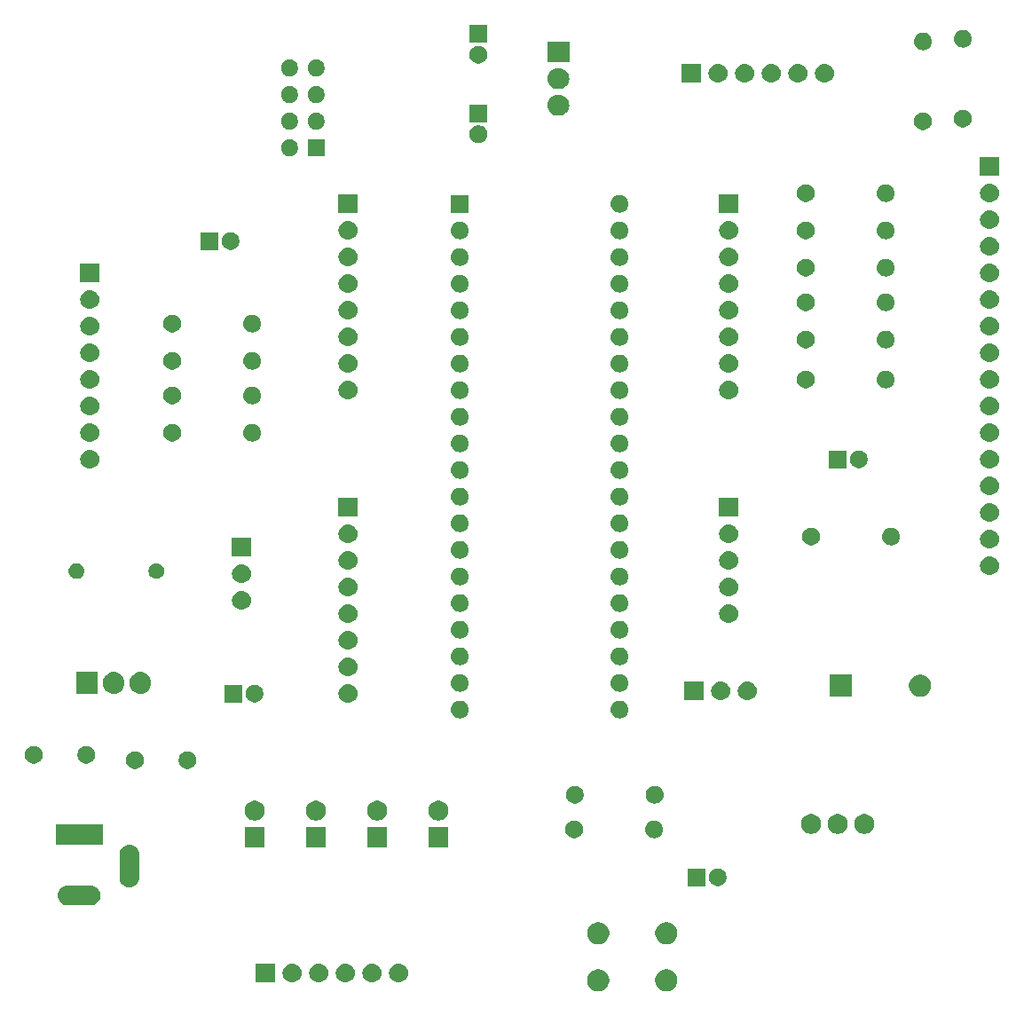
<source format=gts>
G04 #@! TF.GenerationSoftware,KiCad,Pcbnew,5.1.1-8be2ce7~80~ubuntu18.04.1*
G04 #@! TF.CreationDate,2019-04-29T20:02:52-05:00*
G04 #@! TF.ProjectId,Proyecto,50726f79-6563-4746-9f2e-6b696361645f,rev?*
G04 #@! TF.SameCoordinates,Original*
G04 #@! TF.FileFunction,Soldermask,Top*
G04 #@! TF.FilePolarity,Negative*
%FSLAX46Y46*%
G04 Gerber Fmt 4.6, Leading zero omitted, Abs format (unit mm)*
G04 Created by KiCad (PCBNEW 5.1.1-8be2ce7~80~ubuntu18.04.1) date 2019-04-29 20:02:52*
%MOMM*%
%LPD*%
G04 APERTURE LIST*
%ADD10C,0.100000*%
G04 APERTURE END LIST*
D10*
G36*
X156158564Y-150555389D02*
G01*
X156349833Y-150634615D01*
X156349835Y-150634616D01*
X156521973Y-150749635D01*
X156668365Y-150896027D01*
X156783385Y-151068167D01*
X156862611Y-151259436D01*
X156903000Y-151462484D01*
X156903000Y-151669516D01*
X156862611Y-151872564D01*
X156783385Y-152063833D01*
X156783384Y-152063835D01*
X156668365Y-152235973D01*
X156521973Y-152382365D01*
X156349835Y-152497384D01*
X156349834Y-152497385D01*
X156349833Y-152497385D01*
X156158564Y-152576611D01*
X155955516Y-152617000D01*
X155748484Y-152617000D01*
X155545436Y-152576611D01*
X155354167Y-152497385D01*
X155354166Y-152497385D01*
X155354165Y-152497384D01*
X155182027Y-152382365D01*
X155035635Y-152235973D01*
X154920616Y-152063835D01*
X154920615Y-152063833D01*
X154841389Y-151872564D01*
X154801000Y-151669516D01*
X154801000Y-151462484D01*
X154841389Y-151259436D01*
X154920615Y-151068167D01*
X155035635Y-150896027D01*
X155182027Y-150749635D01*
X155354165Y-150634616D01*
X155354167Y-150634615D01*
X155545436Y-150555389D01*
X155748484Y-150515000D01*
X155955516Y-150515000D01*
X156158564Y-150555389D01*
X156158564Y-150555389D01*
G37*
G36*
X149658564Y-150555389D02*
G01*
X149849833Y-150634615D01*
X149849835Y-150634616D01*
X150021973Y-150749635D01*
X150168365Y-150896027D01*
X150283385Y-151068167D01*
X150362611Y-151259436D01*
X150403000Y-151462484D01*
X150403000Y-151669516D01*
X150362611Y-151872564D01*
X150283385Y-152063833D01*
X150283384Y-152063835D01*
X150168365Y-152235973D01*
X150021973Y-152382365D01*
X149849835Y-152497384D01*
X149849834Y-152497385D01*
X149849833Y-152497385D01*
X149658564Y-152576611D01*
X149455516Y-152617000D01*
X149248484Y-152617000D01*
X149045436Y-152576611D01*
X148854167Y-152497385D01*
X148854166Y-152497385D01*
X148854165Y-152497384D01*
X148682027Y-152382365D01*
X148535635Y-152235973D01*
X148420616Y-152063835D01*
X148420615Y-152063833D01*
X148341389Y-151872564D01*
X148301000Y-151669516D01*
X148301000Y-151462484D01*
X148341389Y-151259436D01*
X148420615Y-151068167D01*
X148535635Y-150896027D01*
X148682027Y-150749635D01*
X148854165Y-150634616D01*
X148854167Y-150634615D01*
X149045436Y-150555389D01*
X149248484Y-150515000D01*
X149455516Y-150515000D01*
X149658564Y-150555389D01*
X149658564Y-150555389D01*
G37*
G36*
X122792443Y-149981519D02*
G01*
X122858627Y-149988037D01*
X123028466Y-150039557D01*
X123184991Y-150123222D01*
X123220729Y-150152552D01*
X123322186Y-150235814D01*
X123405448Y-150337271D01*
X123434778Y-150373009D01*
X123518443Y-150529534D01*
X123569963Y-150699373D01*
X123587359Y-150876000D01*
X123569963Y-151052627D01*
X123518443Y-151222466D01*
X123434778Y-151378991D01*
X123405448Y-151414729D01*
X123322186Y-151516186D01*
X123220729Y-151599448D01*
X123184991Y-151628778D01*
X123028466Y-151712443D01*
X122858627Y-151763963D01*
X122792442Y-151770482D01*
X122726260Y-151777000D01*
X122637740Y-151777000D01*
X122571558Y-151770482D01*
X122505373Y-151763963D01*
X122335534Y-151712443D01*
X122179009Y-151628778D01*
X122143271Y-151599448D01*
X122041814Y-151516186D01*
X121958552Y-151414729D01*
X121929222Y-151378991D01*
X121845557Y-151222466D01*
X121794037Y-151052627D01*
X121776641Y-150876000D01*
X121794037Y-150699373D01*
X121845557Y-150529534D01*
X121929222Y-150373009D01*
X121958552Y-150337271D01*
X122041814Y-150235814D01*
X122143271Y-150152552D01*
X122179009Y-150123222D01*
X122335534Y-150039557D01*
X122505373Y-149988037D01*
X122571557Y-149981519D01*
X122637740Y-149975000D01*
X122726260Y-149975000D01*
X122792443Y-149981519D01*
X122792443Y-149981519D01*
G37*
G36*
X125332443Y-149981519D02*
G01*
X125398627Y-149988037D01*
X125568466Y-150039557D01*
X125724991Y-150123222D01*
X125760729Y-150152552D01*
X125862186Y-150235814D01*
X125945448Y-150337271D01*
X125974778Y-150373009D01*
X126058443Y-150529534D01*
X126109963Y-150699373D01*
X126127359Y-150876000D01*
X126109963Y-151052627D01*
X126058443Y-151222466D01*
X125974778Y-151378991D01*
X125945448Y-151414729D01*
X125862186Y-151516186D01*
X125760729Y-151599448D01*
X125724991Y-151628778D01*
X125568466Y-151712443D01*
X125398627Y-151763963D01*
X125332442Y-151770482D01*
X125266260Y-151777000D01*
X125177740Y-151777000D01*
X125111558Y-151770482D01*
X125045373Y-151763963D01*
X124875534Y-151712443D01*
X124719009Y-151628778D01*
X124683271Y-151599448D01*
X124581814Y-151516186D01*
X124498552Y-151414729D01*
X124469222Y-151378991D01*
X124385557Y-151222466D01*
X124334037Y-151052627D01*
X124316641Y-150876000D01*
X124334037Y-150699373D01*
X124385557Y-150529534D01*
X124469222Y-150373009D01*
X124498552Y-150337271D01*
X124581814Y-150235814D01*
X124683271Y-150152552D01*
X124719009Y-150123222D01*
X124875534Y-150039557D01*
X125045373Y-149988037D01*
X125111557Y-149981519D01*
X125177740Y-149975000D01*
X125266260Y-149975000D01*
X125332443Y-149981519D01*
X125332443Y-149981519D01*
G37*
G36*
X130412443Y-149981519D02*
G01*
X130478627Y-149988037D01*
X130648466Y-150039557D01*
X130804991Y-150123222D01*
X130840729Y-150152552D01*
X130942186Y-150235814D01*
X131025448Y-150337271D01*
X131054778Y-150373009D01*
X131138443Y-150529534D01*
X131189963Y-150699373D01*
X131207359Y-150876000D01*
X131189963Y-151052627D01*
X131138443Y-151222466D01*
X131054778Y-151378991D01*
X131025448Y-151414729D01*
X130942186Y-151516186D01*
X130840729Y-151599448D01*
X130804991Y-151628778D01*
X130648466Y-151712443D01*
X130478627Y-151763963D01*
X130412442Y-151770482D01*
X130346260Y-151777000D01*
X130257740Y-151777000D01*
X130191558Y-151770482D01*
X130125373Y-151763963D01*
X129955534Y-151712443D01*
X129799009Y-151628778D01*
X129763271Y-151599448D01*
X129661814Y-151516186D01*
X129578552Y-151414729D01*
X129549222Y-151378991D01*
X129465557Y-151222466D01*
X129414037Y-151052627D01*
X129396641Y-150876000D01*
X129414037Y-150699373D01*
X129465557Y-150529534D01*
X129549222Y-150373009D01*
X129578552Y-150337271D01*
X129661814Y-150235814D01*
X129763271Y-150152552D01*
X129799009Y-150123222D01*
X129955534Y-150039557D01*
X130125373Y-149988037D01*
X130191557Y-149981519D01*
X130257740Y-149975000D01*
X130346260Y-149975000D01*
X130412443Y-149981519D01*
X130412443Y-149981519D01*
G37*
G36*
X127872443Y-149981519D02*
G01*
X127938627Y-149988037D01*
X128108466Y-150039557D01*
X128264991Y-150123222D01*
X128300729Y-150152552D01*
X128402186Y-150235814D01*
X128485448Y-150337271D01*
X128514778Y-150373009D01*
X128598443Y-150529534D01*
X128649963Y-150699373D01*
X128667359Y-150876000D01*
X128649963Y-151052627D01*
X128598443Y-151222466D01*
X128514778Y-151378991D01*
X128485448Y-151414729D01*
X128402186Y-151516186D01*
X128300729Y-151599448D01*
X128264991Y-151628778D01*
X128108466Y-151712443D01*
X127938627Y-151763963D01*
X127872442Y-151770482D01*
X127806260Y-151777000D01*
X127717740Y-151777000D01*
X127651558Y-151770482D01*
X127585373Y-151763963D01*
X127415534Y-151712443D01*
X127259009Y-151628778D01*
X127223271Y-151599448D01*
X127121814Y-151516186D01*
X127038552Y-151414729D01*
X127009222Y-151378991D01*
X126925557Y-151222466D01*
X126874037Y-151052627D01*
X126856641Y-150876000D01*
X126874037Y-150699373D01*
X126925557Y-150529534D01*
X127009222Y-150373009D01*
X127038552Y-150337271D01*
X127121814Y-150235814D01*
X127223271Y-150152552D01*
X127259009Y-150123222D01*
X127415534Y-150039557D01*
X127585373Y-149988037D01*
X127651557Y-149981519D01*
X127717740Y-149975000D01*
X127806260Y-149975000D01*
X127872443Y-149981519D01*
X127872443Y-149981519D01*
G37*
G36*
X120252443Y-149981519D02*
G01*
X120318627Y-149988037D01*
X120488466Y-150039557D01*
X120644991Y-150123222D01*
X120680729Y-150152552D01*
X120782186Y-150235814D01*
X120865448Y-150337271D01*
X120894778Y-150373009D01*
X120978443Y-150529534D01*
X121029963Y-150699373D01*
X121047359Y-150876000D01*
X121029963Y-151052627D01*
X120978443Y-151222466D01*
X120894778Y-151378991D01*
X120865448Y-151414729D01*
X120782186Y-151516186D01*
X120680729Y-151599448D01*
X120644991Y-151628778D01*
X120488466Y-151712443D01*
X120318627Y-151763963D01*
X120252442Y-151770482D01*
X120186260Y-151777000D01*
X120097740Y-151777000D01*
X120031558Y-151770482D01*
X119965373Y-151763963D01*
X119795534Y-151712443D01*
X119639009Y-151628778D01*
X119603271Y-151599448D01*
X119501814Y-151516186D01*
X119418552Y-151414729D01*
X119389222Y-151378991D01*
X119305557Y-151222466D01*
X119254037Y-151052627D01*
X119236641Y-150876000D01*
X119254037Y-150699373D01*
X119305557Y-150529534D01*
X119389222Y-150373009D01*
X119418552Y-150337271D01*
X119501814Y-150235814D01*
X119603271Y-150152552D01*
X119639009Y-150123222D01*
X119795534Y-150039557D01*
X119965373Y-149988037D01*
X120031557Y-149981519D01*
X120097740Y-149975000D01*
X120186260Y-149975000D01*
X120252443Y-149981519D01*
X120252443Y-149981519D01*
G37*
G36*
X118503000Y-151777000D02*
G01*
X116701000Y-151777000D01*
X116701000Y-149975000D01*
X118503000Y-149975000D01*
X118503000Y-151777000D01*
X118503000Y-151777000D01*
G37*
G36*
X156158564Y-146055389D02*
G01*
X156349833Y-146134615D01*
X156349835Y-146134616D01*
X156521973Y-146249635D01*
X156668365Y-146396027D01*
X156783385Y-146568167D01*
X156862611Y-146759436D01*
X156903000Y-146962484D01*
X156903000Y-147169516D01*
X156862611Y-147372564D01*
X156783385Y-147563833D01*
X156783384Y-147563835D01*
X156668365Y-147735973D01*
X156521973Y-147882365D01*
X156349835Y-147997384D01*
X156349834Y-147997385D01*
X156349833Y-147997385D01*
X156158564Y-148076611D01*
X155955516Y-148117000D01*
X155748484Y-148117000D01*
X155545436Y-148076611D01*
X155354167Y-147997385D01*
X155354166Y-147997385D01*
X155354165Y-147997384D01*
X155182027Y-147882365D01*
X155035635Y-147735973D01*
X154920616Y-147563835D01*
X154920615Y-147563833D01*
X154841389Y-147372564D01*
X154801000Y-147169516D01*
X154801000Y-146962484D01*
X154841389Y-146759436D01*
X154920615Y-146568167D01*
X155035635Y-146396027D01*
X155182027Y-146249635D01*
X155354165Y-146134616D01*
X155354167Y-146134615D01*
X155545436Y-146055389D01*
X155748484Y-146015000D01*
X155955516Y-146015000D01*
X156158564Y-146055389D01*
X156158564Y-146055389D01*
G37*
G36*
X149658564Y-146055389D02*
G01*
X149849833Y-146134615D01*
X149849835Y-146134616D01*
X150021973Y-146249635D01*
X150168365Y-146396027D01*
X150283385Y-146568167D01*
X150362611Y-146759436D01*
X150403000Y-146962484D01*
X150403000Y-147169516D01*
X150362611Y-147372564D01*
X150283385Y-147563833D01*
X150283384Y-147563835D01*
X150168365Y-147735973D01*
X150021973Y-147882365D01*
X149849835Y-147997384D01*
X149849834Y-147997385D01*
X149849833Y-147997385D01*
X149658564Y-148076611D01*
X149455516Y-148117000D01*
X149248484Y-148117000D01*
X149045436Y-148076611D01*
X148854167Y-147997385D01*
X148854166Y-147997385D01*
X148854165Y-147997384D01*
X148682027Y-147882365D01*
X148535635Y-147735973D01*
X148420616Y-147563835D01*
X148420615Y-147563833D01*
X148341389Y-147372564D01*
X148301000Y-147169516D01*
X148301000Y-146962484D01*
X148341389Y-146759436D01*
X148420615Y-146568167D01*
X148535635Y-146396027D01*
X148682027Y-146249635D01*
X148854165Y-146134616D01*
X148854167Y-146134615D01*
X149045436Y-146055389D01*
X149248484Y-146015000D01*
X149455516Y-146015000D01*
X149658564Y-146055389D01*
X149658564Y-146055389D01*
G37*
G36*
X101108425Y-142530760D02*
G01*
X101108428Y-142530761D01*
X101108429Y-142530761D01*
X101287693Y-142585140D01*
X101287696Y-142585142D01*
X101287697Y-142585142D01*
X101452903Y-142673446D01*
X101597712Y-142792288D01*
X101716554Y-142937097D01*
X101804858Y-143102303D01*
X101804860Y-143102307D01*
X101859239Y-143281571D01*
X101859240Y-143281575D01*
X101877601Y-143468000D01*
X101859240Y-143654425D01*
X101859239Y-143654428D01*
X101859239Y-143654429D01*
X101804860Y-143833693D01*
X101804858Y-143833696D01*
X101804858Y-143833697D01*
X101716554Y-143998903D01*
X101597712Y-144143712D01*
X101452903Y-144262554D01*
X101287697Y-144350858D01*
X101287693Y-144350860D01*
X101108429Y-144405239D01*
X101108428Y-144405239D01*
X101108425Y-144405240D01*
X100968718Y-144419000D01*
X98675282Y-144419000D01*
X98535575Y-144405240D01*
X98535572Y-144405239D01*
X98535571Y-144405239D01*
X98356307Y-144350860D01*
X98356303Y-144350858D01*
X98191097Y-144262554D01*
X98046288Y-144143712D01*
X97927446Y-143998903D01*
X97839142Y-143833697D01*
X97839142Y-143833696D01*
X97839140Y-143833693D01*
X97784761Y-143654429D01*
X97784761Y-143654428D01*
X97784760Y-143654425D01*
X97766399Y-143468000D01*
X97784760Y-143281575D01*
X97784761Y-143281571D01*
X97839140Y-143102307D01*
X97839142Y-143102303D01*
X97927446Y-142937097D01*
X98046288Y-142792288D01*
X98191097Y-142673446D01*
X98356303Y-142585142D01*
X98356304Y-142585142D01*
X98356307Y-142585140D01*
X98535571Y-142530761D01*
X98535572Y-142530761D01*
X98535575Y-142530760D01*
X98675282Y-142517000D01*
X100968718Y-142517000D01*
X101108425Y-142530760D01*
X101108425Y-142530760D01*
G37*
G36*
X104808424Y-138630760D02*
G01*
X104808427Y-138630761D01*
X104808428Y-138630761D01*
X104987692Y-138685140D01*
X104987695Y-138685142D01*
X104987696Y-138685142D01*
X105152903Y-138773446D01*
X105297712Y-138892288D01*
X105416554Y-139037097D01*
X105504858Y-139202303D01*
X105504860Y-139202307D01*
X105504860Y-139202308D01*
X105559240Y-139381575D01*
X105573000Y-139521282D01*
X105573000Y-141814718D01*
X105559240Y-141954425D01*
X105559239Y-141954428D01*
X105559239Y-141954429D01*
X105504860Y-142133693D01*
X105504858Y-142133696D01*
X105504858Y-142133697D01*
X105416554Y-142298903D01*
X105297712Y-142443712D01*
X105152903Y-142562554D01*
X104987697Y-142650858D01*
X104987693Y-142650860D01*
X104808429Y-142705239D01*
X104808428Y-142705239D01*
X104808425Y-142705240D01*
X104622000Y-142723601D01*
X104435576Y-142705240D01*
X104435573Y-142705239D01*
X104435572Y-142705239D01*
X104256308Y-142650860D01*
X104256304Y-142650858D01*
X104091098Y-142562554D01*
X103946289Y-142443712D01*
X103827447Y-142298903D01*
X103739143Y-142133697D01*
X103739143Y-142133696D01*
X103739141Y-142133693D01*
X103684762Y-141954429D01*
X103684762Y-141954428D01*
X103684761Y-141954425D01*
X103671001Y-141814718D01*
X103671000Y-139521283D01*
X103684760Y-139381576D01*
X103684761Y-139381572D01*
X103739140Y-139202308D01*
X103739143Y-139202303D01*
X103827446Y-139037097D01*
X103946288Y-138892288D01*
X104091097Y-138773446D01*
X104256303Y-138685142D01*
X104256304Y-138685142D01*
X104256307Y-138685140D01*
X104435571Y-138630761D01*
X104435572Y-138630761D01*
X104435575Y-138630760D01*
X104622000Y-138612399D01*
X104808424Y-138630760D01*
X104808424Y-138630760D01*
G37*
G36*
X160998228Y-140913703D02*
G01*
X161153100Y-140977853D01*
X161292481Y-141070985D01*
X161411015Y-141189519D01*
X161504147Y-141328900D01*
X161568297Y-141483772D01*
X161601000Y-141648184D01*
X161601000Y-141815816D01*
X161568297Y-141980228D01*
X161504147Y-142135100D01*
X161411015Y-142274481D01*
X161292481Y-142393015D01*
X161153100Y-142486147D01*
X160998228Y-142550297D01*
X160833816Y-142583000D01*
X160666184Y-142583000D01*
X160501772Y-142550297D01*
X160346900Y-142486147D01*
X160207519Y-142393015D01*
X160088985Y-142274481D01*
X159995853Y-142135100D01*
X159931703Y-141980228D01*
X159899000Y-141815816D01*
X159899000Y-141648184D01*
X159931703Y-141483772D01*
X159995853Y-141328900D01*
X160088985Y-141189519D01*
X160207519Y-141070985D01*
X160346900Y-140977853D01*
X160501772Y-140913703D01*
X160666184Y-140881000D01*
X160833816Y-140881000D01*
X160998228Y-140913703D01*
X160998228Y-140913703D01*
G37*
G36*
X159601000Y-142583000D02*
G01*
X157899000Y-142583000D01*
X157899000Y-140881000D01*
X159601000Y-140881000D01*
X159601000Y-142583000D01*
X159601000Y-142583000D01*
G37*
G36*
X123379000Y-138873000D02*
G01*
X121477000Y-138873000D01*
X121477000Y-136971000D01*
X123379000Y-136971000D01*
X123379000Y-138873000D01*
X123379000Y-138873000D01*
G37*
G36*
X117537000Y-138873000D02*
G01*
X115635000Y-138873000D01*
X115635000Y-136971000D01*
X117537000Y-136971000D01*
X117537000Y-138873000D01*
X117537000Y-138873000D01*
G37*
G36*
X129221000Y-138873000D02*
G01*
X127319000Y-138873000D01*
X127319000Y-136971000D01*
X129221000Y-136971000D01*
X129221000Y-138873000D01*
X129221000Y-138873000D01*
G37*
G36*
X135063000Y-138873000D02*
G01*
X133161000Y-138873000D01*
X133161000Y-136971000D01*
X135063000Y-136971000D01*
X135063000Y-138873000D01*
X135063000Y-138873000D01*
G37*
G36*
X102073000Y-138619000D02*
G01*
X97571000Y-138619000D01*
X97571000Y-136717000D01*
X102073000Y-136717000D01*
X102073000Y-138619000D01*
X102073000Y-138619000D01*
G37*
G36*
X154852823Y-136321313D02*
G01*
X155013242Y-136369976D01*
X155080361Y-136405852D01*
X155161078Y-136448996D01*
X155290659Y-136555341D01*
X155397004Y-136684922D01*
X155397005Y-136684924D01*
X155476024Y-136832758D01*
X155524687Y-136993177D01*
X155541117Y-137160000D01*
X155524687Y-137326823D01*
X155476024Y-137487242D01*
X155435477Y-137563100D01*
X155397004Y-137635078D01*
X155290659Y-137764659D01*
X155161078Y-137871004D01*
X155161076Y-137871005D01*
X155013242Y-137950024D01*
X154852823Y-137998687D01*
X154727804Y-138011000D01*
X154644196Y-138011000D01*
X154519177Y-137998687D01*
X154358758Y-137950024D01*
X154210924Y-137871005D01*
X154210922Y-137871004D01*
X154081341Y-137764659D01*
X153974996Y-137635078D01*
X153936523Y-137563100D01*
X153895976Y-137487242D01*
X153847313Y-137326823D01*
X153830883Y-137160000D01*
X153847313Y-136993177D01*
X153895976Y-136832758D01*
X153974995Y-136684924D01*
X153974996Y-136684922D01*
X154081341Y-136555341D01*
X154210922Y-136448996D01*
X154291639Y-136405852D01*
X154358758Y-136369976D01*
X154519177Y-136321313D01*
X154644196Y-136309000D01*
X154727804Y-136309000D01*
X154852823Y-136321313D01*
X154852823Y-136321313D01*
G37*
G36*
X147314228Y-136341703D02*
G01*
X147469100Y-136405853D01*
X147608481Y-136498985D01*
X147727015Y-136617519D01*
X147820147Y-136756900D01*
X147884297Y-136911772D01*
X147917000Y-137076184D01*
X147917000Y-137243816D01*
X147884297Y-137408228D01*
X147820147Y-137563100D01*
X147727015Y-137702481D01*
X147608481Y-137821015D01*
X147469100Y-137914147D01*
X147314228Y-137978297D01*
X147149816Y-138011000D01*
X146982184Y-138011000D01*
X146817772Y-137978297D01*
X146662900Y-137914147D01*
X146523519Y-137821015D01*
X146404985Y-137702481D01*
X146311853Y-137563100D01*
X146247703Y-137408228D01*
X146215000Y-137243816D01*
X146215000Y-137076184D01*
X146247703Y-136911772D01*
X146311853Y-136756900D01*
X146404985Y-136617519D01*
X146523519Y-136498985D01*
X146662900Y-136405853D01*
X146817772Y-136341703D01*
X146982184Y-136309000D01*
X147149816Y-136309000D01*
X147314228Y-136341703D01*
X147314228Y-136341703D01*
G37*
G36*
X175029395Y-135737546D02*
G01*
X175202466Y-135809234D01*
X175279818Y-135860919D01*
X175358227Y-135913310D01*
X175490690Y-136045773D01*
X175490691Y-136045775D01*
X175594766Y-136201534D01*
X175666454Y-136374605D01*
X175703000Y-136558333D01*
X175703000Y-136745667D01*
X175666454Y-136929395D01*
X175594766Y-137102466D01*
X175594765Y-137102467D01*
X175490690Y-137258227D01*
X175358227Y-137390690D01*
X175331979Y-137408228D01*
X175202466Y-137494766D01*
X175029395Y-137566454D01*
X174845667Y-137603000D01*
X174658333Y-137603000D01*
X174474605Y-137566454D01*
X174301534Y-137494766D01*
X174172021Y-137408228D01*
X174145773Y-137390690D01*
X174013310Y-137258227D01*
X173909235Y-137102467D01*
X173909234Y-137102466D01*
X173837546Y-136929395D01*
X173801000Y-136745667D01*
X173801000Y-136558333D01*
X173837546Y-136374605D01*
X173909234Y-136201534D01*
X174013309Y-136045775D01*
X174013310Y-136045773D01*
X174145773Y-135913310D01*
X174224182Y-135860919D01*
X174301534Y-135809234D01*
X174474605Y-135737546D01*
X174658333Y-135701000D01*
X174845667Y-135701000D01*
X175029395Y-135737546D01*
X175029395Y-135737546D01*
G37*
G36*
X172489395Y-135737546D02*
G01*
X172662466Y-135809234D01*
X172739818Y-135860919D01*
X172818227Y-135913310D01*
X172950690Y-136045773D01*
X172950691Y-136045775D01*
X173054766Y-136201534D01*
X173126454Y-136374605D01*
X173163000Y-136558333D01*
X173163000Y-136745667D01*
X173126454Y-136929395D01*
X173054766Y-137102466D01*
X173054765Y-137102467D01*
X172950690Y-137258227D01*
X172818227Y-137390690D01*
X172791979Y-137408228D01*
X172662466Y-137494766D01*
X172489395Y-137566454D01*
X172305667Y-137603000D01*
X172118333Y-137603000D01*
X171934605Y-137566454D01*
X171761534Y-137494766D01*
X171632021Y-137408228D01*
X171605773Y-137390690D01*
X171473310Y-137258227D01*
X171369235Y-137102467D01*
X171369234Y-137102466D01*
X171297546Y-136929395D01*
X171261000Y-136745667D01*
X171261000Y-136558333D01*
X171297546Y-136374605D01*
X171369234Y-136201534D01*
X171473309Y-136045775D01*
X171473310Y-136045773D01*
X171605773Y-135913310D01*
X171684182Y-135860919D01*
X171761534Y-135809234D01*
X171934605Y-135737546D01*
X172118333Y-135701000D01*
X172305667Y-135701000D01*
X172489395Y-135737546D01*
X172489395Y-135737546D01*
G37*
G36*
X169949395Y-135737546D02*
G01*
X170122466Y-135809234D01*
X170199818Y-135860919D01*
X170278227Y-135913310D01*
X170410690Y-136045773D01*
X170410691Y-136045775D01*
X170514766Y-136201534D01*
X170586454Y-136374605D01*
X170623000Y-136558333D01*
X170623000Y-136745667D01*
X170586454Y-136929395D01*
X170514766Y-137102466D01*
X170514765Y-137102467D01*
X170410690Y-137258227D01*
X170278227Y-137390690D01*
X170251979Y-137408228D01*
X170122466Y-137494766D01*
X169949395Y-137566454D01*
X169765667Y-137603000D01*
X169578333Y-137603000D01*
X169394605Y-137566454D01*
X169221534Y-137494766D01*
X169092021Y-137408228D01*
X169065773Y-137390690D01*
X168933310Y-137258227D01*
X168829235Y-137102467D01*
X168829234Y-137102466D01*
X168757546Y-136929395D01*
X168721000Y-136745667D01*
X168721000Y-136558333D01*
X168757546Y-136374605D01*
X168829234Y-136201534D01*
X168933309Y-136045775D01*
X168933310Y-136045773D01*
X169065773Y-135913310D01*
X169144182Y-135860919D01*
X169221534Y-135809234D01*
X169394605Y-135737546D01*
X169578333Y-135701000D01*
X169765667Y-135701000D01*
X169949395Y-135737546D01*
X169949395Y-135737546D01*
G37*
G36*
X122705395Y-134467546D02*
G01*
X122878466Y-134539234D01*
X122878467Y-134539235D01*
X123034227Y-134643310D01*
X123166690Y-134775773D01*
X123166691Y-134775775D01*
X123270766Y-134931534D01*
X123342454Y-135104605D01*
X123379000Y-135288333D01*
X123379000Y-135475667D01*
X123342454Y-135659395D01*
X123270766Y-135832466D01*
X123270765Y-135832467D01*
X123166690Y-135988227D01*
X123034227Y-136120690D01*
X122955818Y-136173081D01*
X122878466Y-136224766D01*
X122705395Y-136296454D01*
X122521667Y-136333000D01*
X122334333Y-136333000D01*
X122150605Y-136296454D01*
X121977534Y-136224766D01*
X121900182Y-136173081D01*
X121821773Y-136120690D01*
X121689310Y-135988227D01*
X121585235Y-135832467D01*
X121585234Y-135832466D01*
X121513546Y-135659395D01*
X121477000Y-135475667D01*
X121477000Y-135288333D01*
X121513546Y-135104605D01*
X121585234Y-134931534D01*
X121689309Y-134775775D01*
X121689310Y-134775773D01*
X121821773Y-134643310D01*
X121977533Y-134539235D01*
X121977534Y-134539234D01*
X122150605Y-134467546D01*
X122334333Y-134431000D01*
X122521667Y-134431000D01*
X122705395Y-134467546D01*
X122705395Y-134467546D01*
G37*
G36*
X116863395Y-134467546D02*
G01*
X117036466Y-134539234D01*
X117036467Y-134539235D01*
X117192227Y-134643310D01*
X117324690Y-134775773D01*
X117324691Y-134775775D01*
X117428766Y-134931534D01*
X117500454Y-135104605D01*
X117537000Y-135288333D01*
X117537000Y-135475667D01*
X117500454Y-135659395D01*
X117428766Y-135832466D01*
X117428765Y-135832467D01*
X117324690Y-135988227D01*
X117192227Y-136120690D01*
X117113818Y-136173081D01*
X117036466Y-136224766D01*
X116863395Y-136296454D01*
X116679667Y-136333000D01*
X116492333Y-136333000D01*
X116308605Y-136296454D01*
X116135534Y-136224766D01*
X116058182Y-136173081D01*
X115979773Y-136120690D01*
X115847310Y-135988227D01*
X115743235Y-135832467D01*
X115743234Y-135832466D01*
X115671546Y-135659395D01*
X115635000Y-135475667D01*
X115635000Y-135288333D01*
X115671546Y-135104605D01*
X115743234Y-134931534D01*
X115847309Y-134775775D01*
X115847310Y-134775773D01*
X115979773Y-134643310D01*
X116135533Y-134539235D01*
X116135534Y-134539234D01*
X116308605Y-134467546D01*
X116492333Y-134431000D01*
X116679667Y-134431000D01*
X116863395Y-134467546D01*
X116863395Y-134467546D01*
G37*
G36*
X134389395Y-134467546D02*
G01*
X134562466Y-134539234D01*
X134562467Y-134539235D01*
X134718227Y-134643310D01*
X134850690Y-134775773D01*
X134850691Y-134775775D01*
X134954766Y-134931534D01*
X135026454Y-135104605D01*
X135063000Y-135288333D01*
X135063000Y-135475667D01*
X135026454Y-135659395D01*
X134954766Y-135832466D01*
X134954765Y-135832467D01*
X134850690Y-135988227D01*
X134718227Y-136120690D01*
X134639818Y-136173081D01*
X134562466Y-136224766D01*
X134389395Y-136296454D01*
X134205667Y-136333000D01*
X134018333Y-136333000D01*
X133834605Y-136296454D01*
X133661534Y-136224766D01*
X133584182Y-136173081D01*
X133505773Y-136120690D01*
X133373310Y-135988227D01*
X133269235Y-135832467D01*
X133269234Y-135832466D01*
X133197546Y-135659395D01*
X133161000Y-135475667D01*
X133161000Y-135288333D01*
X133197546Y-135104605D01*
X133269234Y-134931534D01*
X133373309Y-134775775D01*
X133373310Y-134775773D01*
X133505773Y-134643310D01*
X133661533Y-134539235D01*
X133661534Y-134539234D01*
X133834605Y-134467546D01*
X134018333Y-134431000D01*
X134205667Y-134431000D01*
X134389395Y-134467546D01*
X134389395Y-134467546D01*
G37*
G36*
X128547395Y-134467546D02*
G01*
X128720466Y-134539234D01*
X128720467Y-134539235D01*
X128876227Y-134643310D01*
X129008690Y-134775773D01*
X129008691Y-134775775D01*
X129112766Y-134931534D01*
X129184454Y-135104605D01*
X129221000Y-135288333D01*
X129221000Y-135475667D01*
X129184454Y-135659395D01*
X129112766Y-135832466D01*
X129112765Y-135832467D01*
X129008690Y-135988227D01*
X128876227Y-136120690D01*
X128797818Y-136173081D01*
X128720466Y-136224766D01*
X128547395Y-136296454D01*
X128363667Y-136333000D01*
X128176333Y-136333000D01*
X127992605Y-136296454D01*
X127819534Y-136224766D01*
X127742182Y-136173081D01*
X127663773Y-136120690D01*
X127531310Y-135988227D01*
X127427235Y-135832467D01*
X127427234Y-135832466D01*
X127355546Y-135659395D01*
X127319000Y-135475667D01*
X127319000Y-135288333D01*
X127355546Y-135104605D01*
X127427234Y-134931534D01*
X127531309Y-134775775D01*
X127531310Y-134775773D01*
X127663773Y-134643310D01*
X127819533Y-134539235D01*
X127819534Y-134539234D01*
X127992605Y-134467546D01*
X128176333Y-134431000D01*
X128363667Y-134431000D01*
X128547395Y-134467546D01*
X128547395Y-134467546D01*
G37*
G36*
X147373228Y-133039703D02*
G01*
X147528100Y-133103853D01*
X147667481Y-133196985D01*
X147786015Y-133315519D01*
X147879147Y-133454900D01*
X147943297Y-133609772D01*
X147976000Y-133774184D01*
X147976000Y-133941816D01*
X147943297Y-134106228D01*
X147879147Y-134261100D01*
X147786015Y-134400481D01*
X147667481Y-134519015D01*
X147528100Y-134612147D01*
X147373228Y-134676297D01*
X147208816Y-134709000D01*
X147041184Y-134709000D01*
X146876772Y-134676297D01*
X146721900Y-134612147D01*
X146582519Y-134519015D01*
X146463985Y-134400481D01*
X146370853Y-134261100D01*
X146306703Y-134106228D01*
X146274000Y-133941816D01*
X146274000Y-133774184D01*
X146306703Y-133609772D01*
X146370853Y-133454900D01*
X146463985Y-133315519D01*
X146582519Y-133196985D01*
X146721900Y-133103853D01*
X146876772Y-133039703D01*
X147041184Y-133007000D01*
X147208816Y-133007000D01*
X147373228Y-133039703D01*
X147373228Y-133039703D01*
G37*
G36*
X154911823Y-133019313D02*
G01*
X155072242Y-133067976D01*
X155139361Y-133103852D01*
X155220078Y-133146996D01*
X155349659Y-133253341D01*
X155456004Y-133382922D01*
X155456005Y-133382924D01*
X155535024Y-133530758D01*
X155583687Y-133691177D01*
X155600117Y-133858000D01*
X155583687Y-134024823D01*
X155535024Y-134185242D01*
X155494477Y-134261100D01*
X155456004Y-134333078D01*
X155349659Y-134462659D01*
X155220078Y-134569004D01*
X155220076Y-134569005D01*
X155072242Y-134648024D01*
X154911823Y-134696687D01*
X154786804Y-134709000D01*
X154703196Y-134709000D01*
X154578177Y-134696687D01*
X154417758Y-134648024D01*
X154269924Y-134569005D01*
X154269922Y-134569004D01*
X154140341Y-134462659D01*
X154033996Y-134333078D01*
X153995523Y-134261100D01*
X153954976Y-134185242D01*
X153906313Y-134024823D01*
X153889883Y-133858000D01*
X153906313Y-133691177D01*
X153954976Y-133530758D01*
X154033995Y-133382924D01*
X154033996Y-133382922D01*
X154140341Y-133253341D01*
X154269922Y-133146996D01*
X154350639Y-133103852D01*
X154417758Y-133067976D01*
X154578177Y-133019313D01*
X154703196Y-133007000D01*
X154786804Y-133007000D01*
X154911823Y-133019313D01*
X154911823Y-133019313D01*
G37*
G36*
X105404228Y-129737703D02*
G01*
X105559100Y-129801853D01*
X105698481Y-129894985D01*
X105817015Y-130013519D01*
X105910147Y-130152900D01*
X105974297Y-130307772D01*
X106007000Y-130472184D01*
X106007000Y-130639816D01*
X105974297Y-130804228D01*
X105910147Y-130959100D01*
X105817015Y-131098481D01*
X105698481Y-131217015D01*
X105559100Y-131310147D01*
X105404228Y-131374297D01*
X105239816Y-131407000D01*
X105072184Y-131407000D01*
X104907772Y-131374297D01*
X104752900Y-131310147D01*
X104613519Y-131217015D01*
X104494985Y-131098481D01*
X104401853Y-130959100D01*
X104337703Y-130804228D01*
X104305000Y-130639816D01*
X104305000Y-130472184D01*
X104337703Y-130307772D01*
X104401853Y-130152900D01*
X104494985Y-130013519D01*
X104613519Y-129894985D01*
X104752900Y-129801853D01*
X104907772Y-129737703D01*
X105072184Y-129705000D01*
X105239816Y-129705000D01*
X105404228Y-129737703D01*
X105404228Y-129737703D01*
G37*
G36*
X110404228Y-129737703D02*
G01*
X110559100Y-129801853D01*
X110698481Y-129894985D01*
X110817015Y-130013519D01*
X110910147Y-130152900D01*
X110974297Y-130307772D01*
X111007000Y-130472184D01*
X111007000Y-130639816D01*
X110974297Y-130804228D01*
X110910147Y-130959100D01*
X110817015Y-131098481D01*
X110698481Y-131217015D01*
X110559100Y-131310147D01*
X110404228Y-131374297D01*
X110239816Y-131407000D01*
X110072184Y-131407000D01*
X109907772Y-131374297D01*
X109752900Y-131310147D01*
X109613519Y-131217015D01*
X109494985Y-131098481D01*
X109401853Y-130959100D01*
X109337703Y-130804228D01*
X109305000Y-130639816D01*
X109305000Y-130472184D01*
X109337703Y-130307772D01*
X109401853Y-130152900D01*
X109494985Y-130013519D01*
X109613519Y-129894985D01*
X109752900Y-129801853D01*
X109907772Y-129737703D01*
X110072184Y-129705000D01*
X110239816Y-129705000D01*
X110404228Y-129737703D01*
X110404228Y-129737703D01*
G37*
G36*
X100752228Y-129229703D02*
G01*
X100907100Y-129293853D01*
X101046481Y-129386985D01*
X101165015Y-129505519D01*
X101258147Y-129644900D01*
X101322297Y-129799772D01*
X101355000Y-129964184D01*
X101355000Y-130131816D01*
X101322297Y-130296228D01*
X101258147Y-130451100D01*
X101165015Y-130590481D01*
X101046481Y-130709015D01*
X100907100Y-130802147D01*
X100752228Y-130866297D01*
X100587816Y-130899000D01*
X100420184Y-130899000D01*
X100255772Y-130866297D01*
X100100900Y-130802147D01*
X99961519Y-130709015D01*
X99842985Y-130590481D01*
X99749853Y-130451100D01*
X99685703Y-130296228D01*
X99653000Y-130131816D01*
X99653000Y-129964184D01*
X99685703Y-129799772D01*
X99749853Y-129644900D01*
X99842985Y-129505519D01*
X99961519Y-129386985D01*
X100100900Y-129293853D01*
X100255772Y-129229703D01*
X100420184Y-129197000D01*
X100587816Y-129197000D01*
X100752228Y-129229703D01*
X100752228Y-129229703D01*
G37*
G36*
X95752228Y-129229703D02*
G01*
X95907100Y-129293853D01*
X96046481Y-129386985D01*
X96165015Y-129505519D01*
X96258147Y-129644900D01*
X96322297Y-129799772D01*
X96355000Y-129964184D01*
X96355000Y-130131816D01*
X96322297Y-130296228D01*
X96258147Y-130451100D01*
X96165015Y-130590481D01*
X96046481Y-130709015D01*
X95907100Y-130802147D01*
X95752228Y-130866297D01*
X95587816Y-130899000D01*
X95420184Y-130899000D01*
X95255772Y-130866297D01*
X95100900Y-130802147D01*
X94961519Y-130709015D01*
X94842985Y-130590481D01*
X94749853Y-130451100D01*
X94685703Y-130296228D01*
X94653000Y-130131816D01*
X94653000Y-129964184D01*
X94685703Y-129799772D01*
X94749853Y-129644900D01*
X94842985Y-129505519D01*
X94961519Y-129386985D01*
X95100900Y-129293853D01*
X95255772Y-129229703D01*
X95420184Y-129197000D01*
X95587816Y-129197000D01*
X95752228Y-129229703D01*
X95752228Y-129229703D01*
G37*
G36*
X151550823Y-124891313D02*
G01*
X151711242Y-124939976D01*
X151843906Y-125010886D01*
X151859078Y-125018996D01*
X151988659Y-125125341D01*
X152095004Y-125254922D01*
X152095005Y-125254924D01*
X152174024Y-125402758D01*
X152222687Y-125563177D01*
X152239117Y-125730000D01*
X152222687Y-125896823D01*
X152174024Y-126057242D01*
X152103114Y-126189906D01*
X152095004Y-126205078D01*
X151988659Y-126334659D01*
X151859078Y-126441004D01*
X151859076Y-126441005D01*
X151711242Y-126520024D01*
X151550823Y-126568687D01*
X151425804Y-126581000D01*
X151342196Y-126581000D01*
X151217177Y-126568687D01*
X151056758Y-126520024D01*
X150908924Y-126441005D01*
X150908922Y-126441004D01*
X150779341Y-126334659D01*
X150672996Y-126205078D01*
X150664886Y-126189906D01*
X150593976Y-126057242D01*
X150545313Y-125896823D01*
X150528883Y-125730000D01*
X150545313Y-125563177D01*
X150593976Y-125402758D01*
X150672995Y-125254924D01*
X150672996Y-125254922D01*
X150779341Y-125125341D01*
X150908922Y-125018996D01*
X150924094Y-125010886D01*
X151056758Y-124939976D01*
X151217177Y-124891313D01*
X151342196Y-124879000D01*
X151425804Y-124879000D01*
X151550823Y-124891313D01*
X151550823Y-124891313D01*
G37*
G36*
X136310823Y-124891313D02*
G01*
X136471242Y-124939976D01*
X136603906Y-125010886D01*
X136619078Y-125018996D01*
X136748659Y-125125341D01*
X136855004Y-125254922D01*
X136855005Y-125254924D01*
X136934024Y-125402758D01*
X136982687Y-125563177D01*
X136999117Y-125730000D01*
X136982687Y-125896823D01*
X136934024Y-126057242D01*
X136863114Y-126189906D01*
X136855004Y-126205078D01*
X136748659Y-126334659D01*
X136619078Y-126441004D01*
X136619076Y-126441005D01*
X136471242Y-126520024D01*
X136310823Y-126568687D01*
X136185804Y-126581000D01*
X136102196Y-126581000D01*
X135977177Y-126568687D01*
X135816758Y-126520024D01*
X135668924Y-126441005D01*
X135668922Y-126441004D01*
X135539341Y-126334659D01*
X135432996Y-126205078D01*
X135424886Y-126189906D01*
X135353976Y-126057242D01*
X135305313Y-125896823D01*
X135288883Y-125730000D01*
X135305313Y-125563177D01*
X135353976Y-125402758D01*
X135432995Y-125254924D01*
X135432996Y-125254922D01*
X135539341Y-125125341D01*
X135668922Y-125018996D01*
X135684094Y-125010886D01*
X135816758Y-124939976D01*
X135977177Y-124891313D01*
X136102196Y-124879000D01*
X136185804Y-124879000D01*
X136310823Y-124891313D01*
X136310823Y-124891313D01*
G37*
G36*
X125586442Y-123311518D02*
G01*
X125652627Y-123318037D01*
X125822466Y-123369557D01*
X125978991Y-123453222D01*
X126014729Y-123482552D01*
X126116186Y-123565814D01*
X126196369Y-123663519D01*
X126228778Y-123703009D01*
X126312443Y-123859534D01*
X126363963Y-124029373D01*
X126381359Y-124206000D01*
X126363963Y-124382627D01*
X126312443Y-124552466D01*
X126228778Y-124708991D01*
X126199448Y-124744729D01*
X126116186Y-124846186D01*
X126014729Y-124929448D01*
X125978991Y-124958778D01*
X125822466Y-125042443D01*
X125652627Y-125093963D01*
X125586443Y-125100481D01*
X125520260Y-125107000D01*
X125431740Y-125107000D01*
X125365557Y-125100481D01*
X125299373Y-125093963D01*
X125129534Y-125042443D01*
X124973009Y-124958778D01*
X124937271Y-124929448D01*
X124835814Y-124846186D01*
X124752552Y-124744729D01*
X124723222Y-124708991D01*
X124639557Y-124552466D01*
X124588037Y-124382627D01*
X124570641Y-124206000D01*
X124588037Y-124029373D01*
X124639557Y-123859534D01*
X124723222Y-123703009D01*
X124755631Y-123663519D01*
X124835814Y-123565814D01*
X124937271Y-123482552D01*
X124973009Y-123453222D01*
X125129534Y-123369557D01*
X125299373Y-123318037D01*
X125365558Y-123311518D01*
X125431740Y-123305000D01*
X125520260Y-123305000D01*
X125586442Y-123311518D01*
X125586442Y-123311518D01*
G37*
G36*
X116802228Y-123387703D02*
G01*
X116957100Y-123451853D01*
X117096481Y-123544985D01*
X117215015Y-123663519D01*
X117308147Y-123802900D01*
X117372297Y-123957772D01*
X117405000Y-124122184D01*
X117405000Y-124289816D01*
X117372297Y-124454228D01*
X117308147Y-124609100D01*
X117215015Y-124748481D01*
X117096481Y-124867015D01*
X116957100Y-124960147D01*
X116802228Y-125024297D01*
X116637816Y-125057000D01*
X116470184Y-125057000D01*
X116305772Y-125024297D01*
X116150900Y-124960147D01*
X116011519Y-124867015D01*
X115892985Y-124748481D01*
X115799853Y-124609100D01*
X115735703Y-124454228D01*
X115703000Y-124289816D01*
X115703000Y-124122184D01*
X115735703Y-123957772D01*
X115799853Y-123802900D01*
X115892985Y-123663519D01*
X116011519Y-123544985D01*
X116150900Y-123451853D01*
X116305772Y-123387703D01*
X116470184Y-123355000D01*
X116637816Y-123355000D01*
X116802228Y-123387703D01*
X116802228Y-123387703D01*
G37*
G36*
X115405000Y-125057000D02*
G01*
X113703000Y-125057000D01*
X113703000Y-123355000D01*
X115405000Y-123355000D01*
X115405000Y-125057000D01*
X115405000Y-125057000D01*
G37*
G36*
X161146442Y-123057518D02*
G01*
X161212627Y-123064037D01*
X161382466Y-123115557D01*
X161538991Y-123199222D01*
X161574729Y-123228552D01*
X161676186Y-123311814D01*
X161738467Y-123387705D01*
X161788778Y-123449009D01*
X161788779Y-123449011D01*
X161841432Y-123547516D01*
X161872443Y-123605534D01*
X161923963Y-123775373D01*
X161941359Y-123952000D01*
X161923963Y-124128627D01*
X161872443Y-124298466D01*
X161788778Y-124454991D01*
X161759448Y-124490729D01*
X161676186Y-124592186D01*
X161574729Y-124675448D01*
X161538991Y-124704778D01*
X161382466Y-124788443D01*
X161212627Y-124839963D01*
X161149453Y-124846185D01*
X161080260Y-124853000D01*
X160991740Y-124853000D01*
X160922547Y-124846185D01*
X160859373Y-124839963D01*
X160689534Y-124788443D01*
X160533009Y-124704778D01*
X160497271Y-124675448D01*
X160395814Y-124592186D01*
X160312552Y-124490729D01*
X160283222Y-124454991D01*
X160199557Y-124298466D01*
X160148037Y-124128627D01*
X160130641Y-123952000D01*
X160148037Y-123775373D01*
X160199557Y-123605534D01*
X160230569Y-123547516D01*
X160283221Y-123449011D01*
X160283222Y-123449009D01*
X160333533Y-123387705D01*
X160395814Y-123311814D01*
X160497271Y-123228552D01*
X160533009Y-123199222D01*
X160689534Y-123115557D01*
X160859373Y-123064037D01*
X160925558Y-123057518D01*
X160991740Y-123051000D01*
X161080260Y-123051000D01*
X161146442Y-123057518D01*
X161146442Y-123057518D01*
G37*
G36*
X163686442Y-123057518D02*
G01*
X163752627Y-123064037D01*
X163922466Y-123115557D01*
X164078991Y-123199222D01*
X164114729Y-123228552D01*
X164216186Y-123311814D01*
X164278467Y-123387705D01*
X164328778Y-123449009D01*
X164328779Y-123449011D01*
X164381432Y-123547516D01*
X164412443Y-123605534D01*
X164463963Y-123775373D01*
X164481359Y-123952000D01*
X164463963Y-124128627D01*
X164412443Y-124298466D01*
X164328778Y-124454991D01*
X164299448Y-124490729D01*
X164216186Y-124592186D01*
X164114729Y-124675448D01*
X164078991Y-124704778D01*
X163922466Y-124788443D01*
X163752627Y-124839963D01*
X163689453Y-124846185D01*
X163620260Y-124853000D01*
X163531740Y-124853000D01*
X163462547Y-124846185D01*
X163399373Y-124839963D01*
X163229534Y-124788443D01*
X163073009Y-124704778D01*
X163037271Y-124675448D01*
X162935814Y-124592186D01*
X162852552Y-124490729D01*
X162823222Y-124454991D01*
X162739557Y-124298466D01*
X162688037Y-124128627D01*
X162670641Y-123952000D01*
X162688037Y-123775373D01*
X162739557Y-123605534D01*
X162770569Y-123547516D01*
X162823221Y-123449011D01*
X162823222Y-123449009D01*
X162873533Y-123387705D01*
X162935814Y-123311814D01*
X163037271Y-123228552D01*
X163073009Y-123199222D01*
X163229534Y-123115557D01*
X163399373Y-123064037D01*
X163465558Y-123057518D01*
X163531740Y-123051000D01*
X163620260Y-123051000D01*
X163686442Y-123057518D01*
X163686442Y-123057518D01*
G37*
G36*
X159397000Y-124853000D02*
G01*
X157595000Y-124853000D01*
X157595000Y-123051000D01*
X159397000Y-123051000D01*
X159397000Y-124853000D01*
X159397000Y-124853000D01*
G37*
G36*
X180372564Y-122433389D02*
G01*
X180563833Y-122512615D01*
X180563835Y-122512616D01*
X180735973Y-122627635D01*
X180882365Y-122774027D01*
X180997129Y-122945783D01*
X180997385Y-122946167D01*
X181076611Y-123137436D01*
X181117000Y-123340484D01*
X181117000Y-123547516D01*
X181076611Y-123750564D01*
X181031475Y-123859532D01*
X180997384Y-123941835D01*
X180882365Y-124113973D01*
X180735973Y-124260365D01*
X180563835Y-124375384D01*
X180563834Y-124375385D01*
X180563833Y-124375385D01*
X180372564Y-124454611D01*
X180169516Y-124495000D01*
X179962484Y-124495000D01*
X179759436Y-124454611D01*
X179568167Y-124375385D01*
X179568166Y-124375385D01*
X179568165Y-124375384D01*
X179396027Y-124260365D01*
X179249635Y-124113973D01*
X179134616Y-123941835D01*
X179100525Y-123859532D01*
X179055389Y-123750564D01*
X179015000Y-123547516D01*
X179015000Y-123340484D01*
X179055389Y-123137436D01*
X179134615Y-122946167D01*
X179134872Y-122945783D01*
X179249635Y-122774027D01*
X179396027Y-122627635D01*
X179568165Y-122512616D01*
X179568167Y-122512615D01*
X179759436Y-122433389D01*
X179962484Y-122393000D01*
X180169516Y-122393000D01*
X180372564Y-122433389D01*
X180372564Y-122433389D01*
G37*
G36*
X173517000Y-124495000D02*
G01*
X171415000Y-124495000D01*
X171415000Y-122393000D01*
X173517000Y-122393000D01*
X173517000Y-124495000D01*
X173517000Y-124495000D01*
G37*
G36*
X103320719Y-122153520D02*
G01*
X103509880Y-122210901D01*
X103509883Y-122210902D01*
X103602333Y-122260318D01*
X103684212Y-122304083D01*
X103837015Y-122429485D01*
X103962417Y-122582288D01*
X104055599Y-122756619D01*
X104112980Y-122945780D01*
X104127500Y-123093206D01*
X104127500Y-123286793D01*
X104112980Y-123434219D01*
X104078612Y-123547516D01*
X104055598Y-123623383D01*
X104034144Y-123663520D01*
X103962417Y-123797712D01*
X103837015Y-123950515D01*
X103684212Y-124075917D01*
X103509881Y-124169099D01*
X103320720Y-124226480D01*
X103124000Y-124245855D01*
X102927281Y-124226480D01*
X102738120Y-124169099D01*
X102563788Y-124075917D01*
X102410985Y-123950515D01*
X102285583Y-123797712D01*
X102192401Y-123623381D01*
X102135020Y-123434220D01*
X102120500Y-123286794D01*
X102120500Y-123093207D01*
X102135020Y-122945781D01*
X102192401Y-122756620D01*
X102192402Y-122756617D01*
X102261345Y-122627635D01*
X102285583Y-122582288D01*
X102410985Y-122429485D01*
X102563788Y-122304083D01*
X102738119Y-122210901D01*
X102927280Y-122153520D01*
X103124000Y-122134145D01*
X103320719Y-122153520D01*
X103320719Y-122153520D01*
G37*
G36*
X105860719Y-122153520D02*
G01*
X106049880Y-122210901D01*
X106049883Y-122210902D01*
X106142333Y-122260318D01*
X106224212Y-122304083D01*
X106377015Y-122429485D01*
X106502417Y-122582288D01*
X106595599Y-122756619D01*
X106652980Y-122945780D01*
X106667500Y-123093206D01*
X106667500Y-123286793D01*
X106652980Y-123434219D01*
X106618612Y-123547516D01*
X106595598Y-123623383D01*
X106574144Y-123663520D01*
X106502417Y-123797712D01*
X106377015Y-123950515D01*
X106224212Y-124075917D01*
X106049881Y-124169099D01*
X105860720Y-124226480D01*
X105664000Y-124245855D01*
X105467281Y-124226480D01*
X105278120Y-124169099D01*
X105103788Y-124075917D01*
X104950985Y-123950515D01*
X104825583Y-123797712D01*
X104732401Y-123623381D01*
X104675020Y-123434220D01*
X104660500Y-123286794D01*
X104660500Y-123093207D01*
X104675020Y-122945781D01*
X104732401Y-122756620D01*
X104732402Y-122756617D01*
X104801345Y-122627635D01*
X104825583Y-122582288D01*
X104950985Y-122429485D01*
X105103788Y-122304083D01*
X105278119Y-122210901D01*
X105467280Y-122153520D01*
X105664000Y-122134145D01*
X105860719Y-122153520D01*
X105860719Y-122153520D01*
G37*
G36*
X101587500Y-124241000D02*
G01*
X99580500Y-124241000D01*
X99580500Y-122139000D01*
X101587500Y-122139000D01*
X101587500Y-124241000D01*
X101587500Y-124241000D01*
G37*
G36*
X151550823Y-122351313D02*
G01*
X151711242Y-122399976D01*
X151766449Y-122429485D01*
X151859078Y-122478996D01*
X151988659Y-122585341D01*
X152095004Y-122714922D01*
X152095005Y-122714924D01*
X152174024Y-122862758D01*
X152222687Y-123023177D01*
X152239117Y-123190000D01*
X152222687Y-123356823D01*
X152174024Y-123517242D01*
X152148061Y-123565815D01*
X152095004Y-123665078D01*
X151988659Y-123794659D01*
X151859078Y-123901004D01*
X151859076Y-123901005D01*
X151711242Y-123980024D01*
X151550823Y-124028687D01*
X151425804Y-124041000D01*
X151342196Y-124041000D01*
X151217177Y-124028687D01*
X151056758Y-123980024D01*
X150908924Y-123901005D01*
X150908922Y-123901004D01*
X150779341Y-123794659D01*
X150672996Y-123665078D01*
X150619939Y-123565815D01*
X150593976Y-123517242D01*
X150545313Y-123356823D01*
X150528883Y-123190000D01*
X150545313Y-123023177D01*
X150593976Y-122862758D01*
X150672995Y-122714924D01*
X150672996Y-122714922D01*
X150779341Y-122585341D01*
X150908922Y-122478996D01*
X151001551Y-122429485D01*
X151056758Y-122399976D01*
X151217177Y-122351313D01*
X151342196Y-122339000D01*
X151425804Y-122339000D01*
X151550823Y-122351313D01*
X151550823Y-122351313D01*
G37*
G36*
X136310823Y-122351313D02*
G01*
X136471242Y-122399976D01*
X136526449Y-122429485D01*
X136619078Y-122478996D01*
X136748659Y-122585341D01*
X136855004Y-122714922D01*
X136855005Y-122714924D01*
X136934024Y-122862758D01*
X136982687Y-123023177D01*
X136999117Y-123190000D01*
X136982687Y-123356823D01*
X136934024Y-123517242D01*
X136908061Y-123565815D01*
X136855004Y-123665078D01*
X136748659Y-123794659D01*
X136619078Y-123901004D01*
X136619076Y-123901005D01*
X136471242Y-123980024D01*
X136310823Y-124028687D01*
X136185804Y-124041000D01*
X136102196Y-124041000D01*
X135977177Y-124028687D01*
X135816758Y-123980024D01*
X135668924Y-123901005D01*
X135668922Y-123901004D01*
X135539341Y-123794659D01*
X135432996Y-123665078D01*
X135379939Y-123565815D01*
X135353976Y-123517242D01*
X135305313Y-123356823D01*
X135288883Y-123190000D01*
X135305313Y-123023177D01*
X135353976Y-122862758D01*
X135432995Y-122714924D01*
X135432996Y-122714922D01*
X135539341Y-122585341D01*
X135668922Y-122478996D01*
X135761551Y-122429485D01*
X135816758Y-122399976D01*
X135977177Y-122351313D01*
X136102196Y-122339000D01*
X136185804Y-122339000D01*
X136310823Y-122351313D01*
X136310823Y-122351313D01*
G37*
G36*
X125586442Y-120771518D02*
G01*
X125652627Y-120778037D01*
X125822466Y-120829557D01*
X125978991Y-120913222D01*
X126014729Y-120942552D01*
X126116186Y-121025814D01*
X126197647Y-121125076D01*
X126228778Y-121163009D01*
X126312443Y-121319534D01*
X126363963Y-121489373D01*
X126381359Y-121666000D01*
X126363963Y-121842627D01*
X126312443Y-122012466D01*
X126228778Y-122168991D01*
X126199448Y-122204729D01*
X126116186Y-122306186D01*
X126014729Y-122389448D01*
X125978991Y-122418778D01*
X125822466Y-122502443D01*
X125652627Y-122553963D01*
X125586442Y-122560482D01*
X125520260Y-122567000D01*
X125431740Y-122567000D01*
X125365558Y-122560482D01*
X125299373Y-122553963D01*
X125129534Y-122502443D01*
X124973009Y-122418778D01*
X124937271Y-122389448D01*
X124835814Y-122306186D01*
X124752552Y-122204729D01*
X124723222Y-122168991D01*
X124639557Y-122012466D01*
X124588037Y-121842627D01*
X124570641Y-121666000D01*
X124588037Y-121489373D01*
X124639557Y-121319534D01*
X124723222Y-121163009D01*
X124754353Y-121125076D01*
X124835814Y-121025814D01*
X124937271Y-120942552D01*
X124973009Y-120913222D01*
X125129534Y-120829557D01*
X125299373Y-120778037D01*
X125365558Y-120771518D01*
X125431740Y-120765000D01*
X125520260Y-120765000D01*
X125586442Y-120771518D01*
X125586442Y-120771518D01*
G37*
G36*
X136310823Y-119811313D02*
G01*
X136471242Y-119859976D01*
X136603906Y-119930886D01*
X136619078Y-119938996D01*
X136748659Y-120045341D01*
X136855004Y-120174922D01*
X136855005Y-120174924D01*
X136934024Y-120322758D01*
X136982687Y-120483177D01*
X136999117Y-120650000D01*
X136982687Y-120816823D01*
X136934024Y-120977242D01*
X136908061Y-121025815D01*
X136855004Y-121125078D01*
X136748659Y-121254659D01*
X136619078Y-121361004D01*
X136619076Y-121361005D01*
X136471242Y-121440024D01*
X136310823Y-121488687D01*
X136185804Y-121501000D01*
X136102196Y-121501000D01*
X135977177Y-121488687D01*
X135816758Y-121440024D01*
X135668924Y-121361005D01*
X135668922Y-121361004D01*
X135539341Y-121254659D01*
X135432996Y-121125078D01*
X135379939Y-121025815D01*
X135353976Y-120977242D01*
X135305313Y-120816823D01*
X135288883Y-120650000D01*
X135305313Y-120483177D01*
X135353976Y-120322758D01*
X135432995Y-120174924D01*
X135432996Y-120174922D01*
X135539341Y-120045341D01*
X135668922Y-119938996D01*
X135684094Y-119930886D01*
X135816758Y-119859976D01*
X135977177Y-119811313D01*
X136102196Y-119799000D01*
X136185804Y-119799000D01*
X136310823Y-119811313D01*
X136310823Y-119811313D01*
G37*
G36*
X151550823Y-119811313D02*
G01*
X151711242Y-119859976D01*
X151843906Y-119930886D01*
X151859078Y-119938996D01*
X151988659Y-120045341D01*
X152095004Y-120174922D01*
X152095005Y-120174924D01*
X152174024Y-120322758D01*
X152222687Y-120483177D01*
X152239117Y-120650000D01*
X152222687Y-120816823D01*
X152174024Y-120977242D01*
X152148061Y-121025815D01*
X152095004Y-121125078D01*
X151988659Y-121254659D01*
X151859078Y-121361004D01*
X151859076Y-121361005D01*
X151711242Y-121440024D01*
X151550823Y-121488687D01*
X151425804Y-121501000D01*
X151342196Y-121501000D01*
X151217177Y-121488687D01*
X151056758Y-121440024D01*
X150908924Y-121361005D01*
X150908922Y-121361004D01*
X150779341Y-121254659D01*
X150672996Y-121125078D01*
X150619939Y-121025815D01*
X150593976Y-120977242D01*
X150545313Y-120816823D01*
X150528883Y-120650000D01*
X150545313Y-120483177D01*
X150593976Y-120322758D01*
X150672995Y-120174924D01*
X150672996Y-120174922D01*
X150779341Y-120045341D01*
X150908922Y-119938996D01*
X150924094Y-119930886D01*
X151056758Y-119859976D01*
X151217177Y-119811313D01*
X151342196Y-119799000D01*
X151425804Y-119799000D01*
X151550823Y-119811313D01*
X151550823Y-119811313D01*
G37*
G36*
X125586442Y-118231518D02*
G01*
X125652627Y-118238037D01*
X125822466Y-118289557D01*
X125978991Y-118373222D01*
X126014729Y-118402552D01*
X126116186Y-118485814D01*
X126197647Y-118585076D01*
X126228778Y-118623009D01*
X126312443Y-118779534D01*
X126363963Y-118949373D01*
X126381359Y-119126000D01*
X126363963Y-119302627D01*
X126312443Y-119472466D01*
X126228778Y-119628991D01*
X126199448Y-119664729D01*
X126116186Y-119766186D01*
X126014729Y-119849448D01*
X125978991Y-119878778D01*
X125822466Y-119962443D01*
X125652627Y-120013963D01*
X125586442Y-120020482D01*
X125520260Y-120027000D01*
X125431740Y-120027000D01*
X125365558Y-120020482D01*
X125299373Y-120013963D01*
X125129534Y-119962443D01*
X124973009Y-119878778D01*
X124937271Y-119849448D01*
X124835814Y-119766186D01*
X124752552Y-119664729D01*
X124723222Y-119628991D01*
X124639557Y-119472466D01*
X124588037Y-119302627D01*
X124570641Y-119126000D01*
X124588037Y-118949373D01*
X124639557Y-118779534D01*
X124723222Y-118623009D01*
X124754353Y-118585076D01*
X124835814Y-118485814D01*
X124937271Y-118402552D01*
X124973009Y-118373222D01*
X125129534Y-118289557D01*
X125299373Y-118238037D01*
X125365558Y-118231518D01*
X125431740Y-118225000D01*
X125520260Y-118225000D01*
X125586442Y-118231518D01*
X125586442Y-118231518D01*
G37*
G36*
X136310823Y-117271313D02*
G01*
X136471242Y-117319976D01*
X136603906Y-117390886D01*
X136619078Y-117398996D01*
X136748659Y-117505341D01*
X136855004Y-117634922D01*
X136855005Y-117634924D01*
X136934024Y-117782758D01*
X136982687Y-117943177D01*
X136999117Y-118110000D01*
X136982687Y-118276823D01*
X136934024Y-118437242D01*
X136908061Y-118485815D01*
X136855004Y-118585078D01*
X136748659Y-118714659D01*
X136619078Y-118821004D01*
X136619076Y-118821005D01*
X136471242Y-118900024D01*
X136310823Y-118948687D01*
X136185804Y-118961000D01*
X136102196Y-118961000D01*
X135977177Y-118948687D01*
X135816758Y-118900024D01*
X135668924Y-118821005D01*
X135668922Y-118821004D01*
X135539341Y-118714659D01*
X135432996Y-118585078D01*
X135379939Y-118485815D01*
X135353976Y-118437242D01*
X135305313Y-118276823D01*
X135288883Y-118110000D01*
X135305313Y-117943177D01*
X135353976Y-117782758D01*
X135432995Y-117634924D01*
X135432996Y-117634922D01*
X135539341Y-117505341D01*
X135668922Y-117398996D01*
X135684094Y-117390886D01*
X135816758Y-117319976D01*
X135977177Y-117271313D01*
X136102196Y-117259000D01*
X136185804Y-117259000D01*
X136310823Y-117271313D01*
X136310823Y-117271313D01*
G37*
G36*
X151550823Y-117271313D02*
G01*
X151711242Y-117319976D01*
X151843906Y-117390886D01*
X151859078Y-117398996D01*
X151988659Y-117505341D01*
X152095004Y-117634922D01*
X152095005Y-117634924D01*
X152174024Y-117782758D01*
X152222687Y-117943177D01*
X152239117Y-118110000D01*
X152222687Y-118276823D01*
X152174024Y-118437242D01*
X152148061Y-118485815D01*
X152095004Y-118585078D01*
X151988659Y-118714659D01*
X151859078Y-118821004D01*
X151859076Y-118821005D01*
X151711242Y-118900024D01*
X151550823Y-118948687D01*
X151425804Y-118961000D01*
X151342196Y-118961000D01*
X151217177Y-118948687D01*
X151056758Y-118900024D01*
X150908924Y-118821005D01*
X150908922Y-118821004D01*
X150779341Y-118714659D01*
X150672996Y-118585078D01*
X150619939Y-118485815D01*
X150593976Y-118437242D01*
X150545313Y-118276823D01*
X150528883Y-118110000D01*
X150545313Y-117943177D01*
X150593976Y-117782758D01*
X150672995Y-117634924D01*
X150672996Y-117634922D01*
X150779341Y-117505341D01*
X150908922Y-117398996D01*
X150924094Y-117390886D01*
X151056758Y-117319976D01*
X151217177Y-117271313D01*
X151342196Y-117259000D01*
X151425804Y-117259000D01*
X151550823Y-117271313D01*
X151550823Y-117271313D01*
G37*
G36*
X125586443Y-115691519D02*
G01*
X125652627Y-115698037D01*
X125822466Y-115749557D01*
X125978991Y-115833222D01*
X126014729Y-115862552D01*
X126116186Y-115945814D01*
X126197647Y-116045076D01*
X126228778Y-116083009D01*
X126312443Y-116239534D01*
X126363963Y-116409373D01*
X126381359Y-116586000D01*
X126363963Y-116762627D01*
X126312443Y-116932466D01*
X126228778Y-117088991D01*
X126199448Y-117124729D01*
X126116186Y-117226186D01*
X126014729Y-117309448D01*
X125978991Y-117338778D01*
X125822466Y-117422443D01*
X125652627Y-117473963D01*
X125586442Y-117480482D01*
X125520260Y-117487000D01*
X125431740Y-117487000D01*
X125365558Y-117480482D01*
X125299373Y-117473963D01*
X125129534Y-117422443D01*
X124973009Y-117338778D01*
X124937271Y-117309448D01*
X124835814Y-117226186D01*
X124752552Y-117124729D01*
X124723222Y-117088991D01*
X124639557Y-116932466D01*
X124588037Y-116762627D01*
X124570641Y-116586000D01*
X124588037Y-116409373D01*
X124639557Y-116239534D01*
X124723222Y-116083009D01*
X124754353Y-116045076D01*
X124835814Y-115945814D01*
X124937271Y-115862552D01*
X124973009Y-115833222D01*
X125129534Y-115749557D01*
X125299373Y-115698037D01*
X125365557Y-115691519D01*
X125431740Y-115685000D01*
X125520260Y-115685000D01*
X125586443Y-115691519D01*
X125586443Y-115691519D01*
G37*
G36*
X161908443Y-115691519D02*
G01*
X161974627Y-115698037D01*
X162144466Y-115749557D01*
X162300991Y-115833222D01*
X162336729Y-115862552D01*
X162438186Y-115945814D01*
X162519647Y-116045076D01*
X162550778Y-116083009D01*
X162634443Y-116239534D01*
X162685963Y-116409373D01*
X162703359Y-116586000D01*
X162685963Y-116762627D01*
X162634443Y-116932466D01*
X162550778Y-117088991D01*
X162521448Y-117124729D01*
X162438186Y-117226186D01*
X162336729Y-117309448D01*
X162300991Y-117338778D01*
X162144466Y-117422443D01*
X161974627Y-117473963D01*
X161908442Y-117480482D01*
X161842260Y-117487000D01*
X161753740Y-117487000D01*
X161687558Y-117480482D01*
X161621373Y-117473963D01*
X161451534Y-117422443D01*
X161295009Y-117338778D01*
X161259271Y-117309448D01*
X161157814Y-117226186D01*
X161074552Y-117124729D01*
X161045222Y-117088991D01*
X160961557Y-116932466D01*
X160910037Y-116762627D01*
X160892641Y-116586000D01*
X160910037Y-116409373D01*
X160961557Y-116239534D01*
X161045222Y-116083009D01*
X161076353Y-116045076D01*
X161157814Y-115945814D01*
X161259271Y-115862552D01*
X161295009Y-115833222D01*
X161451534Y-115749557D01*
X161621373Y-115698037D01*
X161687557Y-115691519D01*
X161753740Y-115685000D01*
X161842260Y-115685000D01*
X161908443Y-115691519D01*
X161908443Y-115691519D01*
G37*
G36*
X136310823Y-114731313D02*
G01*
X136471242Y-114779976D01*
X136603906Y-114850886D01*
X136619078Y-114858996D01*
X136748659Y-114965341D01*
X136855004Y-115094922D01*
X136855005Y-115094924D01*
X136934024Y-115242758D01*
X136982687Y-115403177D01*
X136999117Y-115570000D01*
X136982687Y-115736823D01*
X136934024Y-115897242D01*
X136863114Y-116029906D01*
X136855004Y-116045078D01*
X136748659Y-116174659D01*
X136619078Y-116281004D01*
X136619076Y-116281005D01*
X136471242Y-116360024D01*
X136310823Y-116408687D01*
X136185804Y-116421000D01*
X136102196Y-116421000D01*
X135977177Y-116408687D01*
X135816758Y-116360024D01*
X135668924Y-116281005D01*
X135668922Y-116281004D01*
X135539341Y-116174659D01*
X135432996Y-116045078D01*
X135424886Y-116029906D01*
X135353976Y-115897242D01*
X135305313Y-115736823D01*
X135288883Y-115570000D01*
X135305313Y-115403177D01*
X135353976Y-115242758D01*
X135432995Y-115094924D01*
X135432996Y-115094922D01*
X135539341Y-114965341D01*
X135668922Y-114858996D01*
X135684094Y-114850886D01*
X135816758Y-114779976D01*
X135977177Y-114731313D01*
X136102196Y-114719000D01*
X136185804Y-114719000D01*
X136310823Y-114731313D01*
X136310823Y-114731313D01*
G37*
G36*
X151550823Y-114731313D02*
G01*
X151711242Y-114779976D01*
X151843906Y-114850886D01*
X151859078Y-114858996D01*
X151988659Y-114965341D01*
X152095004Y-115094922D01*
X152095005Y-115094924D01*
X152174024Y-115242758D01*
X152222687Y-115403177D01*
X152239117Y-115570000D01*
X152222687Y-115736823D01*
X152174024Y-115897242D01*
X152103114Y-116029906D01*
X152095004Y-116045078D01*
X151988659Y-116174659D01*
X151859078Y-116281004D01*
X151859076Y-116281005D01*
X151711242Y-116360024D01*
X151550823Y-116408687D01*
X151425804Y-116421000D01*
X151342196Y-116421000D01*
X151217177Y-116408687D01*
X151056758Y-116360024D01*
X150908924Y-116281005D01*
X150908922Y-116281004D01*
X150779341Y-116174659D01*
X150672996Y-116045078D01*
X150664886Y-116029906D01*
X150593976Y-115897242D01*
X150545313Y-115736823D01*
X150528883Y-115570000D01*
X150545313Y-115403177D01*
X150593976Y-115242758D01*
X150672995Y-115094924D01*
X150672996Y-115094922D01*
X150779341Y-114965341D01*
X150908922Y-114858996D01*
X150924094Y-114850886D01*
X151056758Y-114779976D01*
X151217177Y-114731313D01*
X151342196Y-114719000D01*
X151425804Y-114719000D01*
X151550823Y-114731313D01*
X151550823Y-114731313D01*
G37*
G36*
X115426442Y-114421518D02*
G01*
X115492627Y-114428037D01*
X115662466Y-114479557D01*
X115818991Y-114563222D01*
X115854729Y-114592552D01*
X115956186Y-114675814D01*
X116039448Y-114777271D01*
X116068778Y-114813009D01*
X116152443Y-114969534D01*
X116203963Y-115139373D01*
X116221359Y-115316000D01*
X116203963Y-115492627D01*
X116152443Y-115662466D01*
X116068778Y-115818991D01*
X116039448Y-115854729D01*
X115956186Y-115956186D01*
X115854729Y-116039448D01*
X115818991Y-116068778D01*
X115662466Y-116152443D01*
X115492627Y-116203963D01*
X115426443Y-116210481D01*
X115360260Y-116217000D01*
X115271740Y-116217000D01*
X115205557Y-116210481D01*
X115139373Y-116203963D01*
X114969534Y-116152443D01*
X114813009Y-116068778D01*
X114777271Y-116039448D01*
X114675814Y-115956186D01*
X114592552Y-115854729D01*
X114563222Y-115818991D01*
X114479557Y-115662466D01*
X114428037Y-115492627D01*
X114410641Y-115316000D01*
X114428037Y-115139373D01*
X114479557Y-114969534D01*
X114563222Y-114813009D01*
X114592552Y-114777271D01*
X114675814Y-114675814D01*
X114777271Y-114592552D01*
X114813009Y-114563222D01*
X114969534Y-114479557D01*
X115139373Y-114428037D01*
X115205558Y-114421518D01*
X115271740Y-114415000D01*
X115360260Y-114415000D01*
X115426442Y-114421518D01*
X115426442Y-114421518D01*
G37*
G36*
X125586442Y-113151518D02*
G01*
X125652627Y-113158037D01*
X125822466Y-113209557D01*
X125978991Y-113293222D01*
X126014729Y-113322552D01*
X126116186Y-113405814D01*
X126197647Y-113505076D01*
X126228778Y-113543009D01*
X126312443Y-113699534D01*
X126363963Y-113869373D01*
X126381359Y-114046000D01*
X126363963Y-114222627D01*
X126312443Y-114392466D01*
X126228778Y-114548991D01*
X126199448Y-114584729D01*
X126116186Y-114686186D01*
X126014729Y-114769448D01*
X125978991Y-114798778D01*
X125822466Y-114882443D01*
X125652627Y-114933963D01*
X125586442Y-114940482D01*
X125520260Y-114947000D01*
X125431740Y-114947000D01*
X125365558Y-114940482D01*
X125299373Y-114933963D01*
X125129534Y-114882443D01*
X124973009Y-114798778D01*
X124937271Y-114769448D01*
X124835814Y-114686186D01*
X124752552Y-114584729D01*
X124723222Y-114548991D01*
X124639557Y-114392466D01*
X124588037Y-114222627D01*
X124570641Y-114046000D01*
X124588037Y-113869373D01*
X124639557Y-113699534D01*
X124723222Y-113543009D01*
X124754353Y-113505076D01*
X124835814Y-113405814D01*
X124937271Y-113322552D01*
X124973009Y-113293222D01*
X125129534Y-113209557D01*
X125299373Y-113158037D01*
X125365558Y-113151518D01*
X125431740Y-113145000D01*
X125520260Y-113145000D01*
X125586442Y-113151518D01*
X125586442Y-113151518D01*
G37*
G36*
X161908442Y-113151518D02*
G01*
X161974627Y-113158037D01*
X162144466Y-113209557D01*
X162300991Y-113293222D01*
X162336729Y-113322552D01*
X162438186Y-113405814D01*
X162519647Y-113505076D01*
X162550778Y-113543009D01*
X162634443Y-113699534D01*
X162685963Y-113869373D01*
X162703359Y-114046000D01*
X162685963Y-114222627D01*
X162634443Y-114392466D01*
X162550778Y-114548991D01*
X162521448Y-114584729D01*
X162438186Y-114686186D01*
X162336729Y-114769448D01*
X162300991Y-114798778D01*
X162144466Y-114882443D01*
X161974627Y-114933963D01*
X161908442Y-114940482D01*
X161842260Y-114947000D01*
X161753740Y-114947000D01*
X161687558Y-114940482D01*
X161621373Y-114933963D01*
X161451534Y-114882443D01*
X161295009Y-114798778D01*
X161259271Y-114769448D01*
X161157814Y-114686186D01*
X161074552Y-114584729D01*
X161045222Y-114548991D01*
X160961557Y-114392466D01*
X160910037Y-114222627D01*
X160892641Y-114046000D01*
X160910037Y-113869373D01*
X160961557Y-113699534D01*
X161045222Y-113543009D01*
X161076353Y-113505076D01*
X161157814Y-113405814D01*
X161259271Y-113322552D01*
X161295009Y-113293222D01*
X161451534Y-113209557D01*
X161621373Y-113158037D01*
X161687558Y-113151518D01*
X161753740Y-113145000D01*
X161842260Y-113145000D01*
X161908442Y-113151518D01*
X161908442Y-113151518D01*
G37*
G36*
X136310823Y-112191313D02*
G01*
X136471242Y-112239976D01*
X136589041Y-112302941D01*
X136619078Y-112318996D01*
X136748659Y-112425341D01*
X136855004Y-112554922D01*
X136855005Y-112554924D01*
X136934024Y-112702758D01*
X136982687Y-112863177D01*
X136999117Y-113030000D01*
X136982687Y-113196823D01*
X136934024Y-113357242D01*
X136863114Y-113489906D01*
X136855004Y-113505078D01*
X136748659Y-113634659D01*
X136619078Y-113741004D01*
X136619076Y-113741005D01*
X136471242Y-113820024D01*
X136310823Y-113868687D01*
X136185804Y-113881000D01*
X136102196Y-113881000D01*
X135977177Y-113868687D01*
X135816758Y-113820024D01*
X135668924Y-113741005D01*
X135668922Y-113741004D01*
X135539341Y-113634659D01*
X135432996Y-113505078D01*
X135424886Y-113489906D01*
X135353976Y-113357242D01*
X135305313Y-113196823D01*
X135288883Y-113030000D01*
X135305313Y-112863177D01*
X135353976Y-112702758D01*
X135432995Y-112554924D01*
X135432996Y-112554922D01*
X135539341Y-112425341D01*
X135668922Y-112318996D01*
X135698959Y-112302941D01*
X135816758Y-112239976D01*
X135977177Y-112191313D01*
X136102196Y-112179000D01*
X136185804Y-112179000D01*
X136310823Y-112191313D01*
X136310823Y-112191313D01*
G37*
G36*
X151550823Y-112191313D02*
G01*
X151711242Y-112239976D01*
X151829041Y-112302941D01*
X151859078Y-112318996D01*
X151988659Y-112425341D01*
X152095004Y-112554922D01*
X152095005Y-112554924D01*
X152174024Y-112702758D01*
X152222687Y-112863177D01*
X152239117Y-113030000D01*
X152222687Y-113196823D01*
X152174024Y-113357242D01*
X152103114Y-113489906D01*
X152095004Y-113505078D01*
X151988659Y-113634659D01*
X151859078Y-113741004D01*
X151859076Y-113741005D01*
X151711242Y-113820024D01*
X151550823Y-113868687D01*
X151425804Y-113881000D01*
X151342196Y-113881000D01*
X151217177Y-113868687D01*
X151056758Y-113820024D01*
X150908924Y-113741005D01*
X150908922Y-113741004D01*
X150779341Y-113634659D01*
X150672996Y-113505078D01*
X150664886Y-113489906D01*
X150593976Y-113357242D01*
X150545313Y-113196823D01*
X150528883Y-113030000D01*
X150545313Y-112863177D01*
X150593976Y-112702758D01*
X150672995Y-112554924D01*
X150672996Y-112554922D01*
X150779341Y-112425341D01*
X150908922Y-112318996D01*
X150938959Y-112302941D01*
X151056758Y-112239976D01*
X151217177Y-112191313D01*
X151342196Y-112179000D01*
X151425804Y-112179000D01*
X151550823Y-112191313D01*
X151550823Y-112191313D01*
G37*
G36*
X115426442Y-111881518D02*
G01*
X115492627Y-111888037D01*
X115662466Y-111939557D01*
X115818991Y-112023222D01*
X115854729Y-112052552D01*
X115956186Y-112135814D01*
X116036117Y-112233212D01*
X116068778Y-112273009D01*
X116152443Y-112429534D01*
X116203963Y-112599373D01*
X116221359Y-112776000D01*
X116203963Y-112952627D01*
X116152443Y-113122466D01*
X116068778Y-113278991D01*
X116039448Y-113314729D01*
X115956186Y-113416186D01*
X115854729Y-113499448D01*
X115818991Y-113528778D01*
X115662466Y-113612443D01*
X115492627Y-113663963D01*
X115426443Y-113670481D01*
X115360260Y-113677000D01*
X115271740Y-113677000D01*
X115205557Y-113670481D01*
X115139373Y-113663963D01*
X114969534Y-113612443D01*
X114813009Y-113528778D01*
X114777271Y-113499448D01*
X114675814Y-113416186D01*
X114592552Y-113314729D01*
X114563222Y-113278991D01*
X114479557Y-113122466D01*
X114428037Y-112952627D01*
X114410641Y-112776000D01*
X114428037Y-112599373D01*
X114479557Y-112429534D01*
X114563222Y-112273009D01*
X114595883Y-112233212D01*
X114675814Y-112135814D01*
X114777271Y-112052552D01*
X114813009Y-112023222D01*
X114969534Y-111939557D01*
X115139373Y-111888037D01*
X115205558Y-111881518D01*
X115271740Y-111875000D01*
X115360260Y-111875000D01*
X115426442Y-111881518D01*
X115426442Y-111881518D01*
G37*
G36*
X107407059Y-111799860D02*
G01*
X107467294Y-111824810D01*
X107543732Y-111856472D01*
X107666735Y-111938660D01*
X107771340Y-112043265D01*
X107853528Y-112166268D01*
X107853529Y-112166270D01*
X107910140Y-112302941D01*
X107935321Y-112429534D01*
X107939000Y-112448033D01*
X107939000Y-112595967D01*
X107910140Y-112741059D01*
X107853528Y-112877732D01*
X107771340Y-113000735D01*
X107666735Y-113105340D01*
X107543732Y-113187528D01*
X107543731Y-113187529D01*
X107543730Y-113187529D01*
X107407059Y-113244140D01*
X107261968Y-113273000D01*
X107114032Y-113273000D01*
X106968941Y-113244140D01*
X106832270Y-113187529D01*
X106832269Y-113187529D01*
X106832268Y-113187528D01*
X106709265Y-113105340D01*
X106604660Y-113000735D01*
X106522472Y-112877732D01*
X106465860Y-112741059D01*
X106437000Y-112595967D01*
X106437000Y-112448033D01*
X106440680Y-112429534D01*
X106465860Y-112302941D01*
X106522471Y-112166270D01*
X106522472Y-112166268D01*
X106604660Y-112043265D01*
X106709265Y-111938660D01*
X106832268Y-111856472D01*
X106908707Y-111824810D01*
X106968941Y-111799860D01*
X107114032Y-111771000D01*
X107261968Y-111771000D01*
X107407059Y-111799860D01*
X107407059Y-111799860D01*
G37*
G36*
X99641665Y-111774622D02*
G01*
X99715222Y-111781867D01*
X99856786Y-111824810D01*
X99987252Y-111894546D01*
X100017040Y-111918992D01*
X100101607Y-111988393D01*
X100171008Y-112072960D01*
X100195454Y-112102748D01*
X100265190Y-112233214D01*
X100308133Y-112374778D01*
X100322633Y-112522000D01*
X100308133Y-112669222D01*
X100265190Y-112810786D01*
X100195454Y-112941252D01*
X100171008Y-112971040D01*
X100101607Y-113055607D01*
X100041004Y-113105341D01*
X99987252Y-113149454D01*
X99856786Y-113219190D01*
X99715222Y-113262133D01*
X99641665Y-113269378D01*
X99604888Y-113273000D01*
X99531112Y-113273000D01*
X99494335Y-113269378D01*
X99420778Y-113262133D01*
X99279214Y-113219190D01*
X99148748Y-113149454D01*
X99094996Y-113105341D01*
X99034393Y-113055607D01*
X98964992Y-112971040D01*
X98940546Y-112941252D01*
X98870810Y-112810786D01*
X98827867Y-112669222D01*
X98813367Y-112522000D01*
X98827867Y-112374778D01*
X98870810Y-112233214D01*
X98940546Y-112102748D01*
X98964992Y-112072960D01*
X99034393Y-111988393D01*
X99118960Y-111918992D01*
X99148748Y-111894546D01*
X99279214Y-111824810D01*
X99420778Y-111781867D01*
X99494335Y-111774622D01*
X99531112Y-111771000D01*
X99604888Y-111771000D01*
X99641665Y-111774622D01*
X99641665Y-111774622D01*
G37*
G36*
X186800443Y-111119519D02*
G01*
X186866627Y-111126037D01*
X187036466Y-111177557D01*
X187192991Y-111261222D01*
X187215901Y-111280024D01*
X187330186Y-111373814D01*
X187413448Y-111475271D01*
X187442778Y-111511009D01*
X187526443Y-111667534D01*
X187577963Y-111837373D01*
X187595359Y-112014000D01*
X187577963Y-112190627D01*
X187526443Y-112360466D01*
X187442778Y-112516991D01*
X187438667Y-112522000D01*
X187330186Y-112654186D01*
X187228729Y-112737448D01*
X187192991Y-112766778D01*
X187036466Y-112850443D01*
X186866627Y-112901963D01*
X186800442Y-112908482D01*
X186734260Y-112915000D01*
X186645740Y-112915000D01*
X186579558Y-112908482D01*
X186513373Y-112901963D01*
X186343534Y-112850443D01*
X186187009Y-112766778D01*
X186151271Y-112737448D01*
X186049814Y-112654186D01*
X185941333Y-112522000D01*
X185937222Y-112516991D01*
X185853557Y-112360466D01*
X185802037Y-112190627D01*
X185784641Y-112014000D01*
X185802037Y-111837373D01*
X185853557Y-111667534D01*
X185937222Y-111511009D01*
X185966552Y-111475271D01*
X186049814Y-111373814D01*
X186164099Y-111280024D01*
X186187009Y-111261222D01*
X186343534Y-111177557D01*
X186513373Y-111126037D01*
X186579557Y-111119519D01*
X186645740Y-111113000D01*
X186734260Y-111113000D01*
X186800443Y-111119519D01*
X186800443Y-111119519D01*
G37*
G36*
X161908443Y-110611519D02*
G01*
X161974627Y-110618037D01*
X162144466Y-110669557D01*
X162300991Y-110753222D01*
X162336729Y-110782552D01*
X162438186Y-110865814D01*
X162519647Y-110965076D01*
X162550778Y-111003009D01*
X162634443Y-111159534D01*
X162685963Y-111329373D01*
X162703359Y-111506000D01*
X162685963Y-111682627D01*
X162634443Y-111852466D01*
X162550778Y-112008991D01*
X162522650Y-112043265D01*
X162438186Y-112146186D01*
X162336729Y-112229448D01*
X162300991Y-112258778D01*
X162144466Y-112342443D01*
X161974627Y-112393963D01*
X161908443Y-112400481D01*
X161842260Y-112407000D01*
X161753740Y-112407000D01*
X161687557Y-112400481D01*
X161621373Y-112393963D01*
X161451534Y-112342443D01*
X161295009Y-112258778D01*
X161259271Y-112229448D01*
X161157814Y-112146186D01*
X161073350Y-112043265D01*
X161045222Y-112008991D01*
X160961557Y-111852466D01*
X160910037Y-111682627D01*
X160892641Y-111506000D01*
X160910037Y-111329373D01*
X160961557Y-111159534D01*
X161045222Y-111003009D01*
X161076353Y-110965076D01*
X161157814Y-110865814D01*
X161259271Y-110782552D01*
X161295009Y-110753222D01*
X161451534Y-110669557D01*
X161621373Y-110618037D01*
X161687557Y-110611519D01*
X161753740Y-110605000D01*
X161842260Y-110605000D01*
X161908443Y-110611519D01*
X161908443Y-110611519D01*
G37*
G36*
X125586443Y-110611519D02*
G01*
X125652627Y-110618037D01*
X125822466Y-110669557D01*
X125978991Y-110753222D01*
X126014729Y-110782552D01*
X126116186Y-110865814D01*
X126197647Y-110965076D01*
X126228778Y-111003009D01*
X126312443Y-111159534D01*
X126363963Y-111329373D01*
X126381359Y-111506000D01*
X126363963Y-111682627D01*
X126312443Y-111852466D01*
X126228778Y-112008991D01*
X126200650Y-112043265D01*
X126116186Y-112146186D01*
X126014729Y-112229448D01*
X125978991Y-112258778D01*
X125822466Y-112342443D01*
X125652627Y-112393963D01*
X125586443Y-112400481D01*
X125520260Y-112407000D01*
X125431740Y-112407000D01*
X125365557Y-112400481D01*
X125299373Y-112393963D01*
X125129534Y-112342443D01*
X124973009Y-112258778D01*
X124937271Y-112229448D01*
X124835814Y-112146186D01*
X124751350Y-112043265D01*
X124723222Y-112008991D01*
X124639557Y-111852466D01*
X124588037Y-111682627D01*
X124570641Y-111506000D01*
X124588037Y-111329373D01*
X124639557Y-111159534D01*
X124723222Y-111003009D01*
X124754353Y-110965076D01*
X124835814Y-110865814D01*
X124937271Y-110782552D01*
X124973009Y-110753222D01*
X125129534Y-110669557D01*
X125299373Y-110618037D01*
X125365557Y-110611519D01*
X125431740Y-110605000D01*
X125520260Y-110605000D01*
X125586443Y-110611519D01*
X125586443Y-110611519D01*
G37*
G36*
X136310823Y-109651313D02*
G01*
X136471242Y-109699976D01*
X136603906Y-109770886D01*
X136619078Y-109778996D01*
X136748659Y-109885341D01*
X136855004Y-110014922D01*
X136855005Y-110014924D01*
X136934024Y-110162758D01*
X136982687Y-110323177D01*
X136999117Y-110490000D01*
X136982687Y-110656823D01*
X136934024Y-110817242D01*
X136908061Y-110865815D01*
X136855004Y-110965078D01*
X136748659Y-111094659D01*
X136619078Y-111201004D01*
X136619076Y-111201005D01*
X136471242Y-111280024D01*
X136310823Y-111328687D01*
X136185804Y-111341000D01*
X136102196Y-111341000D01*
X135977177Y-111328687D01*
X135816758Y-111280024D01*
X135668924Y-111201005D01*
X135668922Y-111201004D01*
X135539341Y-111094659D01*
X135432996Y-110965078D01*
X135379939Y-110865815D01*
X135353976Y-110817242D01*
X135305313Y-110656823D01*
X135288883Y-110490000D01*
X135305313Y-110323177D01*
X135353976Y-110162758D01*
X135432995Y-110014924D01*
X135432996Y-110014922D01*
X135539341Y-109885341D01*
X135668922Y-109778996D01*
X135684094Y-109770886D01*
X135816758Y-109699976D01*
X135977177Y-109651313D01*
X136102196Y-109639000D01*
X136185804Y-109639000D01*
X136310823Y-109651313D01*
X136310823Y-109651313D01*
G37*
G36*
X151550823Y-109651313D02*
G01*
X151711242Y-109699976D01*
X151843906Y-109770886D01*
X151859078Y-109778996D01*
X151988659Y-109885341D01*
X152095004Y-110014922D01*
X152095005Y-110014924D01*
X152174024Y-110162758D01*
X152222687Y-110323177D01*
X152239117Y-110490000D01*
X152222687Y-110656823D01*
X152174024Y-110817242D01*
X152148061Y-110865815D01*
X152095004Y-110965078D01*
X151988659Y-111094659D01*
X151859078Y-111201004D01*
X151859076Y-111201005D01*
X151711242Y-111280024D01*
X151550823Y-111328687D01*
X151425804Y-111341000D01*
X151342196Y-111341000D01*
X151217177Y-111328687D01*
X151056758Y-111280024D01*
X150908924Y-111201005D01*
X150908922Y-111201004D01*
X150779341Y-111094659D01*
X150672996Y-110965078D01*
X150619939Y-110865815D01*
X150593976Y-110817242D01*
X150545313Y-110656823D01*
X150528883Y-110490000D01*
X150545313Y-110323177D01*
X150593976Y-110162758D01*
X150672995Y-110014924D01*
X150672996Y-110014922D01*
X150779341Y-109885341D01*
X150908922Y-109778996D01*
X150924094Y-109770886D01*
X151056758Y-109699976D01*
X151217177Y-109651313D01*
X151342196Y-109639000D01*
X151425804Y-109639000D01*
X151550823Y-109651313D01*
X151550823Y-109651313D01*
G37*
G36*
X116217000Y-111137000D02*
G01*
X114415000Y-111137000D01*
X114415000Y-109335000D01*
X116217000Y-109335000D01*
X116217000Y-111137000D01*
X116217000Y-111137000D01*
G37*
G36*
X186800442Y-108579518D02*
G01*
X186866627Y-108586037D01*
X187036466Y-108637557D01*
X187192991Y-108721222D01*
X187215901Y-108740024D01*
X187330186Y-108833814D01*
X187413448Y-108935271D01*
X187442778Y-108971009D01*
X187526443Y-109127534D01*
X187577963Y-109297373D01*
X187595359Y-109474000D01*
X187577963Y-109650627D01*
X187526443Y-109820466D01*
X187442778Y-109976991D01*
X187413448Y-110012729D01*
X187330186Y-110114186D01*
X187228729Y-110197448D01*
X187192991Y-110226778D01*
X187036466Y-110310443D01*
X186866627Y-110361963D01*
X186800442Y-110368482D01*
X186734260Y-110375000D01*
X186645740Y-110375000D01*
X186579558Y-110368482D01*
X186513373Y-110361963D01*
X186343534Y-110310443D01*
X186187009Y-110226778D01*
X186151271Y-110197448D01*
X186049814Y-110114186D01*
X185966552Y-110012729D01*
X185937222Y-109976991D01*
X185853557Y-109820466D01*
X185802037Y-109650627D01*
X185784641Y-109474000D01*
X185802037Y-109297373D01*
X185853557Y-109127534D01*
X185937222Y-108971009D01*
X185966552Y-108935271D01*
X186049814Y-108833814D01*
X186164099Y-108740024D01*
X186187009Y-108721222D01*
X186343534Y-108637557D01*
X186513373Y-108586037D01*
X186579558Y-108579518D01*
X186645740Y-108573000D01*
X186734260Y-108573000D01*
X186800442Y-108579518D01*
X186800442Y-108579518D01*
G37*
G36*
X177458823Y-108381313D02*
G01*
X177619242Y-108429976D01*
X177686361Y-108465852D01*
X177767078Y-108508996D01*
X177896659Y-108615341D01*
X178003004Y-108744922D01*
X178003005Y-108744924D01*
X178082024Y-108892758D01*
X178130687Y-109053177D01*
X178147117Y-109220000D01*
X178130687Y-109386823D01*
X178082024Y-109547242D01*
X178026397Y-109651313D01*
X178003004Y-109695078D01*
X177896659Y-109824659D01*
X177767078Y-109931004D01*
X177767076Y-109931005D01*
X177619242Y-110010024D01*
X177458823Y-110058687D01*
X177333804Y-110071000D01*
X177250196Y-110071000D01*
X177125177Y-110058687D01*
X176964758Y-110010024D01*
X176816924Y-109931005D01*
X176816922Y-109931004D01*
X176687341Y-109824659D01*
X176580996Y-109695078D01*
X176557603Y-109651313D01*
X176501976Y-109547242D01*
X176453313Y-109386823D01*
X176436883Y-109220000D01*
X176453313Y-109053177D01*
X176501976Y-108892758D01*
X176580995Y-108744924D01*
X176580996Y-108744922D01*
X176687341Y-108615341D01*
X176816922Y-108508996D01*
X176897639Y-108465852D01*
X176964758Y-108429976D01*
X177125177Y-108381313D01*
X177250196Y-108369000D01*
X177333804Y-108369000D01*
X177458823Y-108381313D01*
X177458823Y-108381313D01*
G37*
G36*
X169920228Y-108401703D02*
G01*
X170075100Y-108465853D01*
X170214481Y-108558985D01*
X170333015Y-108677519D01*
X170426147Y-108816900D01*
X170490297Y-108971772D01*
X170523000Y-109136184D01*
X170523000Y-109303816D01*
X170490297Y-109468228D01*
X170426147Y-109623100D01*
X170333015Y-109762481D01*
X170214481Y-109881015D01*
X170075100Y-109974147D01*
X169920228Y-110038297D01*
X169755816Y-110071000D01*
X169588184Y-110071000D01*
X169423772Y-110038297D01*
X169268900Y-109974147D01*
X169129519Y-109881015D01*
X169010985Y-109762481D01*
X168917853Y-109623100D01*
X168853703Y-109468228D01*
X168821000Y-109303816D01*
X168821000Y-109136184D01*
X168853703Y-108971772D01*
X168917853Y-108816900D01*
X169010985Y-108677519D01*
X169129519Y-108558985D01*
X169268900Y-108465853D01*
X169423772Y-108401703D01*
X169588184Y-108369000D01*
X169755816Y-108369000D01*
X169920228Y-108401703D01*
X169920228Y-108401703D01*
G37*
G36*
X161908443Y-108071519D02*
G01*
X161974627Y-108078037D01*
X162144466Y-108129557D01*
X162300991Y-108213222D01*
X162336729Y-108242552D01*
X162438186Y-108325814D01*
X162500467Y-108401705D01*
X162550778Y-108463009D01*
X162634443Y-108619534D01*
X162685963Y-108789373D01*
X162703359Y-108966000D01*
X162685963Y-109142627D01*
X162634443Y-109312466D01*
X162550778Y-109468991D01*
X162546667Y-109474000D01*
X162438186Y-109606186D01*
X162336729Y-109689448D01*
X162300991Y-109718778D01*
X162144466Y-109802443D01*
X161974627Y-109853963D01*
X161908443Y-109860481D01*
X161842260Y-109867000D01*
X161753740Y-109867000D01*
X161687557Y-109860481D01*
X161621373Y-109853963D01*
X161451534Y-109802443D01*
X161295009Y-109718778D01*
X161259271Y-109689448D01*
X161157814Y-109606186D01*
X161049333Y-109474000D01*
X161045222Y-109468991D01*
X160961557Y-109312466D01*
X160910037Y-109142627D01*
X160892641Y-108966000D01*
X160910037Y-108789373D01*
X160961557Y-108619534D01*
X161045222Y-108463009D01*
X161095533Y-108401705D01*
X161157814Y-108325814D01*
X161259271Y-108242552D01*
X161295009Y-108213222D01*
X161451534Y-108129557D01*
X161621373Y-108078037D01*
X161687557Y-108071519D01*
X161753740Y-108065000D01*
X161842260Y-108065000D01*
X161908443Y-108071519D01*
X161908443Y-108071519D01*
G37*
G36*
X125586443Y-108071519D02*
G01*
X125652627Y-108078037D01*
X125822466Y-108129557D01*
X125978991Y-108213222D01*
X126014729Y-108242552D01*
X126116186Y-108325814D01*
X126178467Y-108401705D01*
X126228778Y-108463009D01*
X126312443Y-108619534D01*
X126363963Y-108789373D01*
X126381359Y-108966000D01*
X126363963Y-109142627D01*
X126312443Y-109312466D01*
X126228778Y-109468991D01*
X126224667Y-109474000D01*
X126116186Y-109606186D01*
X126014729Y-109689448D01*
X125978991Y-109718778D01*
X125822466Y-109802443D01*
X125652627Y-109853963D01*
X125586443Y-109860481D01*
X125520260Y-109867000D01*
X125431740Y-109867000D01*
X125365557Y-109860481D01*
X125299373Y-109853963D01*
X125129534Y-109802443D01*
X124973009Y-109718778D01*
X124937271Y-109689448D01*
X124835814Y-109606186D01*
X124727333Y-109474000D01*
X124723222Y-109468991D01*
X124639557Y-109312466D01*
X124588037Y-109142627D01*
X124570641Y-108966000D01*
X124588037Y-108789373D01*
X124639557Y-108619534D01*
X124723222Y-108463009D01*
X124773533Y-108401705D01*
X124835814Y-108325814D01*
X124937271Y-108242552D01*
X124973009Y-108213222D01*
X125129534Y-108129557D01*
X125299373Y-108078037D01*
X125365557Y-108071519D01*
X125431740Y-108065000D01*
X125520260Y-108065000D01*
X125586443Y-108071519D01*
X125586443Y-108071519D01*
G37*
G36*
X151550823Y-107111313D02*
G01*
X151711242Y-107159976D01*
X151843906Y-107230886D01*
X151859078Y-107238996D01*
X151988659Y-107345341D01*
X152095004Y-107474922D01*
X152095005Y-107474924D01*
X152174024Y-107622758D01*
X152222687Y-107783177D01*
X152239117Y-107950000D01*
X152222687Y-108116823D01*
X152174024Y-108277242D01*
X152148061Y-108325815D01*
X152095004Y-108425078D01*
X151988659Y-108554659D01*
X151859078Y-108661004D01*
X151859076Y-108661005D01*
X151711242Y-108740024D01*
X151550823Y-108788687D01*
X151425804Y-108801000D01*
X151342196Y-108801000D01*
X151217177Y-108788687D01*
X151056758Y-108740024D01*
X150908924Y-108661005D01*
X150908922Y-108661004D01*
X150779341Y-108554659D01*
X150672996Y-108425078D01*
X150619939Y-108325815D01*
X150593976Y-108277242D01*
X150545313Y-108116823D01*
X150528883Y-107950000D01*
X150545313Y-107783177D01*
X150593976Y-107622758D01*
X150672995Y-107474924D01*
X150672996Y-107474922D01*
X150779341Y-107345341D01*
X150908922Y-107238996D01*
X150924094Y-107230886D01*
X151056758Y-107159976D01*
X151217177Y-107111313D01*
X151342196Y-107099000D01*
X151425804Y-107099000D01*
X151550823Y-107111313D01*
X151550823Y-107111313D01*
G37*
G36*
X136310823Y-107111313D02*
G01*
X136471242Y-107159976D01*
X136603906Y-107230886D01*
X136619078Y-107238996D01*
X136748659Y-107345341D01*
X136855004Y-107474922D01*
X136855005Y-107474924D01*
X136934024Y-107622758D01*
X136982687Y-107783177D01*
X136999117Y-107950000D01*
X136982687Y-108116823D01*
X136934024Y-108277242D01*
X136908061Y-108325815D01*
X136855004Y-108425078D01*
X136748659Y-108554659D01*
X136619078Y-108661004D01*
X136619076Y-108661005D01*
X136471242Y-108740024D01*
X136310823Y-108788687D01*
X136185804Y-108801000D01*
X136102196Y-108801000D01*
X135977177Y-108788687D01*
X135816758Y-108740024D01*
X135668924Y-108661005D01*
X135668922Y-108661004D01*
X135539341Y-108554659D01*
X135432996Y-108425078D01*
X135379939Y-108325815D01*
X135353976Y-108277242D01*
X135305313Y-108116823D01*
X135288883Y-107950000D01*
X135305313Y-107783177D01*
X135353976Y-107622758D01*
X135432995Y-107474924D01*
X135432996Y-107474922D01*
X135539341Y-107345341D01*
X135668922Y-107238996D01*
X135684094Y-107230886D01*
X135816758Y-107159976D01*
X135977177Y-107111313D01*
X136102196Y-107099000D01*
X136185804Y-107099000D01*
X136310823Y-107111313D01*
X136310823Y-107111313D01*
G37*
G36*
X186800443Y-106039519D02*
G01*
X186866627Y-106046037D01*
X187036466Y-106097557D01*
X187192991Y-106181222D01*
X187215901Y-106200024D01*
X187330186Y-106293814D01*
X187413448Y-106395271D01*
X187442778Y-106431009D01*
X187526443Y-106587534D01*
X187577963Y-106757373D01*
X187595359Y-106934000D01*
X187577963Y-107110627D01*
X187526443Y-107280466D01*
X187442778Y-107436991D01*
X187413448Y-107472729D01*
X187330186Y-107574186D01*
X187228729Y-107657448D01*
X187192991Y-107686778D01*
X187036466Y-107770443D01*
X186866627Y-107821963D01*
X186800443Y-107828481D01*
X186734260Y-107835000D01*
X186645740Y-107835000D01*
X186579557Y-107828481D01*
X186513373Y-107821963D01*
X186343534Y-107770443D01*
X186187009Y-107686778D01*
X186151271Y-107657448D01*
X186049814Y-107574186D01*
X185966552Y-107472729D01*
X185937222Y-107436991D01*
X185853557Y-107280466D01*
X185802037Y-107110627D01*
X185784641Y-106934000D01*
X185802037Y-106757373D01*
X185853557Y-106587534D01*
X185937222Y-106431009D01*
X185966552Y-106395271D01*
X186049814Y-106293814D01*
X186164099Y-106200024D01*
X186187009Y-106181222D01*
X186343534Y-106097557D01*
X186513373Y-106046037D01*
X186579557Y-106039519D01*
X186645740Y-106033000D01*
X186734260Y-106033000D01*
X186800443Y-106039519D01*
X186800443Y-106039519D01*
G37*
G36*
X162699000Y-107327000D02*
G01*
X160897000Y-107327000D01*
X160897000Y-105525000D01*
X162699000Y-105525000D01*
X162699000Y-107327000D01*
X162699000Y-107327000D01*
G37*
G36*
X126377000Y-107327000D02*
G01*
X124575000Y-107327000D01*
X124575000Y-105525000D01*
X126377000Y-105525000D01*
X126377000Y-107327000D01*
X126377000Y-107327000D01*
G37*
G36*
X136310823Y-104571313D02*
G01*
X136471242Y-104619976D01*
X136603906Y-104690886D01*
X136619078Y-104698996D01*
X136748659Y-104805341D01*
X136855004Y-104934922D01*
X136855005Y-104934924D01*
X136934024Y-105082758D01*
X136982687Y-105243177D01*
X136999117Y-105410000D01*
X136982687Y-105576823D01*
X136934024Y-105737242D01*
X136863114Y-105869906D01*
X136855004Y-105885078D01*
X136748659Y-106014659D01*
X136619078Y-106121004D01*
X136619076Y-106121005D01*
X136471242Y-106200024D01*
X136310823Y-106248687D01*
X136185804Y-106261000D01*
X136102196Y-106261000D01*
X135977177Y-106248687D01*
X135816758Y-106200024D01*
X135668924Y-106121005D01*
X135668922Y-106121004D01*
X135539341Y-106014659D01*
X135432996Y-105885078D01*
X135424886Y-105869906D01*
X135353976Y-105737242D01*
X135305313Y-105576823D01*
X135288883Y-105410000D01*
X135305313Y-105243177D01*
X135353976Y-105082758D01*
X135432995Y-104934924D01*
X135432996Y-104934922D01*
X135539341Y-104805341D01*
X135668922Y-104698996D01*
X135684094Y-104690886D01*
X135816758Y-104619976D01*
X135977177Y-104571313D01*
X136102196Y-104559000D01*
X136185804Y-104559000D01*
X136310823Y-104571313D01*
X136310823Y-104571313D01*
G37*
G36*
X151550823Y-104571313D02*
G01*
X151711242Y-104619976D01*
X151843906Y-104690886D01*
X151859078Y-104698996D01*
X151988659Y-104805341D01*
X152095004Y-104934922D01*
X152095005Y-104934924D01*
X152174024Y-105082758D01*
X152222687Y-105243177D01*
X152239117Y-105410000D01*
X152222687Y-105576823D01*
X152174024Y-105737242D01*
X152103114Y-105869906D01*
X152095004Y-105885078D01*
X151988659Y-106014659D01*
X151859078Y-106121004D01*
X151859076Y-106121005D01*
X151711242Y-106200024D01*
X151550823Y-106248687D01*
X151425804Y-106261000D01*
X151342196Y-106261000D01*
X151217177Y-106248687D01*
X151056758Y-106200024D01*
X150908924Y-106121005D01*
X150908922Y-106121004D01*
X150779341Y-106014659D01*
X150672996Y-105885078D01*
X150664886Y-105869906D01*
X150593976Y-105737242D01*
X150545313Y-105576823D01*
X150528883Y-105410000D01*
X150545313Y-105243177D01*
X150593976Y-105082758D01*
X150672995Y-104934924D01*
X150672996Y-104934922D01*
X150779341Y-104805341D01*
X150908922Y-104698996D01*
X150924094Y-104690886D01*
X151056758Y-104619976D01*
X151217177Y-104571313D01*
X151342196Y-104559000D01*
X151425804Y-104559000D01*
X151550823Y-104571313D01*
X151550823Y-104571313D01*
G37*
G36*
X186800442Y-103499518D02*
G01*
X186866627Y-103506037D01*
X187036466Y-103557557D01*
X187192991Y-103641222D01*
X187215901Y-103660024D01*
X187330186Y-103753814D01*
X187413448Y-103855271D01*
X187442778Y-103891009D01*
X187526443Y-104047534D01*
X187577963Y-104217373D01*
X187595359Y-104394000D01*
X187577963Y-104570627D01*
X187526443Y-104740466D01*
X187442778Y-104896991D01*
X187413448Y-104932729D01*
X187330186Y-105034186D01*
X187228729Y-105117448D01*
X187192991Y-105146778D01*
X187036466Y-105230443D01*
X186866627Y-105281963D01*
X186800443Y-105288481D01*
X186734260Y-105295000D01*
X186645740Y-105295000D01*
X186579558Y-105288482D01*
X186513373Y-105281963D01*
X186343534Y-105230443D01*
X186187009Y-105146778D01*
X186151271Y-105117448D01*
X186049814Y-105034186D01*
X185966552Y-104932729D01*
X185937222Y-104896991D01*
X185853557Y-104740466D01*
X185802037Y-104570627D01*
X185784641Y-104394000D01*
X185802037Y-104217373D01*
X185853557Y-104047534D01*
X185937222Y-103891009D01*
X185966552Y-103855271D01*
X186049814Y-103753814D01*
X186164099Y-103660024D01*
X186187009Y-103641222D01*
X186343534Y-103557557D01*
X186513373Y-103506037D01*
X186579557Y-103499519D01*
X186645740Y-103493000D01*
X186734260Y-103493000D01*
X186800442Y-103499518D01*
X186800442Y-103499518D01*
G37*
G36*
X151550823Y-102031313D02*
G01*
X151711242Y-102079976D01*
X151752874Y-102102229D01*
X151859078Y-102158996D01*
X151988659Y-102265341D01*
X152095004Y-102394922D01*
X152095005Y-102394924D01*
X152174024Y-102542758D01*
X152222687Y-102703177D01*
X152239117Y-102870000D01*
X152222687Y-103036823D01*
X152174024Y-103197242D01*
X152103114Y-103329906D01*
X152095004Y-103345078D01*
X151988659Y-103474659D01*
X151859078Y-103581004D01*
X151859076Y-103581005D01*
X151711242Y-103660024D01*
X151550823Y-103708687D01*
X151425804Y-103721000D01*
X151342196Y-103721000D01*
X151217177Y-103708687D01*
X151056758Y-103660024D01*
X150908924Y-103581005D01*
X150908922Y-103581004D01*
X150779341Y-103474659D01*
X150672996Y-103345078D01*
X150664886Y-103329906D01*
X150593976Y-103197242D01*
X150545313Y-103036823D01*
X150528883Y-102870000D01*
X150545313Y-102703177D01*
X150593976Y-102542758D01*
X150672995Y-102394924D01*
X150672996Y-102394922D01*
X150779341Y-102265341D01*
X150908922Y-102158996D01*
X151015126Y-102102229D01*
X151056758Y-102079976D01*
X151217177Y-102031313D01*
X151342196Y-102019000D01*
X151425804Y-102019000D01*
X151550823Y-102031313D01*
X151550823Y-102031313D01*
G37*
G36*
X136310823Y-102031313D02*
G01*
X136471242Y-102079976D01*
X136512874Y-102102229D01*
X136619078Y-102158996D01*
X136748659Y-102265341D01*
X136855004Y-102394922D01*
X136855005Y-102394924D01*
X136934024Y-102542758D01*
X136982687Y-102703177D01*
X136999117Y-102870000D01*
X136982687Y-103036823D01*
X136934024Y-103197242D01*
X136863114Y-103329906D01*
X136855004Y-103345078D01*
X136748659Y-103474659D01*
X136619078Y-103581004D01*
X136619076Y-103581005D01*
X136471242Y-103660024D01*
X136310823Y-103708687D01*
X136185804Y-103721000D01*
X136102196Y-103721000D01*
X135977177Y-103708687D01*
X135816758Y-103660024D01*
X135668924Y-103581005D01*
X135668922Y-103581004D01*
X135539341Y-103474659D01*
X135432996Y-103345078D01*
X135424886Y-103329906D01*
X135353976Y-103197242D01*
X135305313Y-103036823D01*
X135288883Y-102870000D01*
X135305313Y-102703177D01*
X135353976Y-102542758D01*
X135432995Y-102394924D01*
X135432996Y-102394922D01*
X135539341Y-102265341D01*
X135668922Y-102158996D01*
X135775126Y-102102229D01*
X135816758Y-102079976D01*
X135977177Y-102031313D01*
X136102196Y-102019000D01*
X136185804Y-102019000D01*
X136310823Y-102031313D01*
X136310823Y-102031313D01*
G37*
G36*
X186800443Y-100959519D02*
G01*
X186866627Y-100966037D01*
X187036466Y-101017557D01*
X187192991Y-101101222D01*
X187215901Y-101120024D01*
X187330186Y-101213814D01*
X187410369Y-101311519D01*
X187442778Y-101351009D01*
X187526443Y-101507534D01*
X187577963Y-101677373D01*
X187595359Y-101854000D01*
X187577963Y-102030627D01*
X187526443Y-102200466D01*
X187442778Y-102356991D01*
X187413448Y-102392729D01*
X187330186Y-102494186D01*
X187228729Y-102577448D01*
X187192991Y-102606778D01*
X187036466Y-102690443D01*
X186866627Y-102741963D01*
X186800442Y-102748482D01*
X186734260Y-102755000D01*
X186645740Y-102755000D01*
X186579557Y-102748481D01*
X186513373Y-102741963D01*
X186343534Y-102690443D01*
X186187009Y-102606778D01*
X186151271Y-102577448D01*
X186049814Y-102494186D01*
X185966552Y-102392729D01*
X185937222Y-102356991D01*
X185853557Y-102200466D01*
X185802037Y-102030627D01*
X185784641Y-101854000D01*
X185802037Y-101677373D01*
X185853557Y-101507534D01*
X185937222Y-101351009D01*
X185969631Y-101311519D01*
X186049814Y-101213814D01*
X186164099Y-101120024D01*
X186187009Y-101101222D01*
X186343534Y-101017557D01*
X186513373Y-100966037D01*
X186579558Y-100959518D01*
X186645740Y-100953000D01*
X186734260Y-100953000D01*
X186800443Y-100959519D01*
X186800443Y-100959519D01*
G37*
G36*
X100948443Y-100959519D02*
G01*
X101014627Y-100966037D01*
X101184466Y-101017557D01*
X101340991Y-101101222D01*
X101363901Y-101120024D01*
X101478186Y-101213814D01*
X101558369Y-101311519D01*
X101590778Y-101351009D01*
X101674443Y-101507534D01*
X101725963Y-101677373D01*
X101743359Y-101854000D01*
X101725963Y-102030627D01*
X101674443Y-102200466D01*
X101590778Y-102356991D01*
X101561448Y-102392729D01*
X101478186Y-102494186D01*
X101376729Y-102577448D01*
X101340991Y-102606778D01*
X101184466Y-102690443D01*
X101014627Y-102741963D01*
X100948442Y-102748482D01*
X100882260Y-102755000D01*
X100793740Y-102755000D01*
X100727557Y-102748481D01*
X100661373Y-102741963D01*
X100491534Y-102690443D01*
X100335009Y-102606778D01*
X100299271Y-102577448D01*
X100197814Y-102494186D01*
X100114552Y-102392729D01*
X100085222Y-102356991D01*
X100001557Y-102200466D01*
X99950037Y-102030627D01*
X99932641Y-101854000D01*
X99950037Y-101677373D01*
X100001557Y-101507534D01*
X100085222Y-101351009D01*
X100117631Y-101311519D01*
X100197814Y-101213814D01*
X100312099Y-101120024D01*
X100335009Y-101101222D01*
X100491534Y-101017557D01*
X100661373Y-100966037D01*
X100727558Y-100959518D01*
X100793740Y-100953000D01*
X100882260Y-100953000D01*
X100948443Y-100959519D01*
X100948443Y-100959519D01*
G37*
G36*
X174460228Y-101035703D02*
G01*
X174615100Y-101099853D01*
X174754481Y-101192985D01*
X174873015Y-101311519D01*
X174966147Y-101450900D01*
X175030297Y-101605772D01*
X175063000Y-101770184D01*
X175063000Y-101937816D01*
X175030297Y-102102228D01*
X174966147Y-102257100D01*
X174873015Y-102396481D01*
X174754481Y-102515015D01*
X174615100Y-102608147D01*
X174460228Y-102672297D01*
X174295816Y-102705000D01*
X174128184Y-102705000D01*
X173963772Y-102672297D01*
X173808900Y-102608147D01*
X173669519Y-102515015D01*
X173550985Y-102396481D01*
X173457853Y-102257100D01*
X173393703Y-102102228D01*
X173361000Y-101937816D01*
X173361000Y-101770184D01*
X173393703Y-101605772D01*
X173457853Y-101450900D01*
X173550985Y-101311519D01*
X173669519Y-101192985D01*
X173808900Y-101099853D01*
X173963772Y-101035703D01*
X174128184Y-101003000D01*
X174295816Y-101003000D01*
X174460228Y-101035703D01*
X174460228Y-101035703D01*
G37*
G36*
X173063000Y-102705000D02*
G01*
X171361000Y-102705000D01*
X171361000Y-101003000D01*
X173063000Y-101003000D01*
X173063000Y-102705000D01*
X173063000Y-102705000D01*
G37*
G36*
X151550823Y-99491313D02*
G01*
X151711242Y-99539976D01*
X151752874Y-99562229D01*
X151859078Y-99618996D01*
X151988659Y-99725341D01*
X152095004Y-99854922D01*
X152095005Y-99854924D01*
X152174024Y-100002758D01*
X152222687Y-100163177D01*
X152239117Y-100330000D01*
X152222687Y-100496823D01*
X152174024Y-100657242D01*
X152103114Y-100789906D01*
X152095004Y-100805078D01*
X151988659Y-100934659D01*
X151859078Y-101041004D01*
X151859076Y-101041005D01*
X151711242Y-101120024D01*
X151550823Y-101168687D01*
X151425804Y-101181000D01*
X151342196Y-101181000D01*
X151217177Y-101168687D01*
X151056758Y-101120024D01*
X150908924Y-101041005D01*
X150908922Y-101041004D01*
X150779341Y-100934659D01*
X150672996Y-100805078D01*
X150664886Y-100789906D01*
X150593976Y-100657242D01*
X150545313Y-100496823D01*
X150528883Y-100330000D01*
X150545313Y-100163177D01*
X150593976Y-100002758D01*
X150672995Y-99854924D01*
X150672996Y-99854922D01*
X150779341Y-99725341D01*
X150908922Y-99618996D01*
X151015126Y-99562229D01*
X151056758Y-99539976D01*
X151217177Y-99491313D01*
X151342196Y-99479000D01*
X151425804Y-99479000D01*
X151550823Y-99491313D01*
X151550823Y-99491313D01*
G37*
G36*
X136310823Y-99491313D02*
G01*
X136471242Y-99539976D01*
X136512874Y-99562229D01*
X136619078Y-99618996D01*
X136748659Y-99725341D01*
X136855004Y-99854922D01*
X136855005Y-99854924D01*
X136934024Y-100002758D01*
X136982687Y-100163177D01*
X136999117Y-100330000D01*
X136982687Y-100496823D01*
X136934024Y-100657242D01*
X136863114Y-100789906D01*
X136855004Y-100805078D01*
X136748659Y-100934659D01*
X136619078Y-101041004D01*
X136619076Y-101041005D01*
X136471242Y-101120024D01*
X136310823Y-101168687D01*
X136185804Y-101181000D01*
X136102196Y-101181000D01*
X135977177Y-101168687D01*
X135816758Y-101120024D01*
X135668924Y-101041005D01*
X135668922Y-101041004D01*
X135539341Y-100934659D01*
X135432996Y-100805078D01*
X135424886Y-100789906D01*
X135353976Y-100657242D01*
X135305313Y-100496823D01*
X135288883Y-100330000D01*
X135305313Y-100163177D01*
X135353976Y-100002758D01*
X135432995Y-99854924D01*
X135432996Y-99854922D01*
X135539341Y-99725341D01*
X135668922Y-99618996D01*
X135775126Y-99562229D01*
X135816758Y-99539976D01*
X135977177Y-99491313D01*
X136102196Y-99479000D01*
X136185804Y-99479000D01*
X136310823Y-99491313D01*
X136310823Y-99491313D01*
G37*
G36*
X100948443Y-98419519D02*
G01*
X101014627Y-98426037D01*
X101184466Y-98477557D01*
X101340991Y-98561222D01*
X101363901Y-98580024D01*
X101478186Y-98673814D01*
X101558369Y-98771519D01*
X101590778Y-98811009D01*
X101674443Y-98967534D01*
X101725963Y-99137373D01*
X101743359Y-99314000D01*
X101725963Y-99490627D01*
X101674443Y-99660466D01*
X101590778Y-99816991D01*
X101561448Y-99852729D01*
X101478186Y-99954186D01*
X101376729Y-100037448D01*
X101340991Y-100066778D01*
X101184466Y-100150443D01*
X101014627Y-100201963D01*
X100948442Y-100208482D01*
X100882260Y-100215000D01*
X100793740Y-100215000D01*
X100727558Y-100208482D01*
X100661373Y-100201963D01*
X100491534Y-100150443D01*
X100335009Y-100066778D01*
X100299271Y-100037448D01*
X100197814Y-99954186D01*
X100114552Y-99852729D01*
X100085222Y-99816991D01*
X100001557Y-99660466D01*
X99950037Y-99490627D01*
X99932641Y-99314000D01*
X99950037Y-99137373D01*
X100001557Y-98967534D01*
X100085222Y-98811009D01*
X100117631Y-98771519D01*
X100197814Y-98673814D01*
X100312099Y-98580024D01*
X100335009Y-98561222D01*
X100491534Y-98477557D01*
X100661373Y-98426037D01*
X100727557Y-98419519D01*
X100793740Y-98413000D01*
X100882260Y-98413000D01*
X100948443Y-98419519D01*
X100948443Y-98419519D01*
G37*
G36*
X186800443Y-98419519D02*
G01*
X186866627Y-98426037D01*
X187036466Y-98477557D01*
X187192991Y-98561222D01*
X187215901Y-98580024D01*
X187330186Y-98673814D01*
X187410369Y-98771519D01*
X187442778Y-98811009D01*
X187526443Y-98967534D01*
X187577963Y-99137373D01*
X187595359Y-99314000D01*
X187577963Y-99490627D01*
X187526443Y-99660466D01*
X187442778Y-99816991D01*
X187413448Y-99852729D01*
X187330186Y-99954186D01*
X187228729Y-100037448D01*
X187192991Y-100066778D01*
X187036466Y-100150443D01*
X186866627Y-100201963D01*
X186800442Y-100208482D01*
X186734260Y-100215000D01*
X186645740Y-100215000D01*
X186579558Y-100208482D01*
X186513373Y-100201963D01*
X186343534Y-100150443D01*
X186187009Y-100066778D01*
X186151271Y-100037448D01*
X186049814Y-99954186D01*
X185966552Y-99852729D01*
X185937222Y-99816991D01*
X185853557Y-99660466D01*
X185802037Y-99490627D01*
X185784641Y-99314000D01*
X185802037Y-99137373D01*
X185853557Y-98967534D01*
X185937222Y-98811009D01*
X185969631Y-98771519D01*
X186049814Y-98673814D01*
X186164099Y-98580024D01*
X186187009Y-98561222D01*
X186343534Y-98477557D01*
X186513373Y-98426037D01*
X186579557Y-98419519D01*
X186645740Y-98413000D01*
X186734260Y-98413000D01*
X186800443Y-98419519D01*
X186800443Y-98419519D01*
G37*
G36*
X108960228Y-98495703D02*
G01*
X109115100Y-98559853D01*
X109254481Y-98652985D01*
X109373015Y-98771519D01*
X109466147Y-98910900D01*
X109530297Y-99065772D01*
X109563000Y-99230184D01*
X109563000Y-99397816D01*
X109530297Y-99562228D01*
X109466147Y-99717100D01*
X109373015Y-99856481D01*
X109254481Y-99975015D01*
X109115100Y-100068147D01*
X108960228Y-100132297D01*
X108795816Y-100165000D01*
X108628184Y-100165000D01*
X108463772Y-100132297D01*
X108308900Y-100068147D01*
X108169519Y-99975015D01*
X108050985Y-99856481D01*
X107957853Y-99717100D01*
X107893703Y-99562228D01*
X107861000Y-99397816D01*
X107861000Y-99230184D01*
X107893703Y-99065772D01*
X107957853Y-98910900D01*
X108050985Y-98771519D01*
X108169519Y-98652985D01*
X108308900Y-98559853D01*
X108463772Y-98495703D01*
X108628184Y-98463000D01*
X108795816Y-98463000D01*
X108960228Y-98495703D01*
X108960228Y-98495703D01*
G37*
G36*
X116498823Y-98475313D02*
G01*
X116659242Y-98523976D01*
X116726361Y-98559852D01*
X116807078Y-98602996D01*
X116936659Y-98709341D01*
X117043004Y-98838922D01*
X117043005Y-98838924D01*
X117122024Y-98986758D01*
X117170687Y-99147177D01*
X117187117Y-99314000D01*
X117170687Y-99480823D01*
X117122024Y-99641242D01*
X117081477Y-99717100D01*
X117043004Y-99789078D01*
X116936659Y-99918659D01*
X116807078Y-100025004D01*
X116807076Y-100025005D01*
X116659242Y-100104024D01*
X116498823Y-100152687D01*
X116373804Y-100165000D01*
X116290196Y-100165000D01*
X116165177Y-100152687D01*
X116004758Y-100104024D01*
X115856924Y-100025005D01*
X115856922Y-100025004D01*
X115727341Y-99918659D01*
X115620996Y-99789078D01*
X115582523Y-99717100D01*
X115541976Y-99641242D01*
X115493313Y-99480823D01*
X115476883Y-99314000D01*
X115493313Y-99147177D01*
X115541976Y-98986758D01*
X115620995Y-98838924D01*
X115620996Y-98838922D01*
X115727341Y-98709341D01*
X115856922Y-98602996D01*
X115937639Y-98559852D01*
X116004758Y-98523976D01*
X116165177Y-98475313D01*
X116290196Y-98463000D01*
X116373804Y-98463000D01*
X116498823Y-98475313D01*
X116498823Y-98475313D01*
G37*
G36*
X151550823Y-96951313D02*
G01*
X151711242Y-96999976D01*
X151843906Y-97070886D01*
X151859078Y-97078996D01*
X151988659Y-97185341D01*
X152095004Y-97314922D01*
X152095005Y-97314924D01*
X152174024Y-97462758D01*
X152222687Y-97623177D01*
X152239117Y-97790000D01*
X152222687Y-97956823D01*
X152174024Y-98117242D01*
X152103114Y-98249906D01*
X152095004Y-98265078D01*
X151988659Y-98394659D01*
X151859078Y-98501004D01*
X151859076Y-98501005D01*
X151711242Y-98580024D01*
X151550823Y-98628687D01*
X151425804Y-98641000D01*
X151342196Y-98641000D01*
X151217177Y-98628687D01*
X151056758Y-98580024D01*
X150908924Y-98501005D01*
X150908922Y-98501004D01*
X150779341Y-98394659D01*
X150672996Y-98265078D01*
X150664886Y-98249906D01*
X150593976Y-98117242D01*
X150545313Y-97956823D01*
X150528883Y-97790000D01*
X150545313Y-97623177D01*
X150593976Y-97462758D01*
X150672995Y-97314924D01*
X150672996Y-97314922D01*
X150779341Y-97185341D01*
X150908922Y-97078996D01*
X150924094Y-97070886D01*
X151056758Y-96999976D01*
X151217177Y-96951313D01*
X151342196Y-96939000D01*
X151425804Y-96939000D01*
X151550823Y-96951313D01*
X151550823Y-96951313D01*
G37*
G36*
X136310823Y-96951313D02*
G01*
X136471242Y-96999976D01*
X136603906Y-97070886D01*
X136619078Y-97078996D01*
X136748659Y-97185341D01*
X136855004Y-97314922D01*
X136855005Y-97314924D01*
X136934024Y-97462758D01*
X136982687Y-97623177D01*
X136999117Y-97790000D01*
X136982687Y-97956823D01*
X136934024Y-98117242D01*
X136863114Y-98249906D01*
X136855004Y-98265078D01*
X136748659Y-98394659D01*
X136619078Y-98501004D01*
X136619076Y-98501005D01*
X136471242Y-98580024D01*
X136310823Y-98628687D01*
X136185804Y-98641000D01*
X136102196Y-98641000D01*
X135977177Y-98628687D01*
X135816758Y-98580024D01*
X135668924Y-98501005D01*
X135668922Y-98501004D01*
X135539341Y-98394659D01*
X135432996Y-98265078D01*
X135424886Y-98249906D01*
X135353976Y-98117242D01*
X135305313Y-97956823D01*
X135288883Y-97790000D01*
X135305313Y-97623177D01*
X135353976Y-97462758D01*
X135432995Y-97314924D01*
X135432996Y-97314922D01*
X135539341Y-97185341D01*
X135668922Y-97078996D01*
X135684094Y-97070886D01*
X135816758Y-96999976D01*
X135977177Y-96951313D01*
X136102196Y-96939000D01*
X136185804Y-96939000D01*
X136310823Y-96951313D01*
X136310823Y-96951313D01*
G37*
G36*
X100948442Y-95879518D02*
G01*
X101014627Y-95886037D01*
X101184466Y-95937557D01*
X101340991Y-96021222D01*
X101363901Y-96040024D01*
X101478186Y-96133814D01*
X101559647Y-96233076D01*
X101590778Y-96271009D01*
X101590779Y-96271011D01*
X101669890Y-96419015D01*
X101674443Y-96427534D01*
X101725963Y-96597373D01*
X101743359Y-96774000D01*
X101725963Y-96950627D01*
X101674443Y-97120466D01*
X101590778Y-97276991D01*
X101561448Y-97312729D01*
X101478186Y-97414186D01*
X101376729Y-97497448D01*
X101340991Y-97526778D01*
X101184466Y-97610443D01*
X101014627Y-97661963D01*
X100948443Y-97668481D01*
X100882260Y-97675000D01*
X100793740Y-97675000D01*
X100727557Y-97668481D01*
X100661373Y-97661963D01*
X100491534Y-97610443D01*
X100335009Y-97526778D01*
X100299271Y-97497448D01*
X100197814Y-97414186D01*
X100114552Y-97312729D01*
X100085222Y-97276991D01*
X100001557Y-97120466D01*
X99950037Y-96950627D01*
X99932641Y-96774000D01*
X99950037Y-96597373D01*
X100001557Y-96427534D01*
X100006111Y-96419015D01*
X100085221Y-96271011D01*
X100085222Y-96271009D01*
X100116353Y-96233076D01*
X100197814Y-96133814D01*
X100312099Y-96040024D01*
X100335009Y-96021222D01*
X100491534Y-95937557D01*
X100661373Y-95886037D01*
X100727557Y-95879519D01*
X100793740Y-95873000D01*
X100882260Y-95873000D01*
X100948442Y-95879518D01*
X100948442Y-95879518D01*
G37*
G36*
X186800442Y-95879518D02*
G01*
X186866627Y-95886037D01*
X187036466Y-95937557D01*
X187192991Y-96021222D01*
X187215901Y-96040024D01*
X187330186Y-96133814D01*
X187411647Y-96233076D01*
X187442778Y-96271009D01*
X187442779Y-96271011D01*
X187521890Y-96419015D01*
X187526443Y-96427534D01*
X187577963Y-96597373D01*
X187595359Y-96774000D01*
X187577963Y-96950627D01*
X187526443Y-97120466D01*
X187442778Y-97276991D01*
X187413448Y-97312729D01*
X187330186Y-97414186D01*
X187228729Y-97497448D01*
X187192991Y-97526778D01*
X187036466Y-97610443D01*
X186866627Y-97661963D01*
X186800443Y-97668481D01*
X186734260Y-97675000D01*
X186645740Y-97675000D01*
X186579557Y-97668481D01*
X186513373Y-97661963D01*
X186343534Y-97610443D01*
X186187009Y-97526778D01*
X186151271Y-97497448D01*
X186049814Y-97414186D01*
X185966552Y-97312729D01*
X185937222Y-97276991D01*
X185853557Y-97120466D01*
X185802037Y-96950627D01*
X185784641Y-96774000D01*
X185802037Y-96597373D01*
X185853557Y-96427534D01*
X185858111Y-96419015D01*
X185937221Y-96271011D01*
X185937222Y-96271009D01*
X185968353Y-96233076D01*
X186049814Y-96133814D01*
X186164099Y-96040024D01*
X186187009Y-96021222D01*
X186343534Y-95937557D01*
X186513373Y-95886037D01*
X186579557Y-95879519D01*
X186645740Y-95873000D01*
X186734260Y-95873000D01*
X186800442Y-95879518D01*
X186800442Y-95879518D01*
G37*
G36*
X108960228Y-94939703D02*
G01*
X109115100Y-95003853D01*
X109254481Y-95096985D01*
X109373015Y-95215519D01*
X109466147Y-95354900D01*
X109530297Y-95509772D01*
X109563000Y-95674184D01*
X109563000Y-95841816D01*
X109530297Y-96006228D01*
X109466147Y-96161100D01*
X109373015Y-96300481D01*
X109254481Y-96419015D01*
X109115100Y-96512147D01*
X108960228Y-96576297D01*
X108795816Y-96609000D01*
X108628184Y-96609000D01*
X108463772Y-96576297D01*
X108308900Y-96512147D01*
X108169519Y-96419015D01*
X108050985Y-96300481D01*
X107957853Y-96161100D01*
X107893703Y-96006228D01*
X107861000Y-95841816D01*
X107861000Y-95674184D01*
X107893703Y-95509772D01*
X107957853Y-95354900D01*
X108050985Y-95215519D01*
X108169519Y-95096985D01*
X108308900Y-95003853D01*
X108463772Y-94939703D01*
X108628184Y-94907000D01*
X108795816Y-94907000D01*
X108960228Y-94939703D01*
X108960228Y-94939703D01*
G37*
G36*
X116498823Y-94919313D02*
G01*
X116659242Y-94967976D01*
X116726361Y-95003852D01*
X116807078Y-95046996D01*
X116936659Y-95153341D01*
X117043004Y-95282922D01*
X117043005Y-95282924D01*
X117122024Y-95430758D01*
X117170687Y-95591177D01*
X117187117Y-95758000D01*
X117170687Y-95924823D01*
X117122024Y-96085242D01*
X117081477Y-96161100D01*
X117043004Y-96233078D01*
X116936659Y-96362659D01*
X116807078Y-96469004D01*
X116807076Y-96469005D01*
X116659242Y-96548024D01*
X116498823Y-96596687D01*
X116373804Y-96609000D01*
X116290196Y-96609000D01*
X116165177Y-96596687D01*
X116004758Y-96548024D01*
X115856924Y-96469005D01*
X115856922Y-96469004D01*
X115727341Y-96362659D01*
X115620996Y-96233078D01*
X115582523Y-96161100D01*
X115541976Y-96085242D01*
X115493313Y-95924823D01*
X115476883Y-95758000D01*
X115493313Y-95591177D01*
X115541976Y-95430758D01*
X115620995Y-95282924D01*
X115620996Y-95282922D01*
X115727341Y-95153341D01*
X115856922Y-95046996D01*
X115937639Y-95003852D01*
X116004758Y-94967976D01*
X116165177Y-94919313D01*
X116290196Y-94907000D01*
X116373804Y-94907000D01*
X116498823Y-94919313D01*
X116498823Y-94919313D01*
G37*
G36*
X125586442Y-94355518D02*
G01*
X125652627Y-94362037D01*
X125822466Y-94413557D01*
X125978991Y-94497222D01*
X126014729Y-94526552D01*
X126116186Y-94609814D01*
X126197647Y-94709076D01*
X126228778Y-94747009D01*
X126228779Y-94747011D01*
X126307890Y-94895015D01*
X126312443Y-94903534D01*
X126363963Y-95073373D01*
X126381359Y-95250000D01*
X126363963Y-95426627D01*
X126312443Y-95596466D01*
X126228778Y-95752991D01*
X126224667Y-95758000D01*
X126116186Y-95890186D01*
X126014729Y-95973448D01*
X125978991Y-96002778D01*
X125822466Y-96086443D01*
X125652627Y-96137963D01*
X125586443Y-96144481D01*
X125520260Y-96151000D01*
X125431740Y-96151000D01*
X125365558Y-96144482D01*
X125299373Y-96137963D01*
X125129534Y-96086443D01*
X124973009Y-96002778D01*
X124937271Y-95973448D01*
X124835814Y-95890186D01*
X124727333Y-95758000D01*
X124723222Y-95752991D01*
X124639557Y-95596466D01*
X124588037Y-95426627D01*
X124570641Y-95250000D01*
X124588037Y-95073373D01*
X124639557Y-94903534D01*
X124644111Y-94895015D01*
X124723221Y-94747011D01*
X124723222Y-94747009D01*
X124754353Y-94709076D01*
X124835814Y-94609814D01*
X124937271Y-94526552D01*
X124973009Y-94497222D01*
X125129534Y-94413557D01*
X125299373Y-94362037D01*
X125365557Y-94355519D01*
X125431740Y-94349000D01*
X125520260Y-94349000D01*
X125586442Y-94355518D01*
X125586442Y-94355518D01*
G37*
G36*
X161908442Y-94355518D02*
G01*
X161974627Y-94362037D01*
X162144466Y-94413557D01*
X162300991Y-94497222D01*
X162336729Y-94526552D01*
X162438186Y-94609814D01*
X162519647Y-94709076D01*
X162550778Y-94747009D01*
X162550779Y-94747011D01*
X162629890Y-94895015D01*
X162634443Y-94903534D01*
X162685963Y-95073373D01*
X162703359Y-95250000D01*
X162685963Y-95426627D01*
X162634443Y-95596466D01*
X162550778Y-95752991D01*
X162546667Y-95758000D01*
X162438186Y-95890186D01*
X162336729Y-95973448D01*
X162300991Y-96002778D01*
X162144466Y-96086443D01*
X161974627Y-96137963D01*
X161908443Y-96144481D01*
X161842260Y-96151000D01*
X161753740Y-96151000D01*
X161687558Y-96144482D01*
X161621373Y-96137963D01*
X161451534Y-96086443D01*
X161295009Y-96002778D01*
X161259271Y-95973448D01*
X161157814Y-95890186D01*
X161049333Y-95758000D01*
X161045222Y-95752991D01*
X160961557Y-95596466D01*
X160910037Y-95426627D01*
X160892641Y-95250000D01*
X160910037Y-95073373D01*
X160961557Y-94903534D01*
X160966111Y-94895015D01*
X161045221Y-94747011D01*
X161045222Y-94747009D01*
X161076353Y-94709076D01*
X161157814Y-94609814D01*
X161259271Y-94526552D01*
X161295009Y-94497222D01*
X161451534Y-94413557D01*
X161621373Y-94362037D01*
X161687557Y-94355519D01*
X161753740Y-94349000D01*
X161842260Y-94349000D01*
X161908442Y-94355518D01*
X161908442Y-94355518D01*
G37*
G36*
X136310823Y-94411313D02*
G01*
X136471242Y-94459976D01*
X136512874Y-94482229D01*
X136619078Y-94538996D01*
X136748659Y-94645341D01*
X136855004Y-94774922D01*
X136855005Y-94774924D01*
X136934024Y-94922758D01*
X136982687Y-95083177D01*
X136999117Y-95250000D01*
X136982687Y-95416823D01*
X136934024Y-95577242D01*
X136923747Y-95596468D01*
X136855004Y-95725078D01*
X136748659Y-95854659D01*
X136619078Y-95961004D01*
X136619076Y-95961005D01*
X136471242Y-96040024D01*
X136310823Y-96088687D01*
X136185804Y-96101000D01*
X136102196Y-96101000D01*
X135977177Y-96088687D01*
X135816758Y-96040024D01*
X135668924Y-95961005D01*
X135668922Y-95961004D01*
X135539341Y-95854659D01*
X135432996Y-95725078D01*
X135364253Y-95596468D01*
X135353976Y-95577242D01*
X135305313Y-95416823D01*
X135288883Y-95250000D01*
X135305313Y-95083177D01*
X135353976Y-94922758D01*
X135432995Y-94774924D01*
X135432996Y-94774922D01*
X135539341Y-94645341D01*
X135668922Y-94538996D01*
X135775126Y-94482229D01*
X135816758Y-94459976D01*
X135977177Y-94411313D01*
X136102196Y-94399000D01*
X136185804Y-94399000D01*
X136310823Y-94411313D01*
X136310823Y-94411313D01*
G37*
G36*
X151550823Y-94411313D02*
G01*
X151711242Y-94459976D01*
X151752874Y-94482229D01*
X151859078Y-94538996D01*
X151988659Y-94645341D01*
X152095004Y-94774922D01*
X152095005Y-94774924D01*
X152174024Y-94922758D01*
X152222687Y-95083177D01*
X152239117Y-95250000D01*
X152222687Y-95416823D01*
X152174024Y-95577242D01*
X152163747Y-95596468D01*
X152095004Y-95725078D01*
X151988659Y-95854659D01*
X151859078Y-95961004D01*
X151859076Y-95961005D01*
X151711242Y-96040024D01*
X151550823Y-96088687D01*
X151425804Y-96101000D01*
X151342196Y-96101000D01*
X151217177Y-96088687D01*
X151056758Y-96040024D01*
X150908924Y-95961005D01*
X150908922Y-95961004D01*
X150779341Y-95854659D01*
X150672996Y-95725078D01*
X150604253Y-95596468D01*
X150593976Y-95577242D01*
X150545313Y-95416823D01*
X150528883Y-95250000D01*
X150545313Y-95083177D01*
X150593976Y-94922758D01*
X150672995Y-94774924D01*
X150672996Y-94774922D01*
X150779341Y-94645341D01*
X150908922Y-94538996D01*
X151015126Y-94482229D01*
X151056758Y-94459976D01*
X151217177Y-94411313D01*
X151342196Y-94399000D01*
X151425804Y-94399000D01*
X151550823Y-94411313D01*
X151550823Y-94411313D01*
G37*
G36*
X100948442Y-93339518D02*
G01*
X101014627Y-93346037D01*
X101184466Y-93397557D01*
X101340991Y-93481222D01*
X101363901Y-93500024D01*
X101478186Y-93593814D01*
X101558369Y-93691519D01*
X101590778Y-93731009D01*
X101674443Y-93887534D01*
X101725963Y-94057373D01*
X101743359Y-94234000D01*
X101725963Y-94410627D01*
X101674443Y-94580466D01*
X101590778Y-94736991D01*
X101561448Y-94772729D01*
X101478186Y-94874186D01*
X101376729Y-94957448D01*
X101340991Y-94986778D01*
X101184466Y-95070443D01*
X101014627Y-95121963D01*
X100948442Y-95128482D01*
X100882260Y-95135000D01*
X100793740Y-95135000D01*
X100727558Y-95128482D01*
X100661373Y-95121963D01*
X100491534Y-95070443D01*
X100335009Y-94986778D01*
X100299271Y-94957448D01*
X100197814Y-94874186D01*
X100114552Y-94772729D01*
X100085222Y-94736991D01*
X100001557Y-94580466D01*
X99950037Y-94410627D01*
X99932641Y-94234000D01*
X99950037Y-94057373D01*
X100001557Y-93887534D01*
X100085222Y-93731009D01*
X100117631Y-93691519D01*
X100197814Y-93593814D01*
X100312099Y-93500024D01*
X100335009Y-93481222D01*
X100491534Y-93397557D01*
X100661373Y-93346037D01*
X100727558Y-93339518D01*
X100793740Y-93333000D01*
X100882260Y-93333000D01*
X100948442Y-93339518D01*
X100948442Y-93339518D01*
G37*
G36*
X186800442Y-93339518D02*
G01*
X186866627Y-93346037D01*
X187036466Y-93397557D01*
X187192991Y-93481222D01*
X187215901Y-93500024D01*
X187330186Y-93593814D01*
X187410369Y-93691519D01*
X187442778Y-93731009D01*
X187526443Y-93887534D01*
X187577963Y-94057373D01*
X187595359Y-94234000D01*
X187577963Y-94410627D01*
X187526443Y-94580466D01*
X187442778Y-94736991D01*
X187413448Y-94772729D01*
X187330186Y-94874186D01*
X187228729Y-94957448D01*
X187192991Y-94986778D01*
X187036466Y-95070443D01*
X186866627Y-95121963D01*
X186800442Y-95128482D01*
X186734260Y-95135000D01*
X186645740Y-95135000D01*
X186579558Y-95128482D01*
X186513373Y-95121963D01*
X186343534Y-95070443D01*
X186187009Y-94986778D01*
X186151271Y-94957448D01*
X186049814Y-94874186D01*
X185966552Y-94772729D01*
X185937222Y-94736991D01*
X185853557Y-94580466D01*
X185802037Y-94410627D01*
X185784641Y-94234000D01*
X185802037Y-94057373D01*
X185853557Y-93887534D01*
X185937222Y-93731009D01*
X185969631Y-93691519D01*
X186049814Y-93593814D01*
X186164099Y-93500024D01*
X186187009Y-93481222D01*
X186343534Y-93397557D01*
X186513373Y-93346037D01*
X186579558Y-93339518D01*
X186645740Y-93333000D01*
X186734260Y-93333000D01*
X186800442Y-93339518D01*
X186800442Y-93339518D01*
G37*
G36*
X176950823Y-93395313D02*
G01*
X177111242Y-93443976D01*
X177178361Y-93479852D01*
X177259078Y-93522996D01*
X177388659Y-93629341D01*
X177495004Y-93758922D01*
X177495005Y-93758924D01*
X177574024Y-93906758D01*
X177622687Y-94067177D01*
X177639117Y-94234000D01*
X177622687Y-94400823D01*
X177574024Y-94561242D01*
X177533477Y-94637100D01*
X177495004Y-94709078D01*
X177388659Y-94838659D01*
X177259078Y-94945004D01*
X177259076Y-94945005D01*
X177111242Y-95024024D01*
X176950823Y-95072687D01*
X176825804Y-95085000D01*
X176742196Y-95085000D01*
X176617177Y-95072687D01*
X176456758Y-95024024D01*
X176308924Y-94945005D01*
X176308922Y-94945004D01*
X176179341Y-94838659D01*
X176072996Y-94709078D01*
X176034523Y-94637100D01*
X175993976Y-94561242D01*
X175945313Y-94400823D01*
X175928883Y-94234000D01*
X175945313Y-94067177D01*
X175993976Y-93906758D01*
X176072995Y-93758924D01*
X176072996Y-93758922D01*
X176179341Y-93629341D01*
X176308922Y-93522996D01*
X176389639Y-93479852D01*
X176456758Y-93443976D01*
X176617177Y-93395313D01*
X176742196Y-93383000D01*
X176825804Y-93383000D01*
X176950823Y-93395313D01*
X176950823Y-93395313D01*
G37*
G36*
X169412228Y-93415703D02*
G01*
X169567100Y-93479853D01*
X169706481Y-93572985D01*
X169825015Y-93691519D01*
X169918147Y-93830900D01*
X169982297Y-93985772D01*
X170015000Y-94150184D01*
X170015000Y-94317816D01*
X169982297Y-94482228D01*
X169918147Y-94637100D01*
X169825015Y-94776481D01*
X169706481Y-94895015D01*
X169567100Y-94988147D01*
X169412228Y-95052297D01*
X169247816Y-95085000D01*
X169080184Y-95085000D01*
X168915772Y-95052297D01*
X168760900Y-94988147D01*
X168621519Y-94895015D01*
X168502985Y-94776481D01*
X168409853Y-94637100D01*
X168345703Y-94482228D01*
X168313000Y-94317816D01*
X168313000Y-94150184D01*
X168345703Y-93985772D01*
X168409853Y-93830900D01*
X168502985Y-93691519D01*
X168621519Y-93572985D01*
X168760900Y-93479853D01*
X168915772Y-93415703D01*
X169080184Y-93383000D01*
X169247816Y-93383000D01*
X169412228Y-93415703D01*
X169412228Y-93415703D01*
G37*
G36*
X125586442Y-91815518D02*
G01*
X125652627Y-91822037D01*
X125822466Y-91873557D01*
X125978991Y-91957222D01*
X126007869Y-91980922D01*
X126116186Y-92069814D01*
X126199448Y-92171271D01*
X126228778Y-92207009D01*
X126312443Y-92363534D01*
X126363963Y-92533373D01*
X126381359Y-92710000D01*
X126363963Y-92886627D01*
X126312443Y-93056466D01*
X126228778Y-93212991D01*
X126199448Y-93248729D01*
X126116186Y-93350186D01*
X126014729Y-93433448D01*
X125978991Y-93462778D01*
X125822466Y-93546443D01*
X125652627Y-93597963D01*
X125586442Y-93604482D01*
X125520260Y-93611000D01*
X125431740Y-93611000D01*
X125365557Y-93604481D01*
X125299373Y-93597963D01*
X125129534Y-93546443D01*
X124973009Y-93462778D01*
X124937271Y-93433448D01*
X124835814Y-93350186D01*
X124752552Y-93248729D01*
X124723222Y-93212991D01*
X124639557Y-93056466D01*
X124588037Y-92886627D01*
X124570641Y-92710000D01*
X124588037Y-92533373D01*
X124639557Y-92363534D01*
X124723222Y-92207009D01*
X124752552Y-92171271D01*
X124835814Y-92069814D01*
X124944131Y-91980922D01*
X124973009Y-91957222D01*
X125129534Y-91873557D01*
X125299373Y-91822037D01*
X125365558Y-91815518D01*
X125431740Y-91809000D01*
X125520260Y-91809000D01*
X125586442Y-91815518D01*
X125586442Y-91815518D01*
G37*
G36*
X161908442Y-91815518D02*
G01*
X161974627Y-91822037D01*
X162144466Y-91873557D01*
X162300991Y-91957222D01*
X162329869Y-91980922D01*
X162438186Y-92069814D01*
X162521448Y-92171271D01*
X162550778Y-92207009D01*
X162634443Y-92363534D01*
X162685963Y-92533373D01*
X162703359Y-92710000D01*
X162685963Y-92886627D01*
X162634443Y-93056466D01*
X162550778Y-93212991D01*
X162521448Y-93248729D01*
X162438186Y-93350186D01*
X162336729Y-93433448D01*
X162300991Y-93462778D01*
X162144466Y-93546443D01*
X161974627Y-93597963D01*
X161908442Y-93604482D01*
X161842260Y-93611000D01*
X161753740Y-93611000D01*
X161687557Y-93604481D01*
X161621373Y-93597963D01*
X161451534Y-93546443D01*
X161295009Y-93462778D01*
X161259271Y-93433448D01*
X161157814Y-93350186D01*
X161074552Y-93248729D01*
X161045222Y-93212991D01*
X160961557Y-93056466D01*
X160910037Y-92886627D01*
X160892641Y-92710000D01*
X160910037Y-92533373D01*
X160961557Y-92363534D01*
X161045222Y-92207009D01*
X161074552Y-92171271D01*
X161157814Y-92069814D01*
X161266131Y-91980922D01*
X161295009Y-91957222D01*
X161451534Y-91873557D01*
X161621373Y-91822037D01*
X161687558Y-91815518D01*
X161753740Y-91809000D01*
X161842260Y-91809000D01*
X161908442Y-91815518D01*
X161908442Y-91815518D01*
G37*
G36*
X151550823Y-91871313D02*
G01*
X151711242Y-91919976D01*
X151843906Y-91990886D01*
X151859078Y-91998996D01*
X151988659Y-92105341D01*
X152095004Y-92234922D01*
X152095005Y-92234924D01*
X152174024Y-92382758D01*
X152222687Y-92543177D01*
X152239117Y-92710000D01*
X152222687Y-92876823D01*
X152174024Y-93037242D01*
X152163747Y-93056468D01*
X152095004Y-93185078D01*
X151988659Y-93314659D01*
X151859078Y-93421004D01*
X151859076Y-93421005D01*
X151711242Y-93500024D01*
X151550823Y-93548687D01*
X151425804Y-93561000D01*
X151342196Y-93561000D01*
X151217177Y-93548687D01*
X151056758Y-93500024D01*
X150908924Y-93421005D01*
X150908922Y-93421004D01*
X150779341Y-93314659D01*
X150672996Y-93185078D01*
X150604253Y-93056468D01*
X150593976Y-93037242D01*
X150545313Y-92876823D01*
X150528883Y-92710000D01*
X150545313Y-92543177D01*
X150593976Y-92382758D01*
X150672995Y-92234924D01*
X150672996Y-92234922D01*
X150779341Y-92105341D01*
X150908922Y-91998996D01*
X150924094Y-91990886D01*
X151056758Y-91919976D01*
X151217177Y-91871313D01*
X151342196Y-91859000D01*
X151425804Y-91859000D01*
X151550823Y-91871313D01*
X151550823Y-91871313D01*
G37*
G36*
X136310823Y-91871313D02*
G01*
X136471242Y-91919976D01*
X136603906Y-91990886D01*
X136619078Y-91998996D01*
X136748659Y-92105341D01*
X136855004Y-92234922D01*
X136855005Y-92234924D01*
X136934024Y-92382758D01*
X136982687Y-92543177D01*
X136999117Y-92710000D01*
X136982687Y-92876823D01*
X136934024Y-93037242D01*
X136923747Y-93056468D01*
X136855004Y-93185078D01*
X136748659Y-93314659D01*
X136619078Y-93421004D01*
X136619076Y-93421005D01*
X136471242Y-93500024D01*
X136310823Y-93548687D01*
X136185804Y-93561000D01*
X136102196Y-93561000D01*
X135977177Y-93548687D01*
X135816758Y-93500024D01*
X135668924Y-93421005D01*
X135668922Y-93421004D01*
X135539341Y-93314659D01*
X135432996Y-93185078D01*
X135364253Y-93056468D01*
X135353976Y-93037242D01*
X135305313Y-92876823D01*
X135288883Y-92710000D01*
X135305313Y-92543177D01*
X135353976Y-92382758D01*
X135432995Y-92234924D01*
X135432996Y-92234922D01*
X135539341Y-92105341D01*
X135668922Y-91998996D01*
X135684094Y-91990886D01*
X135816758Y-91919976D01*
X135977177Y-91871313D01*
X136102196Y-91859000D01*
X136185804Y-91859000D01*
X136310823Y-91871313D01*
X136310823Y-91871313D01*
G37*
G36*
X108960228Y-91637703D02*
G01*
X109115100Y-91701853D01*
X109254481Y-91794985D01*
X109373015Y-91913519D01*
X109466147Y-92052900D01*
X109530297Y-92207772D01*
X109563000Y-92372184D01*
X109563000Y-92539816D01*
X109530297Y-92704228D01*
X109466147Y-92859100D01*
X109373015Y-92998481D01*
X109254481Y-93117015D01*
X109115100Y-93210147D01*
X108960228Y-93274297D01*
X108795816Y-93307000D01*
X108628184Y-93307000D01*
X108463772Y-93274297D01*
X108308900Y-93210147D01*
X108169519Y-93117015D01*
X108050985Y-92998481D01*
X107957853Y-92859100D01*
X107893703Y-92704228D01*
X107861000Y-92539816D01*
X107861000Y-92372184D01*
X107893703Y-92207772D01*
X107957853Y-92052900D01*
X108050985Y-91913519D01*
X108169519Y-91794985D01*
X108308900Y-91701853D01*
X108463772Y-91637703D01*
X108628184Y-91605000D01*
X108795816Y-91605000D01*
X108960228Y-91637703D01*
X108960228Y-91637703D01*
G37*
G36*
X116498823Y-91617313D02*
G01*
X116659242Y-91665976D01*
X116726361Y-91701852D01*
X116807078Y-91744996D01*
X116936659Y-91851341D01*
X117043004Y-91980922D01*
X117043005Y-91980924D01*
X117122024Y-92128758D01*
X117170687Y-92289177D01*
X117187117Y-92456000D01*
X117170687Y-92622823D01*
X117122024Y-92783242D01*
X117051114Y-92915906D01*
X117043004Y-92931078D01*
X116936659Y-93060659D01*
X116807078Y-93167004D01*
X116807076Y-93167005D01*
X116659242Y-93246024D01*
X116498823Y-93294687D01*
X116373804Y-93307000D01*
X116290196Y-93307000D01*
X116165177Y-93294687D01*
X116004758Y-93246024D01*
X115856924Y-93167005D01*
X115856922Y-93167004D01*
X115727341Y-93060659D01*
X115620996Y-92931078D01*
X115612886Y-92915906D01*
X115541976Y-92783242D01*
X115493313Y-92622823D01*
X115476883Y-92456000D01*
X115493313Y-92289177D01*
X115541976Y-92128758D01*
X115620995Y-91980924D01*
X115620996Y-91980922D01*
X115727341Y-91851341D01*
X115856922Y-91744996D01*
X115937639Y-91701852D01*
X116004758Y-91665976D01*
X116165177Y-91617313D01*
X116290196Y-91605000D01*
X116373804Y-91605000D01*
X116498823Y-91617313D01*
X116498823Y-91617313D01*
G37*
G36*
X186800443Y-90799519D02*
G01*
X186866627Y-90806037D01*
X187036466Y-90857557D01*
X187192991Y-90941222D01*
X187215901Y-90960024D01*
X187330186Y-91053814D01*
X187413448Y-91155271D01*
X187442778Y-91191009D01*
X187526443Y-91347534D01*
X187577963Y-91517373D01*
X187595359Y-91694000D01*
X187577963Y-91870627D01*
X187526443Y-92040466D01*
X187442778Y-92196991D01*
X187433931Y-92207771D01*
X187330186Y-92334186D01*
X187228729Y-92417448D01*
X187192991Y-92446778D01*
X187036466Y-92530443D01*
X186866627Y-92581963D01*
X186800443Y-92588481D01*
X186734260Y-92595000D01*
X186645740Y-92595000D01*
X186579557Y-92588481D01*
X186513373Y-92581963D01*
X186343534Y-92530443D01*
X186187009Y-92446778D01*
X186151271Y-92417448D01*
X186049814Y-92334186D01*
X185946069Y-92207771D01*
X185937222Y-92196991D01*
X185853557Y-92040466D01*
X185802037Y-91870627D01*
X185784641Y-91694000D01*
X185802037Y-91517373D01*
X185853557Y-91347534D01*
X185937222Y-91191009D01*
X185966552Y-91155271D01*
X186049814Y-91053814D01*
X186164099Y-90960024D01*
X186187009Y-90941222D01*
X186343534Y-90857557D01*
X186513373Y-90806037D01*
X186579557Y-90799519D01*
X186645740Y-90793000D01*
X186734260Y-90793000D01*
X186800443Y-90799519D01*
X186800443Y-90799519D01*
G37*
G36*
X100948443Y-90799519D02*
G01*
X101014627Y-90806037D01*
X101184466Y-90857557D01*
X101340991Y-90941222D01*
X101363901Y-90960024D01*
X101478186Y-91053814D01*
X101561448Y-91155271D01*
X101590778Y-91191009D01*
X101674443Y-91347534D01*
X101725963Y-91517373D01*
X101743359Y-91694000D01*
X101725963Y-91870627D01*
X101674443Y-92040466D01*
X101590778Y-92196991D01*
X101581931Y-92207771D01*
X101478186Y-92334186D01*
X101376729Y-92417448D01*
X101340991Y-92446778D01*
X101184466Y-92530443D01*
X101014627Y-92581963D01*
X100948443Y-92588481D01*
X100882260Y-92595000D01*
X100793740Y-92595000D01*
X100727557Y-92588481D01*
X100661373Y-92581963D01*
X100491534Y-92530443D01*
X100335009Y-92446778D01*
X100299271Y-92417448D01*
X100197814Y-92334186D01*
X100094069Y-92207771D01*
X100085222Y-92196991D01*
X100001557Y-92040466D01*
X99950037Y-91870627D01*
X99932641Y-91694000D01*
X99950037Y-91517373D01*
X100001557Y-91347534D01*
X100085222Y-91191009D01*
X100114552Y-91155271D01*
X100197814Y-91053814D01*
X100312099Y-90960024D01*
X100335009Y-90941222D01*
X100491534Y-90857557D01*
X100661373Y-90806037D01*
X100727557Y-90799519D01*
X100793740Y-90793000D01*
X100882260Y-90793000D01*
X100948443Y-90799519D01*
X100948443Y-90799519D01*
G37*
G36*
X169412228Y-89605703D02*
G01*
X169567100Y-89669853D01*
X169706481Y-89762985D01*
X169825015Y-89881519D01*
X169918147Y-90020900D01*
X169982297Y-90175772D01*
X170015000Y-90340184D01*
X170015000Y-90507816D01*
X169982297Y-90672228D01*
X169918147Y-90827100D01*
X169825015Y-90966481D01*
X169706481Y-91085015D01*
X169567100Y-91178147D01*
X169412228Y-91242297D01*
X169247816Y-91275000D01*
X169080184Y-91275000D01*
X168915772Y-91242297D01*
X168760900Y-91178147D01*
X168621519Y-91085015D01*
X168502985Y-90966481D01*
X168409853Y-90827100D01*
X168345703Y-90672228D01*
X168313000Y-90507816D01*
X168313000Y-90340184D01*
X168345703Y-90175772D01*
X168409853Y-90020900D01*
X168502985Y-89881519D01*
X168621519Y-89762985D01*
X168760900Y-89669853D01*
X168915772Y-89605703D01*
X169080184Y-89573000D01*
X169247816Y-89573000D01*
X169412228Y-89605703D01*
X169412228Y-89605703D01*
G37*
G36*
X176950823Y-89585313D02*
G01*
X177111242Y-89633976D01*
X177243906Y-89704886D01*
X177259078Y-89712996D01*
X177388659Y-89819341D01*
X177495004Y-89948922D01*
X177495005Y-89948924D01*
X177574024Y-90096758D01*
X177622687Y-90257177D01*
X177639117Y-90424000D01*
X177622687Y-90590823D01*
X177574024Y-90751242D01*
X177533477Y-90827100D01*
X177495004Y-90899078D01*
X177388659Y-91028659D01*
X177259078Y-91135004D01*
X177259076Y-91135005D01*
X177111242Y-91214024D01*
X176950823Y-91262687D01*
X176825804Y-91275000D01*
X176742196Y-91275000D01*
X176617177Y-91262687D01*
X176456758Y-91214024D01*
X176308924Y-91135005D01*
X176308922Y-91135004D01*
X176179341Y-91028659D01*
X176072996Y-90899078D01*
X176034523Y-90827100D01*
X175993976Y-90751242D01*
X175945313Y-90590823D01*
X175928883Y-90424000D01*
X175945313Y-90257177D01*
X175993976Y-90096758D01*
X176072995Y-89948924D01*
X176072996Y-89948922D01*
X176179341Y-89819341D01*
X176308922Y-89712996D01*
X176324094Y-89704886D01*
X176456758Y-89633976D01*
X176617177Y-89585313D01*
X176742196Y-89573000D01*
X176825804Y-89573000D01*
X176950823Y-89585313D01*
X176950823Y-89585313D01*
G37*
G36*
X161908443Y-89275519D02*
G01*
X161974627Y-89282037D01*
X162144466Y-89333557D01*
X162300991Y-89417222D01*
X162331768Y-89442480D01*
X162438186Y-89529814D01*
X162521448Y-89631271D01*
X162550778Y-89667009D01*
X162634443Y-89823534D01*
X162685963Y-89993373D01*
X162703359Y-90170000D01*
X162685963Y-90346627D01*
X162634443Y-90516466D01*
X162550778Y-90672991D01*
X162521448Y-90708729D01*
X162438186Y-90810186D01*
X162336729Y-90893448D01*
X162300991Y-90922778D01*
X162144466Y-91006443D01*
X161974627Y-91057963D01*
X161908442Y-91064482D01*
X161842260Y-91071000D01*
X161753740Y-91071000D01*
X161687558Y-91064482D01*
X161621373Y-91057963D01*
X161451534Y-91006443D01*
X161295009Y-90922778D01*
X161259271Y-90893448D01*
X161157814Y-90810186D01*
X161074552Y-90708729D01*
X161045222Y-90672991D01*
X160961557Y-90516466D01*
X160910037Y-90346627D01*
X160892641Y-90170000D01*
X160910037Y-89993373D01*
X160961557Y-89823534D01*
X161045222Y-89667009D01*
X161074552Y-89631271D01*
X161157814Y-89529814D01*
X161264232Y-89442480D01*
X161295009Y-89417222D01*
X161451534Y-89333557D01*
X161621373Y-89282037D01*
X161687557Y-89275519D01*
X161753740Y-89269000D01*
X161842260Y-89269000D01*
X161908443Y-89275519D01*
X161908443Y-89275519D01*
G37*
G36*
X125586443Y-89275519D02*
G01*
X125652627Y-89282037D01*
X125822466Y-89333557D01*
X125978991Y-89417222D01*
X126009768Y-89442480D01*
X126116186Y-89529814D01*
X126199448Y-89631271D01*
X126228778Y-89667009D01*
X126312443Y-89823534D01*
X126363963Y-89993373D01*
X126381359Y-90170000D01*
X126363963Y-90346627D01*
X126312443Y-90516466D01*
X126228778Y-90672991D01*
X126199448Y-90708729D01*
X126116186Y-90810186D01*
X126014729Y-90893448D01*
X125978991Y-90922778D01*
X125822466Y-91006443D01*
X125652627Y-91057963D01*
X125586442Y-91064482D01*
X125520260Y-91071000D01*
X125431740Y-91071000D01*
X125365558Y-91064482D01*
X125299373Y-91057963D01*
X125129534Y-91006443D01*
X124973009Y-90922778D01*
X124937271Y-90893448D01*
X124835814Y-90810186D01*
X124752552Y-90708729D01*
X124723222Y-90672991D01*
X124639557Y-90516466D01*
X124588037Y-90346627D01*
X124570641Y-90170000D01*
X124588037Y-89993373D01*
X124639557Y-89823534D01*
X124723222Y-89667009D01*
X124752552Y-89631271D01*
X124835814Y-89529814D01*
X124942232Y-89442480D01*
X124973009Y-89417222D01*
X125129534Y-89333557D01*
X125299373Y-89282037D01*
X125365557Y-89275519D01*
X125431740Y-89269000D01*
X125520260Y-89269000D01*
X125586443Y-89275519D01*
X125586443Y-89275519D01*
G37*
G36*
X136310823Y-89331313D02*
G01*
X136471242Y-89379976D01*
X136603906Y-89450886D01*
X136619078Y-89458996D01*
X136748659Y-89565341D01*
X136855004Y-89694922D01*
X136855005Y-89694924D01*
X136934024Y-89842758D01*
X136982687Y-90003177D01*
X136999117Y-90170000D01*
X136982687Y-90336823D01*
X136934024Y-90497242D01*
X136923747Y-90516468D01*
X136855004Y-90645078D01*
X136748659Y-90774659D01*
X136619078Y-90881004D01*
X136619076Y-90881005D01*
X136471242Y-90960024D01*
X136310823Y-91008687D01*
X136185804Y-91021000D01*
X136102196Y-91021000D01*
X135977177Y-91008687D01*
X135816758Y-90960024D01*
X135668924Y-90881005D01*
X135668922Y-90881004D01*
X135539341Y-90774659D01*
X135432996Y-90645078D01*
X135364253Y-90516468D01*
X135353976Y-90497242D01*
X135305313Y-90336823D01*
X135288883Y-90170000D01*
X135305313Y-90003177D01*
X135353976Y-89842758D01*
X135432995Y-89694924D01*
X135432996Y-89694922D01*
X135539341Y-89565341D01*
X135668922Y-89458996D01*
X135684094Y-89450886D01*
X135816758Y-89379976D01*
X135977177Y-89331313D01*
X136102196Y-89319000D01*
X136185804Y-89319000D01*
X136310823Y-89331313D01*
X136310823Y-89331313D01*
G37*
G36*
X151550823Y-89331313D02*
G01*
X151711242Y-89379976D01*
X151843906Y-89450886D01*
X151859078Y-89458996D01*
X151988659Y-89565341D01*
X152095004Y-89694922D01*
X152095005Y-89694924D01*
X152174024Y-89842758D01*
X152222687Y-90003177D01*
X152239117Y-90170000D01*
X152222687Y-90336823D01*
X152174024Y-90497242D01*
X152163747Y-90516468D01*
X152095004Y-90645078D01*
X151988659Y-90774659D01*
X151859078Y-90881004D01*
X151859076Y-90881005D01*
X151711242Y-90960024D01*
X151550823Y-91008687D01*
X151425804Y-91021000D01*
X151342196Y-91021000D01*
X151217177Y-91008687D01*
X151056758Y-90960024D01*
X150908924Y-90881005D01*
X150908922Y-90881004D01*
X150779341Y-90774659D01*
X150672996Y-90645078D01*
X150604253Y-90516468D01*
X150593976Y-90497242D01*
X150545313Y-90336823D01*
X150528883Y-90170000D01*
X150545313Y-90003177D01*
X150593976Y-89842758D01*
X150672995Y-89694924D01*
X150672996Y-89694922D01*
X150779341Y-89565341D01*
X150908922Y-89458996D01*
X150924094Y-89450886D01*
X151056758Y-89379976D01*
X151217177Y-89331313D01*
X151342196Y-89319000D01*
X151425804Y-89319000D01*
X151550823Y-89331313D01*
X151550823Y-89331313D01*
G37*
G36*
X186800443Y-88259519D02*
G01*
X186866627Y-88266037D01*
X187036466Y-88317557D01*
X187192991Y-88401222D01*
X187215901Y-88420024D01*
X187330186Y-88513814D01*
X187413448Y-88615271D01*
X187442778Y-88651009D01*
X187526443Y-88807534D01*
X187577963Y-88977373D01*
X187595359Y-89154000D01*
X187577963Y-89330627D01*
X187526443Y-89500466D01*
X187442778Y-89656991D01*
X187413448Y-89692729D01*
X187330186Y-89794186D01*
X187228729Y-89877448D01*
X187192991Y-89906778D01*
X187036466Y-89990443D01*
X186866627Y-90041963D01*
X186800443Y-90048481D01*
X186734260Y-90055000D01*
X186645740Y-90055000D01*
X186579557Y-90048481D01*
X186513373Y-90041963D01*
X186343534Y-89990443D01*
X186187009Y-89906778D01*
X186151271Y-89877448D01*
X186049814Y-89794186D01*
X185966552Y-89692729D01*
X185937222Y-89656991D01*
X185853557Y-89500466D01*
X185802037Y-89330627D01*
X185784641Y-89154000D01*
X185802037Y-88977373D01*
X185853557Y-88807534D01*
X185937222Y-88651009D01*
X185966552Y-88615271D01*
X186049814Y-88513814D01*
X186164099Y-88420024D01*
X186187009Y-88401222D01*
X186343534Y-88317557D01*
X186513373Y-88266037D01*
X186579558Y-88259518D01*
X186645740Y-88253000D01*
X186734260Y-88253000D01*
X186800443Y-88259519D01*
X186800443Y-88259519D01*
G37*
G36*
X100948443Y-88259519D02*
G01*
X101014627Y-88266037D01*
X101184466Y-88317557D01*
X101340991Y-88401222D01*
X101363901Y-88420024D01*
X101478186Y-88513814D01*
X101561448Y-88615271D01*
X101590778Y-88651009D01*
X101674443Y-88807534D01*
X101725963Y-88977373D01*
X101743359Y-89154000D01*
X101725963Y-89330627D01*
X101674443Y-89500466D01*
X101590778Y-89656991D01*
X101561448Y-89692729D01*
X101478186Y-89794186D01*
X101376729Y-89877448D01*
X101340991Y-89906778D01*
X101184466Y-89990443D01*
X101014627Y-90041963D01*
X100948443Y-90048481D01*
X100882260Y-90055000D01*
X100793740Y-90055000D01*
X100727557Y-90048481D01*
X100661373Y-90041963D01*
X100491534Y-89990443D01*
X100335009Y-89906778D01*
X100299271Y-89877448D01*
X100197814Y-89794186D01*
X100114552Y-89692729D01*
X100085222Y-89656991D01*
X100001557Y-89500466D01*
X99950037Y-89330627D01*
X99932641Y-89154000D01*
X99950037Y-88977373D01*
X100001557Y-88807534D01*
X100085222Y-88651009D01*
X100114552Y-88615271D01*
X100197814Y-88513814D01*
X100312099Y-88420024D01*
X100335009Y-88401222D01*
X100491534Y-88317557D01*
X100661373Y-88266037D01*
X100727557Y-88259519D01*
X100793740Y-88253000D01*
X100882260Y-88253000D01*
X100948443Y-88259519D01*
X100948443Y-88259519D01*
G37*
G36*
X116498823Y-88061313D02*
G01*
X116659242Y-88109976D01*
X116726361Y-88145852D01*
X116807078Y-88188996D01*
X116936659Y-88295341D01*
X117043004Y-88424922D01*
X117043005Y-88424924D01*
X117122024Y-88572758D01*
X117170687Y-88733177D01*
X117187117Y-88900000D01*
X117170687Y-89066823D01*
X117122024Y-89227242D01*
X117066397Y-89331313D01*
X117043004Y-89375078D01*
X116936659Y-89504659D01*
X116807078Y-89611004D01*
X116807076Y-89611005D01*
X116659242Y-89690024D01*
X116498823Y-89738687D01*
X116373804Y-89751000D01*
X116290196Y-89751000D01*
X116165177Y-89738687D01*
X116004758Y-89690024D01*
X115856924Y-89611005D01*
X115856922Y-89611004D01*
X115727341Y-89504659D01*
X115620996Y-89375078D01*
X115597603Y-89331313D01*
X115541976Y-89227242D01*
X115493313Y-89066823D01*
X115476883Y-88900000D01*
X115493313Y-88733177D01*
X115541976Y-88572758D01*
X115620995Y-88424924D01*
X115620996Y-88424922D01*
X115727341Y-88295341D01*
X115856922Y-88188996D01*
X115937639Y-88145852D01*
X116004758Y-88109976D01*
X116165177Y-88061313D01*
X116290196Y-88049000D01*
X116373804Y-88049000D01*
X116498823Y-88061313D01*
X116498823Y-88061313D01*
G37*
G36*
X108960228Y-88081703D02*
G01*
X109115100Y-88145853D01*
X109254481Y-88238985D01*
X109373015Y-88357519D01*
X109466147Y-88496900D01*
X109530297Y-88651772D01*
X109563000Y-88816184D01*
X109563000Y-88983816D01*
X109530297Y-89148228D01*
X109466147Y-89303100D01*
X109373015Y-89442481D01*
X109254481Y-89561015D01*
X109115100Y-89654147D01*
X108960228Y-89718297D01*
X108795816Y-89751000D01*
X108628184Y-89751000D01*
X108463772Y-89718297D01*
X108308900Y-89654147D01*
X108169519Y-89561015D01*
X108050985Y-89442481D01*
X107957853Y-89303100D01*
X107893703Y-89148228D01*
X107861000Y-88983816D01*
X107861000Y-88816184D01*
X107893703Y-88651772D01*
X107957853Y-88496900D01*
X108050985Y-88357519D01*
X108169519Y-88238985D01*
X108308900Y-88145853D01*
X108463772Y-88081703D01*
X108628184Y-88049000D01*
X108795816Y-88049000D01*
X108960228Y-88081703D01*
X108960228Y-88081703D01*
G37*
G36*
X161908442Y-86735518D02*
G01*
X161974627Y-86742037D01*
X162144466Y-86793557D01*
X162300991Y-86877222D01*
X162336729Y-86906552D01*
X162438186Y-86989814D01*
X162521448Y-87091271D01*
X162550778Y-87127009D01*
X162634443Y-87283534D01*
X162685963Y-87453373D01*
X162703359Y-87630000D01*
X162685963Y-87806627D01*
X162634443Y-87976466D01*
X162550778Y-88132991D01*
X162540223Y-88145852D01*
X162438186Y-88270186D01*
X162336729Y-88353448D01*
X162300991Y-88382778D01*
X162144466Y-88466443D01*
X161974627Y-88517963D01*
X161908442Y-88524482D01*
X161842260Y-88531000D01*
X161753740Y-88531000D01*
X161687558Y-88524482D01*
X161621373Y-88517963D01*
X161451534Y-88466443D01*
X161295009Y-88382778D01*
X161259271Y-88353448D01*
X161157814Y-88270186D01*
X161055777Y-88145852D01*
X161045222Y-88132991D01*
X160961557Y-87976466D01*
X160910037Y-87806627D01*
X160892641Y-87630000D01*
X160910037Y-87453373D01*
X160961557Y-87283534D01*
X161045222Y-87127009D01*
X161074552Y-87091271D01*
X161157814Y-86989814D01*
X161259271Y-86906552D01*
X161295009Y-86877222D01*
X161451534Y-86793557D01*
X161621373Y-86742037D01*
X161687558Y-86735518D01*
X161753740Y-86729000D01*
X161842260Y-86729000D01*
X161908442Y-86735518D01*
X161908442Y-86735518D01*
G37*
G36*
X125586442Y-86735518D02*
G01*
X125652627Y-86742037D01*
X125822466Y-86793557D01*
X125978991Y-86877222D01*
X126014729Y-86906552D01*
X126116186Y-86989814D01*
X126199448Y-87091271D01*
X126228778Y-87127009D01*
X126312443Y-87283534D01*
X126363963Y-87453373D01*
X126381359Y-87630000D01*
X126363963Y-87806627D01*
X126312443Y-87976466D01*
X126228778Y-88132991D01*
X126218223Y-88145852D01*
X126116186Y-88270186D01*
X126014729Y-88353448D01*
X125978991Y-88382778D01*
X125822466Y-88466443D01*
X125652627Y-88517963D01*
X125586442Y-88524482D01*
X125520260Y-88531000D01*
X125431740Y-88531000D01*
X125365558Y-88524482D01*
X125299373Y-88517963D01*
X125129534Y-88466443D01*
X124973009Y-88382778D01*
X124937271Y-88353448D01*
X124835814Y-88270186D01*
X124733777Y-88145852D01*
X124723222Y-88132991D01*
X124639557Y-87976466D01*
X124588037Y-87806627D01*
X124570641Y-87630000D01*
X124588037Y-87453373D01*
X124639557Y-87283534D01*
X124723222Y-87127009D01*
X124752552Y-87091271D01*
X124835814Y-86989814D01*
X124937271Y-86906552D01*
X124973009Y-86877222D01*
X125129534Y-86793557D01*
X125299373Y-86742037D01*
X125365558Y-86735518D01*
X125431740Y-86729000D01*
X125520260Y-86729000D01*
X125586442Y-86735518D01*
X125586442Y-86735518D01*
G37*
G36*
X151550823Y-86791313D02*
G01*
X151711242Y-86839976D01*
X151780922Y-86877221D01*
X151859078Y-86918996D01*
X151988659Y-87025341D01*
X152095004Y-87154922D01*
X152095005Y-87154924D01*
X152174024Y-87302758D01*
X152222687Y-87463177D01*
X152239117Y-87630000D01*
X152222687Y-87796823D01*
X152174024Y-87957242D01*
X152163747Y-87976468D01*
X152095004Y-88105078D01*
X151988659Y-88234659D01*
X151859078Y-88341004D01*
X151859076Y-88341005D01*
X151711242Y-88420024D01*
X151550823Y-88468687D01*
X151425804Y-88481000D01*
X151342196Y-88481000D01*
X151217177Y-88468687D01*
X151056758Y-88420024D01*
X150908924Y-88341005D01*
X150908922Y-88341004D01*
X150779341Y-88234659D01*
X150672996Y-88105078D01*
X150604253Y-87976468D01*
X150593976Y-87957242D01*
X150545313Y-87796823D01*
X150528883Y-87630000D01*
X150545313Y-87463177D01*
X150593976Y-87302758D01*
X150672995Y-87154924D01*
X150672996Y-87154922D01*
X150779341Y-87025341D01*
X150908922Y-86918996D01*
X150987078Y-86877221D01*
X151056758Y-86839976D01*
X151217177Y-86791313D01*
X151342196Y-86779000D01*
X151425804Y-86779000D01*
X151550823Y-86791313D01*
X151550823Y-86791313D01*
G37*
G36*
X136310823Y-86791313D02*
G01*
X136471242Y-86839976D01*
X136540922Y-86877221D01*
X136619078Y-86918996D01*
X136748659Y-87025341D01*
X136855004Y-87154922D01*
X136855005Y-87154924D01*
X136934024Y-87302758D01*
X136982687Y-87463177D01*
X136999117Y-87630000D01*
X136982687Y-87796823D01*
X136934024Y-87957242D01*
X136923747Y-87976468D01*
X136855004Y-88105078D01*
X136748659Y-88234659D01*
X136619078Y-88341004D01*
X136619076Y-88341005D01*
X136471242Y-88420024D01*
X136310823Y-88468687D01*
X136185804Y-88481000D01*
X136102196Y-88481000D01*
X135977177Y-88468687D01*
X135816758Y-88420024D01*
X135668924Y-88341005D01*
X135668922Y-88341004D01*
X135539341Y-88234659D01*
X135432996Y-88105078D01*
X135364253Y-87976468D01*
X135353976Y-87957242D01*
X135305313Y-87796823D01*
X135288883Y-87630000D01*
X135305313Y-87463177D01*
X135353976Y-87302758D01*
X135432995Y-87154924D01*
X135432996Y-87154922D01*
X135539341Y-87025341D01*
X135668922Y-86918996D01*
X135747078Y-86877221D01*
X135816758Y-86839976D01*
X135977177Y-86791313D01*
X136102196Y-86779000D01*
X136185804Y-86779000D01*
X136310823Y-86791313D01*
X136310823Y-86791313D01*
G37*
G36*
X169412228Y-86049703D02*
G01*
X169567100Y-86113853D01*
X169706481Y-86206985D01*
X169825015Y-86325519D01*
X169918147Y-86464900D01*
X169982297Y-86619772D01*
X170015000Y-86784184D01*
X170015000Y-86951816D01*
X169982297Y-87116228D01*
X169918147Y-87271100D01*
X169825015Y-87410481D01*
X169706481Y-87529015D01*
X169567100Y-87622147D01*
X169412228Y-87686297D01*
X169247816Y-87719000D01*
X169080184Y-87719000D01*
X168915772Y-87686297D01*
X168760900Y-87622147D01*
X168621519Y-87529015D01*
X168502985Y-87410481D01*
X168409853Y-87271100D01*
X168345703Y-87116228D01*
X168313000Y-86951816D01*
X168313000Y-86784184D01*
X168345703Y-86619772D01*
X168409853Y-86464900D01*
X168502985Y-86325519D01*
X168621519Y-86206985D01*
X168760900Y-86113853D01*
X168915772Y-86049703D01*
X169080184Y-86017000D01*
X169247816Y-86017000D01*
X169412228Y-86049703D01*
X169412228Y-86049703D01*
G37*
G36*
X176950823Y-86029313D02*
G01*
X177111242Y-86077976D01*
X177178361Y-86113852D01*
X177259078Y-86156996D01*
X177388659Y-86263341D01*
X177495004Y-86392922D01*
X177495005Y-86392924D01*
X177574024Y-86540758D01*
X177622687Y-86701177D01*
X177639117Y-86868000D01*
X177622687Y-87034823D01*
X177574024Y-87195242D01*
X177533477Y-87271100D01*
X177495004Y-87343078D01*
X177388659Y-87472659D01*
X177259078Y-87579004D01*
X177259076Y-87579005D01*
X177111242Y-87658024D01*
X176950823Y-87706687D01*
X176825804Y-87719000D01*
X176742196Y-87719000D01*
X176617177Y-87706687D01*
X176456758Y-87658024D01*
X176308924Y-87579005D01*
X176308922Y-87579004D01*
X176179341Y-87472659D01*
X176072996Y-87343078D01*
X176034523Y-87271100D01*
X175993976Y-87195242D01*
X175945313Y-87034823D01*
X175928883Y-86868000D01*
X175945313Y-86701177D01*
X175993976Y-86540758D01*
X176072995Y-86392924D01*
X176072996Y-86392922D01*
X176179341Y-86263341D01*
X176308922Y-86156996D01*
X176389639Y-86113852D01*
X176456758Y-86077976D01*
X176617177Y-86029313D01*
X176742196Y-86017000D01*
X176825804Y-86017000D01*
X176950823Y-86029313D01*
X176950823Y-86029313D01*
G37*
G36*
X100948443Y-85719519D02*
G01*
X101014627Y-85726037D01*
X101184466Y-85777557D01*
X101340991Y-85861222D01*
X101363901Y-85880024D01*
X101478186Y-85973814D01*
X101540467Y-86049705D01*
X101590778Y-86111009D01*
X101674443Y-86267534D01*
X101725963Y-86437373D01*
X101743359Y-86614000D01*
X101725963Y-86790627D01*
X101674443Y-86960466D01*
X101590778Y-87116991D01*
X101561448Y-87152729D01*
X101478186Y-87254186D01*
X101376729Y-87337448D01*
X101340991Y-87366778D01*
X101184466Y-87450443D01*
X101014627Y-87501963D01*
X100948443Y-87508481D01*
X100882260Y-87515000D01*
X100793740Y-87515000D01*
X100727557Y-87508481D01*
X100661373Y-87501963D01*
X100491534Y-87450443D01*
X100335009Y-87366778D01*
X100299271Y-87337448D01*
X100197814Y-87254186D01*
X100114552Y-87152729D01*
X100085222Y-87116991D01*
X100001557Y-86960466D01*
X99950037Y-86790627D01*
X99932641Y-86614000D01*
X99950037Y-86437373D01*
X100001557Y-86267534D01*
X100085222Y-86111009D01*
X100135533Y-86049705D01*
X100197814Y-85973814D01*
X100312099Y-85880024D01*
X100335009Y-85861222D01*
X100491534Y-85777557D01*
X100661373Y-85726037D01*
X100727557Y-85719519D01*
X100793740Y-85713000D01*
X100882260Y-85713000D01*
X100948443Y-85719519D01*
X100948443Y-85719519D01*
G37*
G36*
X186800443Y-85719519D02*
G01*
X186866627Y-85726037D01*
X187036466Y-85777557D01*
X187192991Y-85861222D01*
X187215901Y-85880024D01*
X187330186Y-85973814D01*
X187392467Y-86049705D01*
X187442778Y-86111009D01*
X187526443Y-86267534D01*
X187577963Y-86437373D01*
X187595359Y-86614000D01*
X187577963Y-86790627D01*
X187526443Y-86960466D01*
X187442778Y-87116991D01*
X187413448Y-87152729D01*
X187330186Y-87254186D01*
X187228729Y-87337448D01*
X187192991Y-87366778D01*
X187036466Y-87450443D01*
X186866627Y-87501963D01*
X186800443Y-87508481D01*
X186734260Y-87515000D01*
X186645740Y-87515000D01*
X186579557Y-87508481D01*
X186513373Y-87501963D01*
X186343534Y-87450443D01*
X186187009Y-87366778D01*
X186151271Y-87337448D01*
X186049814Y-87254186D01*
X185966552Y-87152729D01*
X185937222Y-87116991D01*
X185853557Y-86960466D01*
X185802037Y-86790627D01*
X185784641Y-86614000D01*
X185802037Y-86437373D01*
X185853557Y-86267534D01*
X185937222Y-86111009D01*
X185987533Y-86049705D01*
X186049814Y-85973814D01*
X186164099Y-85880024D01*
X186187009Y-85861222D01*
X186343534Y-85777557D01*
X186513373Y-85726037D01*
X186579557Y-85719519D01*
X186645740Y-85713000D01*
X186734260Y-85713000D01*
X186800443Y-85719519D01*
X186800443Y-85719519D01*
G37*
G36*
X161908442Y-84195518D02*
G01*
X161974627Y-84202037D01*
X162144466Y-84253557D01*
X162300991Y-84337222D01*
X162323901Y-84356024D01*
X162438186Y-84449814D01*
X162521448Y-84551271D01*
X162550778Y-84587009D01*
X162634443Y-84743534D01*
X162685963Y-84913373D01*
X162703359Y-85090000D01*
X162685963Y-85266627D01*
X162634443Y-85436466D01*
X162550778Y-85592991D01*
X162521448Y-85628729D01*
X162438186Y-85730186D01*
X162336729Y-85813448D01*
X162300991Y-85842778D01*
X162144466Y-85926443D01*
X161974627Y-85977963D01*
X161908442Y-85984482D01*
X161842260Y-85991000D01*
X161753740Y-85991000D01*
X161687558Y-85984482D01*
X161621373Y-85977963D01*
X161451534Y-85926443D01*
X161295009Y-85842778D01*
X161259271Y-85813448D01*
X161157814Y-85730186D01*
X161074552Y-85628729D01*
X161045222Y-85592991D01*
X160961557Y-85436466D01*
X160910037Y-85266627D01*
X160892641Y-85090000D01*
X160910037Y-84913373D01*
X160961557Y-84743534D01*
X161045222Y-84587009D01*
X161074552Y-84551271D01*
X161157814Y-84449814D01*
X161272099Y-84356024D01*
X161295009Y-84337222D01*
X161451534Y-84253557D01*
X161621373Y-84202037D01*
X161687558Y-84195518D01*
X161753740Y-84189000D01*
X161842260Y-84189000D01*
X161908442Y-84195518D01*
X161908442Y-84195518D01*
G37*
G36*
X125586442Y-84195518D02*
G01*
X125652627Y-84202037D01*
X125822466Y-84253557D01*
X125978991Y-84337222D01*
X126001901Y-84356024D01*
X126116186Y-84449814D01*
X126199448Y-84551271D01*
X126228778Y-84587009D01*
X126312443Y-84743534D01*
X126363963Y-84913373D01*
X126381359Y-85090000D01*
X126363963Y-85266627D01*
X126312443Y-85436466D01*
X126228778Y-85592991D01*
X126199448Y-85628729D01*
X126116186Y-85730186D01*
X126014729Y-85813448D01*
X125978991Y-85842778D01*
X125822466Y-85926443D01*
X125652627Y-85977963D01*
X125586442Y-85984482D01*
X125520260Y-85991000D01*
X125431740Y-85991000D01*
X125365558Y-85984482D01*
X125299373Y-85977963D01*
X125129534Y-85926443D01*
X124973009Y-85842778D01*
X124937271Y-85813448D01*
X124835814Y-85730186D01*
X124752552Y-85628729D01*
X124723222Y-85592991D01*
X124639557Y-85436466D01*
X124588037Y-85266627D01*
X124570641Y-85090000D01*
X124588037Y-84913373D01*
X124639557Y-84743534D01*
X124723222Y-84587009D01*
X124752552Y-84551271D01*
X124835814Y-84449814D01*
X124950099Y-84356024D01*
X124973009Y-84337222D01*
X125129534Y-84253557D01*
X125299373Y-84202037D01*
X125365558Y-84195518D01*
X125431740Y-84189000D01*
X125520260Y-84189000D01*
X125586442Y-84195518D01*
X125586442Y-84195518D01*
G37*
G36*
X136310823Y-84251313D02*
G01*
X136471242Y-84299976D01*
X136540922Y-84337221D01*
X136619078Y-84378996D01*
X136748659Y-84485341D01*
X136855004Y-84614922D01*
X136855005Y-84614924D01*
X136934024Y-84762758D01*
X136982687Y-84923177D01*
X136999117Y-85090000D01*
X136982687Y-85256823D01*
X136934024Y-85417242D01*
X136923747Y-85436468D01*
X136855004Y-85565078D01*
X136748659Y-85694659D01*
X136619078Y-85801004D01*
X136619076Y-85801005D01*
X136471242Y-85880024D01*
X136310823Y-85928687D01*
X136185804Y-85941000D01*
X136102196Y-85941000D01*
X135977177Y-85928687D01*
X135816758Y-85880024D01*
X135668924Y-85801005D01*
X135668922Y-85801004D01*
X135539341Y-85694659D01*
X135432996Y-85565078D01*
X135364253Y-85436468D01*
X135353976Y-85417242D01*
X135305313Y-85256823D01*
X135288883Y-85090000D01*
X135305313Y-84923177D01*
X135353976Y-84762758D01*
X135432995Y-84614924D01*
X135432996Y-84614922D01*
X135539341Y-84485341D01*
X135668922Y-84378996D01*
X135747078Y-84337221D01*
X135816758Y-84299976D01*
X135977177Y-84251313D01*
X136102196Y-84239000D01*
X136185804Y-84239000D01*
X136310823Y-84251313D01*
X136310823Y-84251313D01*
G37*
G36*
X151550823Y-84251313D02*
G01*
X151711242Y-84299976D01*
X151780922Y-84337221D01*
X151859078Y-84378996D01*
X151988659Y-84485341D01*
X152095004Y-84614922D01*
X152095005Y-84614924D01*
X152174024Y-84762758D01*
X152222687Y-84923177D01*
X152239117Y-85090000D01*
X152222687Y-85256823D01*
X152174024Y-85417242D01*
X152163747Y-85436468D01*
X152095004Y-85565078D01*
X151988659Y-85694659D01*
X151859078Y-85801004D01*
X151859076Y-85801005D01*
X151711242Y-85880024D01*
X151550823Y-85928687D01*
X151425804Y-85941000D01*
X151342196Y-85941000D01*
X151217177Y-85928687D01*
X151056758Y-85880024D01*
X150908924Y-85801005D01*
X150908922Y-85801004D01*
X150779341Y-85694659D01*
X150672996Y-85565078D01*
X150604253Y-85436468D01*
X150593976Y-85417242D01*
X150545313Y-85256823D01*
X150528883Y-85090000D01*
X150545313Y-84923177D01*
X150593976Y-84762758D01*
X150672995Y-84614924D01*
X150672996Y-84614922D01*
X150779341Y-84485341D01*
X150908922Y-84378996D01*
X150987078Y-84337221D01*
X151056758Y-84299976D01*
X151217177Y-84251313D01*
X151342196Y-84239000D01*
X151425804Y-84239000D01*
X151550823Y-84251313D01*
X151550823Y-84251313D01*
G37*
G36*
X101739000Y-84975000D02*
G01*
X99937000Y-84975000D01*
X99937000Y-83173000D01*
X101739000Y-83173000D01*
X101739000Y-84975000D01*
X101739000Y-84975000D01*
G37*
G36*
X186800442Y-83179518D02*
G01*
X186866627Y-83186037D01*
X187036466Y-83237557D01*
X187192991Y-83321222D01*
X187215901Y-83340024D01*
X187330186Y-83433814D01*
X187369882Y-83482185D01*
X187442778Y-83571009D01*
X187526443Y-83727534D01*
X187577963Y-83897373D01*
X187595359Y-84074000D01*
X187577963Y-84250627D01*
X187526443Y-84420466D01*
X187442778Y-84576991D01*
X187413448Y-84612729D01*
X187330186Y-84714186D01*
X187228729Y-84797448D01*
X187192991Y-84826778D01*
X187036466Y-84910443D01*
X186866627Y-84961963D01*
X186800442Y-84968482D01*
X186734260Y-84975000D01*
X186645740Y-84975000D01*
X186579558Y-84968482D01*
X186513373Y-84961963D01*
X186343534Y-84910443D01*
X186187009Y-84826778D01*
X186151271Y-84797448D01*
X186049814Y-84714186D01*
X185966552Y-84612729D01*
X185937222Y-84576991D01*
X185853557Y-84420466D01*
X185802037Y-84250627D01*
X185784641Y-84074000D01*
X185802037Y-83897373D01*
X185853557Y-83727534D01*
X185937222Y-83571009D01*
X186010118Y-83482185D01*
X186049814Y-83433814D01*
X186164099Y-83340024D01*
X186187009Y-83321222D01*
X186343534Y-83237557D01*
X186513373Y-83186037D01*
X186579558Y-83179518D01*
X186645740Y-83173000D01*
X186734260Y-83173000D01*
X186800442Y-83179518D01*
X186800442Y-83179518D01*
G37*
G36*
X176950823Y-82727313D02*
G01*
X177111242Y-82775976D01*
X177178361Y-82811852D01*
X177259078Y-82854996D01*
X177388659Y-82961341D01*
X177495004Y-83090922D01*
X177495005Y-83090924D01*
X177574024Y-83238758D01*
X177622687Y-83399177D01*
X177639117Y-83566000D01*
X177622687Y-83732823D01*
X177574024Y-83893242D01*
X177533477Y-83969100D01*
X177495004Y-84041078D01*
X177388659Y-84170659D01*
X177259078Y-84277004D01*
X177259076Y-84277005D01*
X177111242Y-84356024D01*
X176950823Y-84404687D01*
X176825804Y-84417000D01*
X176742196Y-84417000D01*
X176617177Y-84404687D01*
X176456758Y-84356024D01*
X176308924Y-84277005D01*
X176308922Y-84277004D01*
X176179341Y-84170659D01*
X176072996Y-84041078D01*
X176034523Y-83969100D01*
X175993976Y-83893242D01*
X175945313Y-83732823D01*
X175928883Y-83566000D01*
X175945313Y-83399177D01*
X175993976Y-83238758D01*
X176072995Y-83090924D01*
X176072996Y-83090922D01*
X176179341Y-82961341D01*
X176308922Y-82854996D01*
X176389639Y-82811852D01*
X176456758Y-82775976D01*
X176617177Y-82727313D01*
X176742196Y-82715000D01*
X176825804Y-82715000D01*
X176950823Y-82727313D01*
X176950823Y-82727313D01*
G37*
G36*
X169412228Y-82747703D02*
G01*
X169567100Y-82811853D01*
X169706481Y-82904985D01*
X169825015Y-83023519D01*
X169918147Y-83162900D01*
X169982297Y-83317772D01*
X170015000Y-83482184D01*
X170015000Y-83649816D01*
X169982297Y-83814228D01*
X169918147Y-83969100D01*
X169825015Y-84108481D01*
X169706481Y-84227015D01*
X169567100Y-84320147D01*
X169412228Y-84384297D01*
X169247816Y-84417000D01*
X169080184Y-84417000D01*
X168915772Y-84384297D01*
X168760900Y-84320147D01*
X168621519Y-84227015D01*
X168502985Y-84108481D01*
X168409853Y-83969100D01*
X168345703Y-83814228D01*
X168313000Y-83649816D01*
X168313000Y-83482184D01*
X168345703Y-83317772D01*
X168409853Y-83162900D01*
X168502985Y-83023519D01*
X168621519Y-82904985D01*
X168760900Y-82811853D01*
X168915772Y-82747703D01*
X169080184Y-82715000D01*
X169247816Y-82715000D01*
X169412228Y-82747703D01*
X169412228Y-82747703D01*
G37*
G36*
X125586443Y-81655519D02*
G01*
X125652627Y-81662037D01*
X125822466Y-81713557D01*
X125978991Y-81797222D01*
X126014729Y-81826552D01*
X126116186Y-81909814D01*
X126199448Y-82011271D01*
X126228778Y-82047009D01*
X126312443Y-82203534D01*
X126363963Y-82373373D01*
X126381359Y-82550000D01*
X126363963Y-82726627D01*
X126312443Y-82896466D01*
X126312442Y-82896468D01*
X126277766Y-82961341D01*
X126228778Y-83052991D01*
X126199448Y-83088729D01*
X126116186Y-83190186D01*
X126014729Y-83273448D01*
X125978991Y-83302778D01*
X125822466Y-83386443D01*
X125652627Y-83437963D01*
X125586443Y-83444481D01*
X125520260Y-83451000D01*
X125431740Y-83451000D01*
X125365557Y-83444481D01*
X125299373Y-83437963D01*
X125129534Y-83386443D01*
X124973009Y-83302778D01*
X124937271Y-83273448D01*
X124835814Y-83190186D01*
X124752552Y-83088729D01*
X124723222Y-83052991D01*
X124674234Y-82961341D01*
X124639558Y-82896468D01*
X124639557Y-82896466D01*
X124588037Y-82726627D01*
X124570641Y-82550000D01*
X124588037Y-82373373D01*
X124639557Y-82203534D01*
X124723222Y-82047009D01*
X124752552Y-82011271D01*
X124835814Y-81909814D01*
X124937271Y-81826552D01*
X124973009Y-81797222D01*
X125129534Y-81713557D01*
X125299373Y-81662037D01*
X125365557Y-81655519D01*
X125431740Y-81649000D01*
X125520260Y-81649000D01*
X125586443Y-81655519D01*
X125586443Y-81655519D01*
G37*
G36*
X161908443Y-81655519D02*
G01*
X161974627Y-81662037D01*
X162144466Y-81713557D01*
X162300991Y-81797222D01*
X162336729Y-81826552D01*
X162438186Y-81909814D01*
X162521448Y-82011271D01*
X162550778Y-82047009D01*
X162634443Y-82203534D01*
X162685963Y-82373373D01*
X162703359Y-82550000D01*
X162685963Y-82726627D01*
X162634443Y-82896466D01*
X162634442Y-82896468D01*
X162599766Y-82961341D01*
X162550778Y-83052991D01*
X162521448Y-83088729D01*
X162438186Y-83190186D01*
X162336729Y-83273448D01*
X162300991Y-83302778D01*
X162144466Y-83386443D01*
X161974627Y-83437963D01*
X161908443Y-83444481D01*
X161842260Y-83451000D01*
X161753740Y-83451000D01*
X161687557Y-83444481D01*
X161621373Y-83437963D01*
X161451534Y-83386443D01*
X161295009Y-83302778D01*
X161259271Y-83273448D01*
X161157814Y-83190186D01*
X161074552Y-83088729D01*
X161045222Y-83052991D01*
X160996234Y-82961341D01*
X160961558Y-82896468D01*
X160961557Y-82896466D01*
X160910037Y-82726627D01*
X160892641Y-82550000D01*
X160910037Y-82373373D01*
X160961557Y-82203534D01*
X161045222Y-82047009D01*
X161074552Y-82011271D01*
X161157814Y-81909814D01*
X161259271Y-81826552D01*
X161295009Y-81797222D01*
X161451534Y-81713557D01*
X161621373Y-81662037D01*
X161687557Y-81655519D01*
X161753740Y-81649000D01*
X161842260Y-81649000D01*
X161908443Y-81655519D01*
X161908443Y-81655519D01*
G37*
G36*
X136310823Y-81711313D02*
G01*
X136471242Y-81759976D01*
X136540922Y-81797221D01*
X136619078Y-81838996D01*
X136748659Y-81945341D01*
X136855004Y-82074922D01*
X136855005Y-82074924D01*
X136934024Y-82222758D01*
X136982687Y-82383177D01*
X136999117Y-82550000D01*
X136982687Y-82716823D01*
X136934024Y-82877242D01*
X136923747Y-82896468D01*
X136855004Y-83025078D01*
X136748659Y-83154659D01*
X136619078Y-83261004D01*
X136619076Y-83261005D01*
X136471242Y-83340024D01*
X136310823Y-83388687D01*
X136185804Y-83401000D01*
X136102196Y-83401000D01*
X135977177Y-83388687D01*
X135816758Y-83340024D01*
X135668924Y-83261005D01*
X135668922Y-83261004D01*
X135539341Y-83154659D01*
X135432996Y-83025078D01*
X135364253Y-82896468D01*
X135353976Y-82877242D01*
X135305313Y-82716823D01*
X135288883Y-82550000D01*
X135305313Y-82383177D01*
X135353976Y-82222758D01*
X135432995Y-82074924D01*
X135432996Y-82074922D01*
X135539341Y-81945341D01*
X135668922Y-81838996D01*
X135747078Y-81797221D01*
X135816758Y-81759976D01*
X135977177Y-81711313D01*
X136102196Y-81699000D01*
X136185804Y-81699000D01*
X136310823Y-81711313D01*
X136310823Y-81711313D01*
G37*
G36*
X151550823Y-81711313D02*
G01*
X151711242Y-81759976D01*
X151780922Y-81797221D01*
X151859078Y-81838996D01*
X151988659Y-81945341D01*
X152095004Y-82074922D01*
X152095005Y-82074924D01*
X152174024Y-82222758D01*
X152222687Y-82383177D01*
X152239117Y-82550000D01*
X152222687Y-82716823D01*
X152174024Y-82877242D01*
X152163747Y-82896468D01*
X152095004Y-83025078D01*
X151988659Y-83154659D01*
X151859078Y-83261004D01*
X151859076Y-83261005D01*
X151711242Y-83340024D01*
X151550823Y-83388687D01*
X151425804Y-83401000D01*
X151342196Y-83401000D01*
X151217177Y-83388687D01*
X151056758Y-83340024D01*
X150908924Y-83261005D01*
X150908922Y-83261004D01*
X150779341Y-83154659D01*
X150672996Y-83025078D01*
X150604253Y-82896468D01*
X150593976Y-82877242D01*
X150545313Y-82716823D01*
X150528883Y-82550000D01*
X150545313Y-82383177D01*
X150593976Y-82222758D01*
X150672995Y-82074924D01*
X150672996Y-82074922D01*
X150779341Y-81945341D01*
X150908922Y-81838996D01*
X150987078Y-81797221D01*
X151056758Y-81759976D01*
X151217177Y-81711313D01*
X151342196Y-81699000D01*
X151425804Y-81699000D01*
X151550823Y-81711313D01*
X151550823Y-81711313D01*
G37*
G36*
X186800443Y-80639519D02*
G01*
X186866627Y-80646037D01*
X187036466Y-80697557D01*
X187192991Y-80781222D01*
X187215901Y-80800024D01*
X187330186Y-80893814D01*
X187369882Y-80942185D01*
X187442778Y-81031009D01*
X187526443Y-81187534D01*
X187577963Y-81357373D01*
X187595359Y-81534000D01*
X187577963Y-81710627D01*
X187526443Y-81880466D01*
X187442778Y-82036991D01*
X187413448Y-82072729D01*
X187330186Y-82174186D01*
X187228729Y-82257448D01*
X187192991Y-82286778D01*
X187036466Y-82370443D01*
X186866627Y-82421963D01*
X186800443Y-82428481D01*
X186734260Y-82435000D01*
X186645740Y-82435000D01*
X186579557Y-82428481D01*
X186513373Y-82421963D01*
X186343534Y-82370443D01*
X186187009Y-82286778D01*
X186151271Y-82257448D01*
X186049814Y-82174186D01*
X185966552Y-82072729D01*
X185937222Y-82036991D01*
X185853557Y-81880466D01*
X185802037Y-81710627D01*
X185784641Y-81534000D01*
X185802037Y-81357373D01*
X185853557Y-81187534D01*
X185937222Y-81031009D01*
X186010118Y-80942185D01*
X186049814Y-80893814D01*
X186164099Y-80800024D01*
X186187009Y-80781222D01*
X186343534Y-80697557D01*
X186513373Y-80646037D01*
X186579557Y-80639519D01*
X186645740Y-80633000D01*
X186734260Y-80633000D01*
X186800443Y-80639519D01*
X186800443Y-80639519D01*
G37*
G36*
X113119000Y-81877000D02*
G01*
X111417000Y-81877000D01*
X111417000Y-80175000D01*
X113119000Y-80175000D01*
X113119000Y-81877000D01*
X113119000Y-81877000D01*
G37*
G36*
X114516228Y-80207703D02*
G01*
X114671100Y-80271853D01*
X114810481Y-80364985D01*
X114929015Y-80483519D01*
X115022147Y-80622900D01*
X115086297Y-80777772D01*
X115119000Y-80942184D01*
X115119000Y-81109816D01*
X115086297Y-81274228D01*
X115022147Y-81429100D01*
X114929015Y-81568481D01*
X114810481Y-81687015D01*
X114671100Y-81780147D01*
X114516228Y-81844297D01*
X114351816Y-81877000D01*
X114184184Y-81877000D01*
X114019772Y-81844297D01*
X113864900Y-81780147D01*
X113725519Y-81687015D01*
X113606985Y-81568481D01*
X113513853Y-81429100D01*
X113449703Y-81274228D01*
X113417000Y-81109816D01*
X113417000Y-80942184D01*
X113449703Y-80777772D01*
X113513853Y-80622900D01*
X113606985Y-80483519D01*
X113725519Y-80364985D01*
X113864900Y-80271853D01*
X114019772Y-80207703D01*
X114184184Y-80175000D01*
X114351816Y-80175000D01*
X114516228Y-80207703D01*
X114516228Y-80207703D01*
G37*
G36*
X125586443Y-79115519D02*
G01*
X125652627Y-79122037D01*
X125822466Y-79173557D01*
X125978991Y-79257222D01*
X126014729Y-79286552D01*
X126116186Y-79369814D01*
X126196369Y-79467519D01*
X126228778Y-79507009D01*
X126312443Y-79663534D01*
X126363963Y-79833373D01*
X126381359Y-80010000D01*
X126363963Y-80186627D01*
X126312443Y-80356466D01*
X126312442Y-80356468D01*
X126282173Y-80413097D01*
X126228778Y-80512991D01*
X126199448Y-80548729D01*
X126116186Y-80650186D01*
X126014729Y-80733448D01*
X125978991Y-80762778D01*
X125822466Y-80846443D01*
X125652627Y-80897963D01*
X125586442Y-80904482D01*
X125520260Y-80911000D01*
X125431740Y-80911000D01*
X125365558Y-80904482D01*
X125299373Y-80897963D01*
X125129534Y-80846443D01*
X124973009Y-80762778D01*
X124937271Y-80733448D01*
X124835814Y-80650186D01*
X124752552Y-80548729D01*
X124723222Y-80512991D01*
X124669827Y-80413097D01*
X124639558Y-80356468D01*
X124639557Y-80356466D01*
X124588037Y-80186627D01*
X124570641Y-80010000D01*
X124588037Y-79833373D01*
X124639557Y-79663534D01*
X124723222Y-79507009D01*
X124755631Y-79467519D01*
X124835814Y-79369814D01*
X124937271Y-79286552D01*
X124973009Y-79257222D01*
X125129534Y-79173557D01*
X125299373Y-79122037D01*
X125365557Y-79115519D01*
X125431740Y-79109000D01*
X125520260Y-79109000D01*
X125586443Y-79115519D01*
X125586443Y-79115519D01*
G37*
G36*
X161908443Y-79115519D02*
G01*
X161974627Y-79122037D01*
X162144466Y-79173557D01*
X162300991Y-79257222D01*
X162336729Y-79286552D01*
X162438186Y-79369814D01*
X162518369Y-79467519D01*
X162550778Y-79507009D01*
X162634443Y-79663534D01*
X162685963Y-79833373D01*
X162703359Y-80010000D01*
X162685963Y-80186627D01*
X162634443Y-80356466D01*
X162634442Y-80356468D01*
X162604173Y-80413097D01*
X162550778Y-80512991D01*
X162521448Y-80548729D01*
X162438186Y-80650186D01*
X162336729Y-80733448D01*
X162300991Y-80762778D01*
X162144466Y-80846443D01*
X161974627Y-80897963D01*
X161908442Y-80904482D01*
X161842260Y-80911000D01*
X161753740Y-80911000D01*
X161687558Y-80904482D01*
X161621373Y-80897963D01*
X161451534Y-80846443D01*
X161295009Y-80762778D01*
X161259271Y-80733448D01*
X161157814Y-80650186D01*
X161074552Y-80548729D01*
X161045222Y-80512991D01*
X160991827Y-80413097D01*
X160961558Y-80356468D01*
X160961557Y-80356466D01*
X160910037Y-80186627D01*
X160892641Y-80010000D01*
X160910037Y-79833373D01*
X160961557Y-79663534D01*
X161045222Y-79507009D01*
X161077631Y-79467519D01*
X161157814Y-79369814D01*
X161259271Y-79286552D01*
X161295009Y-79257222D01*
X161451534Y-79173557D01*
X161621373Y-79122037D01*
X161687557Y-79115519D01*
X161753740Y-79109000D01*
X161842260Y-79109000D01*
X161908443Y-79115519D01*
X161908443Y-79115519D01*
G37*
G36*
X176950823Y-79171313D02*
G01*
X177111242Y-79219976D01*
X177178361Y-79255852D01*
X177259078Y-79298996D01*
X177388659Y-79405341D01*
X177495004Y-79534922D01*
X177495005Y-79534924D01*
X177574024Y-79682758D01*
X177622687Y-79843177D01*
X177639117Y-80010000D01*
X177622687Y-80176823D01*
X177574024Y-80337242D01*
X177533477Y-80413100D01*
X177495004Y-80485078D01*
X177388659Y-80614659D01*
X177259078Y-80721004D01*
X177259076Y-80721005D01*
X177111242Y-80800024D01*
X176950823Y-80848687D01*
X176825804Y-80861000D01*
X176742196Y-80861000D01*
X176617177Y-80848687D01*
X176456758Y-80800024D01*
X176308924Y-80721005D01*
X176308922Y-80721004D01*
X176179341Y-80614659D01*
X176072996Y-80485078D01*
X176034523Y-80413100D01*
X175993976Y-80337242D01*
X175945313Y-80176823D01*
X175928883Y-80010000D01*
X175945313Y-79843177D01*
X175993976Y-79682758D01*
X176072995Y-79534924D01*
X176072996Y-79534922D01*
X176179341Y-79405341D01*
X176308922Y-79298996D01*
X176389639Y-79255852D01*
X176456758Y-79219976D01*
X176617177Y-79171313D01*
X176742196Y-79159000D01*
X176825804Y-79159000D01*
X176950823Y-79171313D01*
X176950823Y-79171313D01*
G37*
G36*
X169412228Y-79191703D02*
G01*
X169567100Y-79255853D01*
X169706481Y-79348985D01*
X169825015Y-79467519D01*
X169918147Y-79606900D01*
X169982297Y-79761772D01*
X170015000Y-79926184D01*
X170015000Y-80093816D01*
X169982297Y-80258228D01*
X169918147Y-80413100D01*
X169825015Y-80552481D01*
X169706481Y-80671015D01*
X169567100Y-80764147D01*
X169412228Y-80828297D01*
X169247816Y-80861000D01*
X169080184Y-80861000D01*
X168915772Y-80828297D01*
X168760900Y-80764147D01*
X168621519Y-80671015D01*
X168502985Y-80552481D01*
X168409853Y-80413100D01*
X168345703Y-80258228D01*
X168313000Y-80093816D01*
X168313000Y-79926184D01*
X168345703Y-79761772D01*
X168409853Y-79606900D01*
X168502985Y-79467519D01*
X168621519Y-79348985D01*
X168760900Y-79255853D01*
X168915772Y-79191703D01*
X169080184Y-79159000D01*
X169247816Y-79159000D01*
X169412228Y-79191703D01*
X169412228Y-79191703D01*
G37*
G36*
X151550823Y-79171313D02*
G01*
X151711242Y-79219976D01*
X151778361Y-79255852D01*
X151859078Y-79298996D01*
X151988659Y-79405341D01*
X152095004Y-79534922D01*
X152095005Y-79534924D01*
X152174024Y-79682758D01*
X152222687Y-79843177D01*
X152239117Y-80010000D01*
X152222687Y-80176823D01*
X152174024Y-80337242D01*
X152133477Y-80413100D01*
X152095004Y-80485078D01*
X151988659Y-80614659D01*
X151859078Y-80721004D01*
X151859076Y-80721005D01*
X151711242Y-80800024D01*
X151550823Y-80848687D01*
X151425804Y-80861000D01*
X151342196Y-80861000D01*
X151217177Y-80848687D01*
X151056758Y-80800024D01*
X150908924Y-80721005D01*
X150908922Y-80721004D01*
X150779341Y-80614659D01*
X150672996Y-80485078D01*
X150634523Y-80413100D01*
X150593976Y-80337242D01*
X150545313Y-80176823D01*
X150528883Y-80010000D01*
X150545313Y-79843177D01*
X150593976Y-79682758D01*
X150672995Y-79534924D01*
X150672996Y-79534922D01*
X150779341Y-79405341D01*
X150908922Y-79298996D01*
X150989639Y-79255852D01*
X151056758Y-79219976D01*
X151217177Y-79171313D01*
X151342196Y-79159000D01*
X151425804Y-79159000D01*
X151550823Y-79171313D01*
X151550823Y-79171313D01*
G37*
G36*
X136310823Y-79171313D02*
G01*
X136471242Y-79219976D01*
X136538361Y-79255852D01*
X136619078Y-79298996D01*
X136748659Y-79405341D01*
X136855004Y-79534922D01*
X136855005Y-79534924D01*
X136934024Y-79682758D01*
X136982687Y-79843177D01*
X136999117Y-80010000D01*
X136982687Y-80176823D01*
X136934024Y-80337242D01*
X136893477Y-80413100D01*
X136855004Y-80485078D01*
X136748659Y-80614659D01*
X136619078Y-80721004D01*
X136619076Y-80721005D01*
X136471242Y-80800024D01*
X136310823Y-80848687D01*
X136185804Y-80861000D01*
X136102196Y-80861000D01*
X135977177Y-80848687D01*
X135816758Y-80800024D01*
X135668924Y-80721005D01*
X135668922Y-80721004D01*
X135539341Y-80614659D01*
X135432996Y-80485078D01*
X135394523Y-80413100D01*
X135353976Y-80337242D01*
X135305313Y-80176823D01*
X135288883Y-80010000D01*
X135305313Y-79843177D01*
X135353976Y-79682758D01*
X135432995Y-79534924D01*
X135432996Y-79534922D01*
X135539341Y-79405341D01*
X135668922Y-79298996D01*
X135749639Y-79255852D01*
X135816758Y-79219976D01*
X135977177Y-79171313D01*
X136102196Y-79159000D01*
X136185804Y-79159000D01*
X136310823Y-79171313D01*
X136310823Y-79171313D01*
G37*
G36*
X186800442Y-78099518D02*
G01*
X186866627Y-78106037D01*
X187036466Y-78157557D01*
X187192991Y-78241222D01*
X187215901Y-78260024D01*
X187330186Y-78353814D01*
X187413448Y-78455271D01*
X187442778Y-78491009D01*
X187526443Y-78647534D01*
X187577963Y-78817373D01*
X187595359Y-78994000D01*
X187577963Y-79170627D01*
X187526443Y-79340466D01*
X187526442Y-79340468D01*
X187510756Y-79369814D01*
X187442778Y-79496991D01*
X187413448Y-79532729D01*
X187330186Y-79634186D01*
X187228729Y-79717448D01*
X187192991Y-79746778D01*
X187036466Y-79830443D01*
X186866627Y-79881963D01*
X186800443Y-79888481D01*
X186734260Y-79895000D01*
X186645740Y-79895000D01*
X186579557Y-79888481D01*
X186513373Y-79881963D01*
X186343534Y-79830443D01*
X186187009Y-79746778D01*
X186151271Y-79717448D01*
X186049814Y-79634186D01*
X185966552Y-79532729D01*
X185937222Y-79496991D01*
X185869244Y-79369814D01*
X185853558Y-79340468D01*
X185853557Y-79340466D01*
X185802037Y-79170627D01*
X185784641Y-78994000D01*
X185802037Y-78817373D01*
X185853557Y-78647534D01*
X185937222Y-78491009D01*
X185966552Y-78455271D01*
X186049814Y-78353814D01*
X186164099Y-78260024D01*
X186187009Y-78241222D01*
X186343534Y-78157557D01*
X186513373Y-78106037D01*
X186579558Y-78099518D01*
X186645740Y-78093000D01*
X186734260Y-78093000D01*
X186800442Y-78099518D01*
X186800442Y-78099518D01*
G37*
G36*
X126377000Y-78371000D02*
G01*
X124575000Y-78371000D01*
X124575000Y-76569000D01*
X126377000Y-76569000D01*
X126377000Y-78371000D01*
X126377000Y-78371000D01*
G37*
G36*
X162699000Y-78371000D02*
G01*
X160897000Y-78371000D01*
X160897000Y-76569000D01*
X162699000Y-76569000D01*
X162699000Y-78371000D01*
X162699000Y-78371000D01*
G37*
G36*
X151550823Y-76631313D02*
G01*
X151711242Y-76679976D01*
X151752874Y-76702229D01*
X151859078Y-76758996D01*
X151988659Y-76865341D01*
X152095004Y-76994922D01*
X152095005Y-76994924D01*
X152174024Y-77142758D01*
X152222687Y-77303177D01*
X152239117Y-77470000D01*
X152222687Y-77636823D01*
X152174024Y-77797242D01*
X152103114Y-77929906D01*
X152095004Y-77945078D01*
X151988659Y-78074659D01*
X151859078Y-78181004D01*
X151859076Y-78181005D01*
X151711242Y-78260024D01*
X151550823Y-78308687D01*
X151425804Y-78321000D01*
X151342196Y-78321000D01*
X151217177Y-78308687D01*
X151056758Y-78260024D01*
X150908924Y-78181005D01*
X150908922Y-78181004D01*
X150779341Y-78074659D01*
X150672996Y-77945078D01*
X150664886Y-77929906D01*
X150593976Y-77797242D01*
X150545313Y-77636823D01*
X150528883Y-77470000D01*
X150545313Y-77303177D01*
X150593976Y-77142758D01*
X150672995Y-76994924D01*
X150672996Y-76994922D01*
X150779341Y-76865341D01*
X150908922Y-76758996D01*
X151015126Y-76702229D01*
X151056758Y-76679976D01*
X151217177Y-76631313D01*
X151342196Y-76619000D01*
X151425804Y-76619000D01*
X151550823Y-76631313D01*
X151550823Y-76631313D01*
G37*
G36*
X136995000Y-78321000D02*
G01*
X135293000Y-78321000D01*
X135293000Y-76619000D01*
X136995000Y-76619000D01*
X136995000Y-78321000D01*
X136995000Y-78321000D01*
G37*
G36*
X186800443Y-75559519D02*
G01*
X186866627Y-75566037D01*
X187036466Y-75617557D01*
X187192991Y-75701222D01*
X187228729Y-75730552D01*
X187330186Y-75813814D01*
X187410369Y-75911519D01*
X187442778Y-75951009D01*
X187526443Y-76107534D01*
X187577963Y-76277373D01*
X187595359Y-76454000D01*
X187577963Y-76630627D01*
X187526443Y-76800466D01*
X187442778Y-76956991D01*
X187413448Y-76992729D01*
X187330186Y-77094186D01*
X187228729Y-77177448D01*
X187192991Y-77206778D01*
X187036466Y-77290443D01*
X186866627Y-77341963D01*
X186800442Y-77348482D01*
X186734260Y-77355000D01*
X186645740Y-77355000D01*
X186579558Y-77348482D01*
X186513373Y-77341963D01*
X186343534Y-77290443D01*
X186187009Y-77206778D01*
X186151271Y-77177448D01*
X186049814Y-77094186D01*
X185966552Y-76992729D01*
X185937222Y-76956991D01*
X185853557Y-76800466D01*
X185802037Y-76630627D01*
X185784641Y-76454000D01*
X185802037Y-76277373D01*
X185853557Y-76107534D01*
X185937222Y-75951009D01*
X185969631Y-75911519D01*
X186049814Y-75813814D01*
X186151271Y-75730552D01*
X186187009Y-75701222D01*
X186343534Y-75617557D01*
X186513373Y-75566037D01*
X186579557Y-75559519D01*
X186645740Y-75553000D01*
X186734260Y-75553000D01*
X186800443Y-75559519D01*
X186800443Y-75559519D01*
G37*
G36*
X176950823Y-75615313D02*
G01*
X177111242Y-75663976D01*
X177178361Y-75699852D01*
X177259078Y-75742996D01*
X177388659Y-75849341D01*
X177495004Y-75978922D01*
X177495005Y-75978924D01*
X177574024Y-76126758D01*
X177622687Y-76287177D01*
X177639117Y-76454000D01*
X177622687Y-76620823D01*
X177574024Y-76781242D01*
X177533477Y-76857100D01*
X177495004Y-76929078D01*
X177388659Y-77058659D01*
X177259078Y-77165004D01*
X177259076Y-77165005D01*
X177111242Y-77244024D01*
X176950823Y-77292687D01*
X176825804Y-77305000D01*
X176742196Y-77305000D01*
X176617177Y-77292687D01*
X176456758Y-77244024D01*
X176308924Y-77165005D01*
X176308922Y-77165004D01*
X176179341Y-77058659D01*
X176072996Y-76929078D01*
X176034523Y-76857100D01*
X175993976Y-76781242D01*
X175945313Y-76620823D01*
X175928883Y-76454000D01*
X175945313Y-76287177D01*
X175993976Y-76126758D01*
X176072995Y-75978924D01*
X176072996Y-75978922D01*
X176179341Y-75849341D01*
X176308922Y-75742996D01*
X176389639Y-75699852D01*
X176456758Y-75663976D01*
X176617177Y-75615313D01*
X176742196Y-75603000D01*
X176825804Y-75603000D01*
X176950823Y-75615313D01*
X176950823Y-75615313D01*
G37*
G36*
X169412228Y-75635703D02*
G01*
X169567100Y-75699853D01*
X169706481Y-75792985D01*
X169825015Y-75911519D01*
X169918147Y-76050900D01*
X169982297Y-76205772D01*
X170015000Y-76370184D01*
X170015000Y-76537816D01*
X169982297Y-76702228D01*
X169918147Y-76857100D01*
X169825015Y-76996481D01*
X169706481Y-77115015D01*
X169567100Y-77208147D01*
X169412228Y-77272297D01*
X169247816Y-77305000D01*
X169080184Y-77305000D01*
X168915772Y-77272297D01*
X168760900Y-77208147D01*
X168621519Y-77115015D01*
X168502985Y-76996481D01*
X168409853Y-76857100D01*
X168345703Y-76702228D01*
X168313000Y-76537816D01*
X168313000Y-76370184D01*
X168345703Y-76205772D01*
X168409853Y-76050900D01*
X168502985Y-75911519D01*
X168621519Y-75792985D01*
X168760900Y-75699853D01*
X168915772Y-75635703D01*
X169080184Y-75603000D01*
X169247816Y-75603000D01*
X169412228Y-75635703D01*
X169412228Y-75635703D01*
G37*
G36*
X187591000Y-74815000D02*
G01*
X185789000Y-74815000D01*
X185789000Y-73013000D01*
X187591000Y-73013000D01*
X187591000Y-74815000D01*
X187591000Y-74815000D01*
G37*
G36*
X120125142Y-71354242D02*
G01*
X120273101Y-71415529D01*
X120406255Y-71504499D01*
X120519501Y-71617745D01*
X120608471Y-71750899D01*
X120669758Y-71898858D01*
X120701000Y-72055925D01*
X120701000Y-72216075D01*
X120669758Y-72373142D01*
X120608471Y-72521101D01*
X120519501Y-72654255D01*
X120406255Y-72767501D01*
X120273101Y-72856471D01*
X120125142Y-72917758D01*
X119968075Y-72949000D01*
X119807925Y-72949000D01*
X119650858Y-72917758D01*
X119502899Y-72856471D01*
X119369745Y-72767501D01*
X119256499Y-72654255D01*
X119167529Y-72521101D01*
X119106242Y-72373142D01*
X119075000Y-72216075D01*
X119075000Y-72055925D01*
X119106242Y-71898858D01*
X119167529Y-71750899D01*
X119256499Y-71617745D01*
X119369745Y-71504499D01*
X119502899Y-71415529D01*
X119650858Y-71354242D01*
X119807925Y-71323000D01*
X119968075Y-71323000D01*
X120125142Y-71354242D01*
X120125142Y-71354242D01*
G37*
G36*
X123241000Y-72949000D02*
G01*
X121615000Y-72949000D01*
X121615000Y-71323000D01*
X123241000Y-71323000D01*
X123241000Y-72949000D01*
X123241000Y-72949000D01*
G37*
G36*
X138170228Y-70015703D02*
G01*
X138325100Y-70079853D01*
X138464481Y-70172985D01*
X138583015Y-70291519D01*
X138676147Y-70430900D01*
X138740297Y-70585772D01*
X138773000Y-70750184D01*
X138773000Y-70917816D01*
X138740297Y-71082228D01*
X138676147Y-71237100D01*
X138583015Y-71376481D01*
X138464481Y-71495015D01*
X138325100Y-71588147D01*
X138170228Y-71652297D01*
X138005816Y-71685000D01*
X137838184Y-71685000D01*
X137673772Y-71652297D01*
X137518900Y-71588147D01*
X137379519Y-71495015D01*
X137260985Y-71376481D01*
X137167853Y-71237100D01*
X137103703Y-71082228D01*
X137071000Y-70917816D01*
X137071000Y-70750184D01*
X137103703Y-70585772D01*
X137167853Y-70430900D01*
X137260985Y-70291519D01*
X137379519Y-70172985D01*
X137518900Y-70079853D01*
X137673772Y-70015703D01*
X137838184Y-69983000D01*
X138005816Y-69983000D01*
X138170228Y-70015703D01*
X138170228Y-70015703D01*
G37*
G36*
X180588228Y-68777703D02*
G01*
X180743100Y-68841853D01*
X180882481Y-68934985D01*
X181001015Y-69053519D01*
X181094147Y-69192900D01*
X181158297Y-69347772D01*
X181191000Y-69512184D01*
X181191000Y-69679816D01*
X181158297Y-69844228D01*
X181094147Y-69999100D01*
X181001015Y-70138481D01*
X180882481Y-70257015D01*
X180743100Y-70350147D01*
X180588228Y-70414297D01*
X180423816Y-70447000D01*
X180256184Y-70447000D01*
X180091772Y-70414297D01*
X179936900Y-70350147D01*
X179797519Y-70257015D01*
X179678985Y-70138481D01*
X179585853Y-69999100D01*
X179521703Y-69844228D01*
X179489000Y-69679816D01*
X179489000Y-69512184D01*
X179521703Y-69347772D01*
X179585853Y-69192900D01*
X179678985Y-69053519D01*
X179797519Y-68934985D01*
X179936900Y-68841853D01*
X180091772Y-68777703D01*
X180256184Y-68745000D01*
X180423816Y-68745000D01*
X180588228Y-68777703D01*
X180588228Y-68777703D01*
G37*
G36*
X122665142Y-68814242D02*
G01*
X122813101Y-68875529D01*
X122946255Y-68964499D01*
X123059501Y-69077745D01*
X123148471Y-69210899D01*
X123209758Y-69358858D01*
X123241000Y-69515925D01*
X123241000Y-69676075D01*
X123209758Y-69833142D01*
X123148471Y-69981101D01*
X123059501Y-70114255D01*
X122946255Y-70227501D01*
X122813101Y-70316471D01*
X122665142Y-70377758D01*
X122508075Y-70409000D01*
X122347925Y-70409000D01*
X122190858Y-70377758D01*
X122042899Y-70316471D01*
X121909745Y-70227501D01*
X121796499Y-70114255D01*
X121707529Y-69981101D01*
X121646242Y-69833142D01*
X121615000Y-69676075D01*
X121615000Y-69515925D01*
X121646242Y-69358858D01*
X121707529Y-69210899D01*
X121796499Y-69077745D01*
X121909745Y-68964499D01*
X122042899Y-68875529D01*
X122190858Y-68814242D01*
X122347925Y-68783000D01*
X122508075Y-68783000D01*
X122665142Y-68814242D01*
X122665142Y-68814242D01*
G37*
G36*
X120125142Y-68814242D02*
G01*
X120273101Y-68875529D01*
X120406255Y-68964499D01*
X120519501Y-69077745D01*
X120608471Y-69210899D01*
X120669758Y-69358858D01*
X120701000Y-69515925D01*
X120701000Y-69676075D01*
X120669758Y-69833142D01*
X120608471Y-69981101D01*
X120519501Y-70114255D01*
X120406255Y-70227501D01*
X120273101Y-70316471D01*
X120125142Y-70377758D01*
X119968075Y-70409000D01*
X119807925Y-70409000D01*
X119650858Y-70377758D01*
X119502899Y-70316471D01*
X119369745Y-70227501D01*
X119256499Y-70114255D01*
X119167529Y-69981101D01*
X119106242Y-69833142D01*
X119075000Y-69676075D01*
X119075000Y-69515925D01*
X119106242Y-69358858D01*
X119167529Y-69210899D01*
X119256499Y-69077745D01*
X119369745Y-68964499D01*
X119502899Y-68875529D01*
X119650858Y-68814242D01*
X119807925Y-68783000D01*
X119968075Y-68783000D01*
X120125142Y-68814242D01*
X120125142Y-68814242D01*
G37*
G36*
X184398228Y-68523703D02*
G01*
X184553100Y-68587853D01*
X184692481Y-68680985D01*
X184811015Y-68799519D01*
X184904147Y-68938900D01*
X184968297Y-69093772D01*
X185001000Y-69258184D01*
X185001000Y-69425816D01*
X184968297Y-69590228D01*
X184904147Y-69745100D01*
X184811015Y-69884481D01*
X184692481Y-70003015D01*
X184553100Y-70096147D01*
X184398228Y-70160297D01*
X184233816Y-70193000D01*
X184066184Y-70193000D01*
X183901772Y-70160297D01*
X183746900Y-70096147D01*
X183607519Y-70003015D01*
X183488985Y-69884481D01*
X183395853Y-69745100D01*
X183331703Y-69590228D01*
X183299000Y-69425816D01*
X183299000Y-69258184D01*
X183331703Y-69093772D01*
X183395853Y-68938900D01*
X183488985Y-68799519D01*
X183607519Y-68680985D01*
X183746900Y-68587853D01*
X183901772Y-68523703D01*
X184066184Y-68491000D01*
X184233816Y-68491000D01*
X184398228Y-68523703D01*
X184398228Y-68523703D01*
G37*
G36*
X138773000Y-69685000D02*
G01*
X137071000Y-69685000D01*
X137071000Y-67983000D01*
X138773000Y-67983000D01*
X138773000Y-69685000D01*
X138773000Y-69685000D01*
G37*
G36*
X145687936Y-67073340D02*
G01*
X145786220Y-67083020D01*
X145975381Y-67140401D01*
X146149712Y-67233583D01*
X146302515Y-67358985D01*
X146427917Y-67511788D01*
X146521099Y-67686119D01*
X146578480Y-67875280D01*
X146597855Y-68072000D01*
X146578480Y-68268720D01*
X146521099Y-68457881D01*
X146427917Y-68632212D01*
X146302515Y-68785015D01*
X146149712Y-68910417D01*
X145975381Y-69003599D01*
X145786220Y-69060980D01*
X145687936Y-69070660D01*
X145638795Y-69075500D01*
X145445205Y-69075500D01*
X145396064Y-69070660D01*
X145297780Y-69060980D01*
X145108619Y-69003599D01*
X144934288Y-68910417D01*
X144781485Y-68785015D01*
X144656083Y-68632212D01*
X144562901Y-68457881D01*
X144505520Y-68268720D01*
X144486145Y-68072000D01*
X144505520Y-67875280D01*
X144562901Y-67686119D01*
X144656083Y-67511788D01*
X144781485Y-67358985D01*
X144934288Y-67233583D01*
X145108619Y-67140401D01*
X145297780Y-67083020D01*
X145396064Y-67073340D01*
X145445205Y-67068500D01*
X145638795Y-67068500D01*
X145687936Y-67073340D01*
X145687936Y-67073340D01*
G37*
G36*
X122665142Y-66274242D02*
G01*
X122813101Y-66335529D01*
X122946255Y-66424499D01*
X123059501Y-66537745D01*
X123148471Y-66670899D01*
X123209758Y-66818858D01*
X123241000Y-66975925D01*
X123241000Y-67136075D01*
X123209758Y-67293142D01*
X123148471Y-67441101D01*
X123059501Y-67574255D01*
X122946255Y-67687501D01*
X122813101Y-67776471D01*
X122665142Y-67837758D01*
X122508075Y-67869000D01*
X122347925Y-67869000D01*
X122190858Y-67837758D01*
X122042899Y-67776471D01*
X121909745Y-67687501D01*
X121796499Y-67574255D01*
X121707529Y-67441101D01*
X121646242Y-67293142D01*
X121615000Y-67136075D01*
X121615000Y-66975925D01*
X121646242Y-66818858D01*
X121707529Y-66670899D01*
X121796499Y-66537745D01*
X121909745Y-66424499D01*
X122042899Y-66335529D01*
X122190858Y-66274242D01*
X122347925Y-66243000D01*
X122508075Y-66243000D01*
X122665142Y-66274242D01*
X122665142Y-66274242D01*
G37*
G36*
X120125142Y-66274242D02*
G01*
X120273101Y-66335529D01*
X120406255Y-66424499D01*
X120519501Y-66537745D01*
X120608471Y-66670899D01*
X120669758Y-66818858D01*
X120701000Y-66975925D01*
X120701000Y-67136075D01*
X120669758Y-67293142D01*
X120608471Y-67441101D01*
X120519501Y-67574255D01*
X120406255Y-67687501D01*
X120273101Y-67776471D01*
X120125142Y-67837758D01*
X119968075Y-67869000D01*
X119807925Y-67869000D01*
X119650858Y-67837758D01*
X119502899Y-67776471D01*
X119369745Y-67687501D01*
X119256499Y-67574255D01*
X119167529Y-67441101D01*
X119106242Y-67293142D01*
X119075000Y-67136075D01*
X119075000Y-66975925D01*
X119106242Y-66818858D01*
X119167529Y-66670899D01*
X119256499Y-66537745D01*
X119369745Y-66424499D01*
X119502899Y-66335529D01*
X119650858Y-66274242D01*
X119807925Y-66243000D01*
X119968075Y-66243000D01*
X120125142Y-66274242D01*
X120125142Y-66274242D01*
G37*
G36*
X145687936Y-64533340D02*
G01*
X145786220Y-64543020D01*
X145975381Y-64600401D01*
X146149712Y-64693583D01*
X146302515Y-64818985D01*
X146427917Y-64971788D01*
X146521099Y-65146119D01*
X146578480Y-65335280D01*
X146597855Y-65532000D01*
X146578480Y-65728720D01*
X146521099Y-65917881D01*
X146427917Y-66092212D01*
X146302515Y-66245015D01*
X146149712Y-66370417D01*
X145975381Y-66463599D01*
X145786220Y-66520980D01*
X145687936Y-66530660D01*
X145638795Y-66535500D01*
X145445205Y-66535500D01*
X145396064Y-66530660D01*
X145297780Y-66520980D01*
X145108619Y-66463599D01*
X144934288Y-66370417D01*
X144781485Y-66245015D01*
X144656083Y-66092212D01*
X144562901Y-65917881D01*
X144505520Y-65728720D01*
X144486145Y-65532000D01*
X144505520Y-65335280D01*
X144562901Y-65146119D01*
X144656083Y-64971788D01*
X144781485Y-64818985D01*
X144934288Y-64693583D01*
X145108619Y-64600401D01*
X145297780Y-64543020D01*
X145396064Y-64533340D01*
X145445205Y-64528500D01*
X145638795Y-64528500D01*
X145687936Y-64533340D01*
X145687936Y-64533340D01*
G37*
G36*
X171052443Y-64129519D02*
G01*
X171118627Y-64136037D01*
X171288466Y-64187557D01*
X171444991Y-64271222D01*
X171454294Y-64278857D01*
X171582186Y-64383814D01*
X171665448Y-64485271D01*
X171694778Y-64521009D01*
X171778443Y-64677534D01*
X171829963Y-64847373D01*
X171847359Y-65024000D01*
X171829963Y-65200627D01*
X171778443Y-65370466D01*
X171694778Y-65526991D01*
X171690667Y-65532000D01*
X171582186Y-65664186D01*
X171480729Y-65747448D01*
X171444991Y-65776778D01*
X171288466Y-65860443D01*
X171118627Y-65911963D01*
X171058519Y-65917883D01*
X170986260Y-65925000D01*
X170897740Y-65925000D01*
X170825481Y-65917883D01*
X170765373Y-65911963D01*
X170595534Y-65860443D01*
X170439009Y-65776778D01*
X170403271Y-65747448D01*
X170301814Y-65664186D01*
X170193333Y-65532000D01*
X170189222Y-65526991D01*
X170105557Y-65370466D01*
X170054037Y-65200627D01*
X170036641Y-65024000D01*
X170054037Y-64847373D01*
X170105557Y-64677534D01*
X170189222Y-64521009D01*
X170218552Y-64485271D01*
X170301814Y-64383814D01*
X170429706Y-64278857D01*
X170439009Y-64271222D01*
X170595534Y-64187557D01*
X170765373Y-64136037D01*
X170831557Y-64129519D01*
X170897740Y-64123000D01*
X170986260Y-64123000D01*
X171052443Y-64129519D01*
X171052443Y-64129519D01*
G37*
G36*
X159143000Y-65925000D02*
G01*
X157341000Y-65925000D01*
X157341000Y-64123000D01*
X159143000Y-64123000D01*
X159143000Y-65925000D01*
X159143000Y-65925000D01*
G37*
G36*
X160892443Y-64129519D02*
G01*
X160958627Y-64136037D01*
X161128466Y-64187557D01*
X161284991Y-64271222D01*
X161294294Y-64278857D01*
X161422186Y-64383814D01*
X161505448Y-64485271D01*
X161534778Y-64521009D01*
X161618443Y-64677534D01*
X161669963Y-64847373D01*
X161687359Y-65024000D01*
X161669963Y-65200627D01*
X161618443Y-65370466D01*
X161534778Y-65526991D01*
X161530667Y-65532000D01*
X161422186Y-65664186D01*
X161320729Y-65747448D01*
X161284991Y-65776778D01*
X161128466Y-65860443D01*
X160958627Y-65911963D01*
X160898519Y-65917883D01*
X160826260Y-65925000D01*
X160737740Y-65925000D01*
X160665481Y-65917883D01*
X160605373Y-65911963D01*
X160435534Y-65860443D01*
X160279009Y-65776778D01*
X160243271Y-65747448D01*
X160141814Y-65664186D01*
X160033333Y-65532000D01*
X160029222Y-65526991D01*
X159945557Y-65370466D01*
X159894037Y-65200627D01*
X159876641Y-65024000D01*
X159894037Y-64847373D01*
X159945557Y-64677534D01*
X160029222Y-64521009D01*
X160058552Y-64485271D01*
X160141814Y-64383814D01*
X160269706Y-64278857D01*
X160279009Y-64271222D01*
X160435534Y-64187557D01*
X160605373Y-64136037D01*
X160671557Y-64129519D01*
X160737740Y-64123000D01*
X160826260Y-64123000D01*
X160892443Y-64129519D01*
X160892443Y-64129519D01*
G37*
G36*
X163432443Y-64129519D02*
G01*
X163498627Y-64136037D01*
X163668466Y-64187557D01*
X163824991Y-64271222D01*
X163834294Y-64278857D01*
X163962186Y-64383814D01*
X164045448Y-64485271D01*
X164074778Y-64521009D01*
X164158443Y-64677534D01*
X164209963Y-64847373D01*
X164227359Y-65024000D01*
X164209963Y-65200627D01*
X164158443Y-65370466D01*
X164074778Y-65526991D01*
X164070667Y-65532000D01*
X163962186Y-65664186D01*
X163860729Y-65747448D01*
X163824991Y-65776778D01*
X163668466Y-65860443D01*
X163498627Y-65911963D01*
X163438519Y-65917883D01*
X163366260Y-65925000D01*
X163277740Y-65925000D01*
X163205481Y-65917883D01*
X163145373Y-65911963D01*
X162975534Y-65860443D01*
X162819009Y-65776778D01*
X162783271Y-65747448D01*
X162681814Y-65664186D01*
X162573333Y-65532000D01*
X162569222Y-65526991D01*
X162485557Y-65370466D01*
X162434037Y-65200627D01*
X162416641Y-65024000D01*
X162434037Y-64847373D01*
X162485557Y-64677534D01*
X162569222Y-64521009D01*
X162598552Y-64485271D01*
X162681814Y-64383814D01*
X162809706Y-64278857D01*
X162819009Y-64271222D01*
X162975534Y-64187557D01*
X163145373Y-64136037D01*
X163211557Y-64129519D01*
X163277740Y-64123000D01*
X163366260Y-64123000D01*
X163432443Y-64129519D01*
X163432443Y-64129519D01*
G37*
G36*
X165972443Y-64129519D02*
G01*
X166038627Y-64136037D01*
X166208466Y-64187557D01*
X166364991Y-64271222D01*
X166374294Y-64278857D01*
X166502186Y-64383814D01*
X166585448Y-64485271D01*
X166614778Y-64521009D01*
X166698443Y-64677534D01*
X166749963Y-64847373D01*
X166767359Y-65024000D01*
X166749963Y-65200627D01*
X166698443Y-65370466D01*
X166614778Y-65526991D01*
X166610667Y-65532000D01*
X166502186Y-65664186D01*
X166400729Y-65747448D01*
X166364991Y-65776778D01*
X166208466Y-65860443D01*
X166038627Y-65911963D01*
X165978519Y-65917883D01*
X165906260Y-65925000D01*
X165817740Y-65925000D01*
X165745481Y-65917883D01*
X165685373Y-65911963D01*
X165515534Y-65860443D01*
X165359009Y-65776778D01*
X165323271Y-65747448D01*
X165221814Y-65664186D01*
X165113333Y-65532000D01*
X165109222Y-65526991D01*
X165025557Y-65370466D01*
X164974037Y-65200627D01*
X164956641Y-65024000D01*
X164974037Y-64847373D01*
X165025557Y-64677534D01*
X165109222Y-64521009D01*
X165138552Y-64485271D01*
X165221814Y-64383814D01*
X165349706Y-64278857D01*
X165359009Y-64271222D01*
X165515534Y-64187557D01*
X165685373Y-64136037D01*
X165751557Y-64129519D01*
X165817740Y-64123000D01*
X165906260Y-64123000D01*
X165972443Y-64129519D01*
X165972443Y-64129519D01*
G37*
G36*
X168512443Y-64129519D02*
G01*
X168578627Y-64136037D01*
X168748466Y-64187557D01*
X168904991Y-64271222D01*
X168914294Y-64278857D01*
X169042186Y-64383814D01*
X169125448Y-64485271D01*
X169154778Y-64521009D01*
X169238443Y-64677534D01*
X169289963Y-64847373D01*
X169307359Y-65024000D01*
X169289963Y-65200627D01*
X169238443Y-65370466D01*
X169154778Y-65526991D01*
X169150667Y-65532000D01*
X169042186Y-65664186D01*
X168940729Y-65747448D01*
X168904991Y-65776778D01*
X168748466Y-65860443D01*
X168578627Y-65911963D01*
X168518519Y-65917883D01*
X168446260Y-65925000D01*
X168357740Y-65925000D01*
X168285481Y-65917883D01*
X168225373Y-65911963D01*
X168055534Y-65860443D01*
X167899009Y-65776778D01*
X167863271Y-65747448D01*
X167761814Y-65664186D01*
X167653333Y-65532000D01*
X167649222Y-65526991D01*
X167565557Y-65370466D01*
X167514037Y-65200627D01*
X167496641Y-65024000D01*
X167514037Y-64847373D01*
X167565557Y-64677534D01*
X167649222Y-64521009D01*
X167678552Y-64485271D01*
X167761814Y-64383814D01*
X167889706Y-64278857D01*
X167899009Y-64271222D01*
X168055534Y-64187557D01*
X168225373Y-64136037D01*
X168291557Y-64129519D01*
X168357740Y-64123000D01*
X168446260Y-64123000D01*
X168512443Y-64129519D01*
X168512443Y-64129519D01*
G37*
G36*
X120125142Y-63734242D02*
G01*
X120273101Y-63795529D01*
X120406255Y-63884499D01*
X120519501Y-63997745D01*
X120608471Y-64130899D01*
X120669758Y-64278858D01*
X120701000Y-64435925D01*
X120701000Y-64596075D01*
X120669758Y-64753142D01*
X120608471Y-64901101D01*
X120519501Y-65034255D01*
X120406255Y-65147501D01*
X120273101Y-65236471D01*
X120125142Y-65297758D01*
X119968075Y-65329000D01*
X119807925Y-65329000D01*
X119650858Y-65297758D01*
X119502899Y-65236471D01*
X119369745Y-65147501D01*
X119256499Y-65034255D01*
X119167529Y-64901101D01*
X119106242Y-64753142D01*
X119075000Y-64596075D01*
X119075000Y-64435925D01*
X119106242Y-64278858D01*
X119167529Y-64130899D01*
X119256499Y-63997745D01*
X119369745Y-63884499D01*
X119502899Y-63795529D01*
X119650858Y-63734242D01*
X119807925Y-63703000D01*
X119968075Y-63703000D01*
X120125142Y-63734242D01*
X120125142Y-63734242D01*
G37*
G36*
X122665142Y-63734242D02*
G01*
X122813101Y-63795529D01*
X122946255Y-63884499D01*
X123059501Y-63997745D01*
X123148471Y-64130899D01*
X123209758Y-64278858D01*
X123241000Y-64435925D01*
X123241000Y-64596075D01*
X123209758Y-64753142D01*
X123148471Y-64901101D01*
X123059501Y-65034255D01*
X122946255Y-65147501D01*
X122813101Y-65236471D01*
X122665142Y-65297758D01*
X122508075Y-65329000D01*
X122347925Y-65329000D01*
X122190858Y-65297758D01*
X122042899Y-65236471D01*
X121909745Y-65147501D01*
X121796499Y-65034255D01*
X121707529Y-64901101D01*
X121646242Y-64753142D01*
X121615000Y-64596075D01*
X121615000Y-64435925D01*
X121646242Y-64278858D01*
X121707529Y-64130899D01*
X121796499Y-63997745D01*
X121909745Y-63884499D01*
X122042899Y-63795529D01*
X122190858Y-63734242D01*
X122347925Y-63703000D01*
X122508075Y-63703000D01*
X122665142Y-63734242D01*
X122665142Y-63734242D01*
G37*
G36*
X138170228Y-62427703D02*
G01*
X138325100Y-62491853D01*
X138464481Y-62584985D01*
X138583015Y-62703519D01*
X138676147Y-62842900D01*
X138740297Y-62997772D01*
X138773000Y-63162184D01*
X138773000Y-63329816D01*
X138740297Y-63494228D01*
X138676147Y-63649100D01*
X138583015Y-63788481D01*
X138464481Y-63907015D01*
X138325100Y-64000147D01*
X138170228Y-64064297D01*
X138005816Y-64097000D01*
X137838184Y-64097000D01*
X137673772Y-64064297D01*
X137518900Y-64000147D01*
X137379519Y-63907015D01*
X137260985Y-63788481D01*
X137167853Y-63649100D01*
X137103703Y-63494228D01*
X137071000Y-63329816D01*
X137071000Y-63162184D01*
X137103703Y-62997772D01*
X137167853Y-62842900D01*
X137260985Y-62703519D01*
X137379519Y-62584985D01*
X137518900Y-62491853D01*
X137673772Y-62427703D01*
X137838184Y-62395000D01*
X138005816Y-62395000D01*
X138170228Y-62427703D01*
X138170228Y-62427703D01*
G37*
G36*
X146593000Y-63995500D02*
G01*
X144491000Y-63995500D01*
X144491000Y-61988500D01*
X146593000Y-61988500D01*
X146593000Y-63995500D01*
X146593000Y-63995500D01*
G37*
G36*
X180506823Y-61137313D02*
G01*
X180667242Y-61185976D01*
X180799906Y-61256886D01*
X180815078Y-61264996D01*
X180944659Y-61371341D01*
X181051004Y-61500922D01*
X181051005Y-61500924D01*
X181130024Y-61648758D01*
X181178687Y-61809177D01*
X181195117Y-61976000D01*
X181178687Y-62142823D01*
X181130024Y-62303242D01*
X181117507Y-62326659D01*
X181051004Y-62451078D01*
X180944659Y-62580659D01*
X180815078Y-62687004D01*
X180815076Y-62687005D01*
X180667242Y-62766024D01*
X180506823Y-62814687D01*
X180381804Y-62827000D01*
X180298196Y-62827000D01*
X180173177Y-62814687D01*
X180012758Y-62766024D01*
X179864924Y-62687005D01*
X179864922Y-62687004D01*
X179735341Y-62580659D01*
X179628996Y-62451078D01*
X179562493Y-62326659D01*
X179549976Y-62303242D01*
X179501313Y-62142823D01*
X179484883Y-61976000D01*
X179501313Y-61809177D01*
X179549976Y-61648758D01*
X179628995Y-61500924D01*
X179628996Y-61500922D01*
X179735341Y-61371341D01*
X179864922Y-61264996D01*
X179880094Y-61256886D01*
X180012758Y-61185976D01*
X180173177Y-61137313D01*
X180298196Y-61125000D01*
X180381804Y-61125000D01*
X180506823Y-61137313D01*
X180506823Y-61137313D01*
G37*
G36*
X184316823Y-60883313D02*
G01*
X184477242Y-60931976D01*
X184609906Y-61002886D01*
X184625078Y-61010996D01*
X184754659Y-61117341D01*
X184861004Y-61246922D01*
X184861005Y-61246924D01*
X184940024Y-61394758D01*
X184988687Y-61555177D01*
X185005117Y-61722000D01*
X184988687Y-61888823D01*
X184940024Y-62049242D01*
X184890004Y-62142823D01*
X184861004Y-62197078D01*
X184754659Y-62326659D01*
X184625078Y-62433004D01*
X184625076Y-62433005D01*
X184477242Y-62512024D01*
X184316823Y-62560687D01*
X184191804Y-62573000D01*
X184108196Y-62573000D01*
X183983177Y-62560687D01*
X183822758Y-62512024D01*
X183674924Y-62433005D01*
X183674922Y-62433004D01*
X183545341Y-62326659D01*
X183438996Y-62197078D01*
X183409996Y-62142823D01*
X183359976Y-62049242D01*
X183311313Y-61888823D01*
X183294883Y-61722000D01*
X183311313Y-61555177D01*
X183359976Y-61394758D01*
X183438995Y-61246924D01*
X183438996Y-61246922D01*
X183545341Y-61117341D01*
X183674922Y-61010996D01*
X183690094Y-61002886D01*
X183822758Y-60931976D01*
X183983177Y-60883313D01*
X184108196Y-60871000D01*
X184191804Y-60871000D01*
X184316823Y-60883313D01*
X184316823Y-60883313D01*
G37*
G36*
X138773000Y-62097000D02*
G01*
X137071000Y-62097000D01*
X137071000Y-60395000D01*
X138773000Y-60395000D01*
X138773000Y-62097000D01*
X138773000Y-62097000D01*
G37*
M02*

</source>
